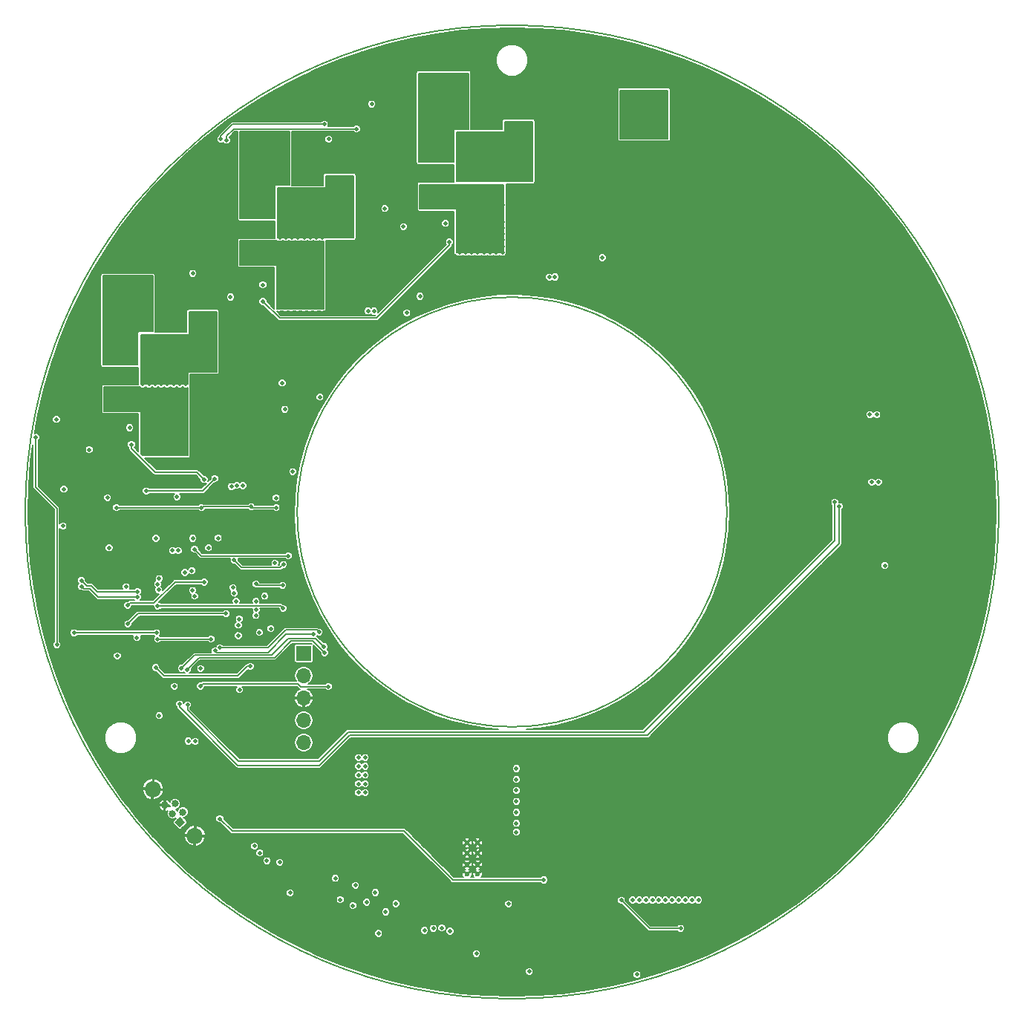
<source format=gbr>
%TF.GenerationSoftware,KiCad,Pcbnew,5.0.2-bee76a0~70~ubuntu18.04.1*%
%TF.CreationDate,2020-05-04T09:46:08+02:00*%
%TF.ProjectId,gsvesc,67737665-7363-42e6-9b69-6361645f7063,rev?*%
%TF.SameCoordinates,PX5f5e038PY5f5e038*%
%TF.FileFunction,Copper,L2,Inr*%
%TF.FilePolarity,Positive*%
%FSLAX46Y46*%
G04 Gerber Fmt 4.6, Leading zero omitted, Abs format (unit mm)*
G04 Created by KiCad (PCBNEW 5.0.2-bee76a0~70~ubuntu18.04.1) date Mo 04 Mai 2020 09:46:08 CEST*
%MOMM*%
%LPD*%
G01*
G04 APERTURE LIST*
%ADD10C,0.200000*%
%ADD11O,1.700000X1.700000*%
%ADD12R,1.700000X1.700000*%
%ADD13C,0.600000*%
%ADD14C,1.850000*%
%ADD15C,0.840000*%
%ADD16C,0.100000*%
%ADD17C,0.500000*%
%ADD18C,0.150000*%
G04 APERTURE END LIST*
D10*
X24500200Y-200D02*
G75*
G03X24500200Y-200I-24500000J0D01*
G01*
X55500200Y-200D02*
G75*
G03X55500200Y-200I-55500000J0D01*
G01*
D11*
X-23750000Y-26285000D03*
X-23750000Y-23745000D03*
X-23750000Y-21205000D03*
X-23750000Y-18665000D03*
D12*
X-23750000Y-16125000D03*
D13*
X-3925000Y-41320000D03*
X-3925000Y-40220000D03*
X-5125000Y-40220000D03*
X-5125000Y-41320000D03*
X-3925000Y-37720000D03*
X-3925000Y-38920000D03*
X-5125000Y-38920000D03*
X-5125000Y-37720000D03*
D14*
X-40948520Y-31604960D03*
X-36164236Y-36918446D03*
D15*
X-39589740Y-33442823D03*
X-38411660Y-33256737D03*
X-38719870Y-34408912D03*
X-37541790Y-34222825D03*
X-37850000Y-35375000D03*
D16*
G36*
X-37256844Y-35406086D02*
X-37881086Y-35968156D01*
X-38443156Y-35343914D01*
X-37818914Y-34781844D01*
X-37256844Y-35406086D01*
X-37256844Y-35406086D01*
G37*
D17*
X-25510000Y-5000000D03*
X-400000Y-44690000D03*
X-36200000Y-4250000D03*
X-1400000Y-28800000D03*
X-2300000Y-28800000D03*
X-3100000Y-28800000D03*
X-3900000Y-28800000D03*
X17000000Y-40900000D03*
X17400000Y-49699978D03*
X11800000Y-42400000D03*
X-46024000Y-662000D03*
X12525000Y37075000D03*
X-6100000Y26800000D03*
X-5400000Y26800000D03*
X-4700000Y26800000D03*
X-4000000Y26800000D03*
X-3300000Y26800000D03*
X-2600000Y26800000D03*
X-1900000Y26800000D03*
X-1200000Y26800000D03*
X-6100000Y26100000D03*
X-5400000Y26100000D03*
X-4700000Y26100000D03*
X-4000000Y26100000D03*
X-3300000Y26100000D03*
X-2600000Y26100000D03*
X-1900000Y26100000D03*
X-1200000Y26100000D03*
X13225000Y37075000D03*
X13925000Y37075000D03*
X14625000Y37075000D03*
X15325000Y37075000D03*
X16025000Y37075000D03*
X16725000Y37075000D03*
X17425000Y37075000D03*
X12525000Y36375000D03*
X13225000Y36375000D03*
X13925000Y36375000D03*
X14625000Y36375000D03*
X15325000Y36375000D03*
X16025000Y36375000D03*
X16725000Y36375000D03*
X17425000Y36375000D03*
X12525000Y35675000D03*
X13225000Y35675000D03*
X13925000Y35675000D03*
X14625000Y35675000D03*
X15325000Y35675000D03*
X16025000Y35675000D03*
X16725000Y35675000D03*
X17425000Y35675000D03*
X12525000Y34975000D03*
X13225000Y34975000D03*
X13925000Y34975000D03*
X14625000Y34975000D03*
X15325000Y34975000D03*
X16025000Y34975000D03*
X16725000Y34975000D03*
X17425000Y34975000D03*
X12525000Y34275000D03*
X13225000Y34275000D03*
X13925000Y34275000D03*
X14625000Y34275000D03*
X15325000Y34275000D03*
X16025000Y34275000D03*
X16725000Y34275000D03*
X17425000Y34275000D03*
X12525000Y33575000D03*
X13225000Y33575000D03*
X13925000Y33575000D03*
X14625000Y33575000D03*
X15325000Y33575000D03*
X16025000Y33575000D03*
X16725000Y33575000D03*
X17425000Y33575000D03*
X12525000Y32875000D03*
X13225000Y32875000D03*
X13925000Y32875000D03*
X14625000Y32875000D03*
X15325000Y32875000D03*
X16025000Y32875000D03*
X16725000Y32875000D03*
X17425000Y32875000D03*
X12525000Y32175000D03*
X13225000Y32175000D03*
X13925000Y32175000D03*
X14625000Y32175000D03*
X15325000Y32175000D03*
X16025000Y32175000D03*
X16725000Y32175000D03*
X17425000Y32175000D03*
X-26600000Y20300000D03*
X-23100000Y19600000D03*
X-22400000Y19600000D03*
X-25900000Y19600000D03*
X-23800000Y20300000D03*
X-25200000Y19600000D03*
X-21700000Y19600000D03*
X-24500000Y19600000D03*
X-23800000Y19600000D03*
X-23100000Y20300000D03*
X-21700000Y20300000D03*
X-26600000Y19600000D03*
X-24500000Y20300000D03*
X-25200000Y20300000D03*
X-22400000Y20300000D03*
X-25900000Y20300000D03*
X-37200000Y3800000D03*
X-40000000Y3100000D03*
X-39300000Y3800000D03*
X-40700000Y3100000D03*
X-37200000Y3100000D03*
X-40000000Y3800000D03*
X-42100000Y3100000D03*
X-37900000Y3100000D03*
X-38600000Y3100000D03*
X-40700000Y3800000D03*
X-41400000Y3100000D03*
X-41400000Y3800000D03*
X-39300000Y3100000D03*
X-38600000Y3800000D03*
X-42100000Y3800000D03*
X-37900000Y3800000D03*
X-14400000Y-45600000D03*
X-20940000Y-19900000D03*
X-35530000Y-19850000D03*
X-49100000Y-7800000D03*
X-42700010Y-9070091D03*
X-40400000Y-10710000D03*
X-26100000Y-11000000D03*
X42500000Y-6100000D03*
X-46125600Y1625600D03*
X-36400000Y-3000000D03*
X-38495021Y-19880000D03*
X-40220000Y-23220000D03*
X-45940000Y-4100000D03*
X-45000000Y-16410000D03*
X-25300000Y-43430000D03*
X-20150000Y-41770000D03*
X-17850000Y-42570000D03*
X-15590000Y-43390000D03*
X-13240000Y-44670000D03*
X-15210000Y-48050000D03*
X-4060000Y-50360000D03*
X1960000Y-52400000D03*
X-17500000Y-32000000D03*
X-16750000Y-32000000D03*
X-16750000Y-31000000D03*
X-17500000Y-31000000D03*
X-16750000Y-30000000D03*
X-17500000Y-30000000D03*
X-16750000Y-29000000D03*
X-17500000Y-29000000D03*
X-16750000Y-28000000D03*
X-17500000Y-28000000D03*
X-14500000Y34600000D03*
X-7600000Y32900000D03*
X-28400000Y25900000D03*
X-20900000Y42500000D03*
X-51950000Y10550000D03*
X-43600000Y9600000D03*
X-16000000Y46500000D03*
X-38200000Y1700000D03*
X-26899992Y1600000D03*
X-27024979Y-5830000D03*
X-31075010Y-20250000D03*
X-36400004Y27200000D03*
X-21900000Y13100000D03*
X-33310883Y-34970883D03*
X3630000Y-41950000D03*
X-44000010Y-8530000D03*
X-48200000Y7100000D03*
X-43830000Y-10640000D03*
X-35100000Y-8000000D03*
X-32100000Y24500000D03*
X-43800000Y-12770000D03*
X-12375000Y32525000D03*
X-32600000Y-11600000D03*
X-40629500Y-17750000D03*
X-26199998Y14700000D03*
X-29825000Y-17600000D03*
X-16580000Y-44500000D03*
X-29200000Y-11800000D03*
X-18140000Y-44880000D03*
X-31100000Y-12200000D03*
X-19590000Y-44200000D03*
X-31200000Y-12899998D03*
X-22004714Y-13700180D03*
X-33299813Y-15491128D03*
X-7070000Y-47790000D03*
X-21429117Y-15379117D03*
X-37680000Y-17819998D03*
X-8010000Y-47430000D03*
X-21360000Y-16060000D03*
X-37042968Y-17959253D03*
X-8970000Y-47480000D03*
X-33851430Y-15834979D03*
X-22650000Y-13954979D03*
X-9980000Y-47710000D03*
X-40232758Y-7591869D03*
X-29370000Y-38100000D03*
X-40399990Y-8220000D03*
X-28760000Y-38880000D03*
X-40299414Y-8862184D03*
X-27949998Y-39770000D03*
X-26060000Y-5989999D03*
X-31675021Y-5500000D03*
X-26160000Y-8370000D03*
X-29199990Y-8210000D03*
X40800000Y11100000D03*
X41000000Y3400000D03*
X-36420000Y-8950000D03*
X-36910000Y-26120000D03*
X-31821455Y-8618697D03*
X-36184990Y-9590546D03*
X-36130000Y-26160000D03*
X-31675021Y-9251999D03*
X-26490000Y-39950000D03*
X-35510000Y-17850000D03*
X-31349408Y3027996D03*
X-31455698Y-10183932D03*
X-16424862Y22912431D03*
X-29200000Y-10201155D03*
X-28200000Y-9600000D03*
X4250251Y26781498D03*
X-46250000Y24400000D03*
X-44150000Y25800000D03*
X-41350000Y22300000D03*
X-44850000Y24400000D03*
X-42750000Y25100000D03*
X-46250000Y22300000D03*
X-44850000Y23700000D03*
X-41350000Y23700000D03*
X-43450000Y25800000D03*
X-43450000Y23700000D03*
X-45550000Y23000000D03*
X-44150000Y25100000D03*
X-45550000Y21600000D03*
X-44150000Y21600000D03*
X-42750000Y21600000D03*
X-42750000Y25800000D03*
X-46250000Y23000000D03*
X-46250000Y25800000D03*
X-41350000Y21600000D03*
X-42750000Y23700000D03*
X-43450000Y24400000D03*
X-44850000Y22300000D03*
X-45550000Y24400000D03*
X-42050000Y24400000D03*
X-42050000Y23000000D03*
X-41350000Y25800000D03*
X-46250000Y25100000D03*
X-44150000Y23000000D03*
X-46250000Y23700000D03*
X-45550000Y25800000D03*
X-42050000Y23700000D03*
X-44150000Y24400000D03*
X-45550000Y23700000D03*
X-45550000Y25100000D03*
X-43450000Y21600000D03*
X-41350000Y23000000D03*
X-42750000Y23000000D03*
X-43450000Y22300000D03*
X-44850000Y23000000D03*
X-42050000Y25100000D03*
X-42750000Y22300000D03*
X-42050000Y22300000D03*
X-42050000Y25800000D03*
X-42750000Y24400000D03*
X-44850000Y25800000D03*
X-43450000Y25100000D03*
X-46250000Y21600000D03*
X-45550000Y22300000D03*
X-44850000Y21600000D03*
X-42050000Y21600000D03*
X-44850000Y25100000D03*
X-41350000Y25100000D03*
X-44150000Y22300000D03*
X-43450000Y23000000D03*
X-44150000Y23700000D03*
X-41350000Y24400000D03*
X-42750000Y20900000D03*
X-41350000Y20900000D03*
X-46250000Y20200000D03*
X-44150000Y20200000D03*
X-45550000Y26500000D03*
X-46250000Y20900000D03*
X-42750000Y26500000D03*
X-45550000Y20200000D03*
X-41350000Y26500000D03*
X-44150000Y26500000D03*
X-46250000Y26500000D03*
X-44850000Y20200000D03*
X-44850000Y20900000D03*
X-43450000Y20200000D03*
X-45550000Y20900000D03*
X-44150000Y20900000D03*
X-44850000Y26500000D03*
X-42050000Y20900000D03*
X-42050000Y26500000D03*
X-43450000Y26500000D03*
X-43450000Y20900000D03*
X-46250000Y17000000D03*
X-43450000Y17700000D03*
X-45550000Y17700000D03*
X-44150000Y17000000D03*
X-44150000Y17700000D03*
X-46250000Y17700000D03*
X-45550000Y17000000D03*
X-43450000Y17000000D03*
X-26450000Y38300000D03*
X-25750000Y40400000D03*
X-30650000Y41800000D03*
X-29950000Y36900000D03*
X-28550000Y39700000D03*
X-25750000Y41800000D03*
X-26450000Y41800000D03*
X-26450000Y43200000D03*
X-29950000Y38300000D03*
X-29250000Y43200000D03*
X-29950000Y41100000D03*
X-29950000Y39700000D03*
X-27850000Y40400000D03*
X-28550000Y41100000D03*
X-27150000Y43200000D03*
X-26450000Y40400000D03*
X-27150000Y42500000D03*
X-27850000Y39000000D03*
X-25750000Y38300000D03*
X-26450000Y39700000D03*
X-30650000Y43200000D03*
X-30650000Y39000000D03*
X-25750000Y39000000D03*
X-25750000Y41100000D03*
X-27150000Y41100000D03*
X-26450000Y39000000D03*
X-30650000Y41100000D03*
X-29250000Y42500000D03*
X-29250000Y39000000D03*
X-29250000Y40400000D03*
X-25750000Y39700000D03*
X-26450000Y42500000D03*
X-28550000Y41800000D03*
X-28550000Y39000000D03*
X-25750000Y42500000D03*
X-27150000Y39000000D03*
X-29250000Y37600000D03*
X-29250000Y36900000D03*
X-28550000Y36900000D03*
X-30650000Y36900000D03*
X-29950000Y42500000D03*
X-27850000Y42500000D03*
X-30650000Y38300000D03*
X-28550000Y38300000D03*
X-30650000Y40400000D03*
X-29250000Y39700000D03*
X-29950000Y40400000D03*
X-25750000Y37600000D03*
X-29950000Y43200000D03*
X-28550000Y37600000D03*
X-27150000Y37600000D03*
X-30650000Y39700000D03*
X-25750000Y43200000D03*
X-29950000Y39000000D03*
X-27150000Y40400000D03*
X-27150000Y41800000D03*
X-29950000Y37600000D03*
X-29950000Y41800000D03*
X-26450000Y37600000D03*
X-26450000Y41100000D03*
X-27850000Y41800000D03*
X-27850000Y41100000D03*
X-27850000Y36900000D03*
X-27150000Y38300000D03*
X-29250000Y41100000D03*
X-28550000Y43200000D03*
X-27850000Y37600000D03*
X-29250000Y38300000D03*
X-30650000Y42500000D03*
X-30650000Y37600000D03*
X-28550000Y42500000D03*
X-29250000Y41800000D03*
X-27850000Y43200000D03*
X-27150000Y39700000D03*
X-27850000Y38300000D03*
X-27850000Y39700000D03*
X-28550000Y40400000D03*
X-30650000Y33800000D03*
X-28550000Y33800000D03*
X-30650000Y34500000D03*
X-29950000Y33800000D03*
X-27850000Y33800000D03*
X-29950000Y34500000D03*
X-28550000Y34500000D03*
X-27850000Y34500000D03*
X37331844Y614175D03*
X-37900000Y-21900000D03*
X-37300000Y-6900000D03*
X36800000Y1100000D03*
X-37000000Y-22000000D03*
X-36500000Y-6700000D03*
X-7140201Y30800000D03*
X-28400000Y24000000D03*
X-43400000Y7700000D03*
X-34600010Y-4083386D03*
X-35100000Y3700000D03*
X-6050000Y45400000D03*
X-5350000Y45400000D03*
X-7450000Y44700000D03*
X-6750000Y44700000D03*
X-8850000Y48200000D03*
X-6050000Y46800000D03*
X-5350000Y46800000D03*
X-10250000Y45400000D03*
X-9550000Y45400000D03*
X-9550000Y46800000D03*
X-8850000Y46800000D03*
X-8150000Y46800000D03*
X-7450000Y48200000D03*
X-8850000Y46100000D03*
X-8150000Y46100000D03*
X-6050000Y49600000D03*
X-5350000Y47500000D03*
X-10250000Y46800000D03*
X-8850000Y45400000D03*
X-8150000Y45400000D03*
X-10250000Y49600000D03*
X-8150000Y47500000D03*
X-8150000Y48900000D03*
X-6050000Y46100000D03*
X-5350000Y46100000D03*
X-7450000Y46100000D03*
X-6750000Y46100000D03*
X-7450000Y46800000D03*
X-6750000Y46800000D03*
X-10250000Y46100000D03*
X-9550000Y46100000D03*
X-6050000Y44700000D03*
X-5350000Y44700000D03*
X-8850000Y48900000D03*
X-6750000Y47500000D03*
X-5350000Y48200000D03*
X-7450000Y45400000D03*
X-6750000Y45400000D03*
X-6750000Y49600000D03*
X-8850000Y47500000D03*
X-9550000Y49600000D03*
X-9550000Y47500000D03*
X-8150000Y49600000D03*
X-7450000Y47500000D03*
X-6050000Y47500000D03*
X-6750000Y48900000D03*
X-10250000Y48900000D03*
X-5350000Y49600000D03*
X-10250000Y48200000D03*
X-8850000Y49600000D03*
X-8850000Y44700000D03*
X-8150000Y44700000D03*
X-9550000Y48900000D03*
X-7450000Y49600000D03*
X-7450000Y48900000D03*
X-8150000Y48200000D03*
X-9550000Y48200000D03*
X-10250000Y47500000D03*
X-5350000Y48900000D03*
X-10250000Y44700000D03*
X-9550000Y44700000D03*
X-6050000Y48200000D03*
X-6050000Y48900000D03*
X-6750000Y48200000D03*
X-6050000Y44000000D03*
X-9550000Y44000000D03*
X-5350000Y44000000D03*
X-8150000Y44000000D03*
X-6750000Y44000000D03*
X-8850000Y44000000D03*
X-7450000Y44000000D03*
X-10250000Y44000000D03*
X-8850000Y43300000D03*
X-8150000Y43300000D03*
X-9550000Y43300000D03*
X-7450000Y43300000D03*
X-10250000Y43300000D03*
X-9350000Y40900000D03*
X-7950000Y40900000D03*
X-10050000Y40900000D03*
X-7250000Y40900000D03*
X-7250000Y40200000D03*
X-9350000Y40200000D03*
X-10050000Y40200000D03*
X-7950000Y40200000D03*
X-42100000Y18100000D03*
X12550000Y47800000D03*
X-51900000Y-15120000D03*
X19000000Y-44250000D03*
X18250000Y-44250000D03*
X17500000Y-44250000D03*
X13750000Y-44250000D03*
X14500000Y-44250000D03*
X15250000Y-44250000D03*
X16000000Y-44250000D03*
X16750000Y-44250000D03*
X21250000Y-44250000D03*
X20500000Y-44250000D03*
X19750000Y-44250000D03*
X13250000Y47800000D03*
X13950000Y47800000D03*
X14650000Y47800000D03*
X15350000Y47800000D03*
X16050000Y47800000D03*
X16750000Y47800000D03*
X17450000Y47800000D03*
X12550000Y47100000D03*
X13250000Y47100000D03*
X13950000Y47100000D03*
X14650000Y47100000D03*
X15350000Y47100000D03*
X16050000Y47100000D03*
X16750000Y47100000D03*
X17450000Y47100000D03*
X12550000Y46400000D03*
X13250000Y46400000D03*
X13950000Y46400000D03*
X14650000Y46400000D03*
X15350000Y46400000D03*
X16050000Y46400000D03*
X16750000Y46400000D03*
X17450000Y46400000D03*
X12550000Y45700000D03*
X13250000Y45700000D03*
X13950000Y45700000D03*
X14650000Y45700000D03*
X15350000Y45700000D03*
X16050000Y45700000D03*
X16750000Y45700000D03*
X17450000Y45700000D03*
X12550000Y45000000D03*
X13250000Y45000000D03*
X13950000Y45000000D03*
X14650000Y45000000D03*
X15350000Y45000000D03*
X16050000Y45000000D03*
X16750000Y45000000D03*
X17450000Y45000000D03*
X12550000Y44300000D03*
X13250000Y44300000D03*
X13950000Y44300000D03*
X14650000Y44300000D03*
X15350000Y44300000D03*
X16050000Y44300000D03*
X16750000Y44300000D03*
X17450000Y44300000D03*
X12550000Y43600000D03*
X13250000Y43600000D03*
X13950000Y43600000D03*
X14650000Y43600000D03*
X15350000Y43600000D03*
X16050000Y43600000D03*
X16750000Y43600000D03*
X17450000Y43600000D03*
X12550000Y42900000D03*
X13250000Y42900000D03*
X13950000Y42900000D03*
X14650000Y42900000D03*
X15350000Y42900000D03*
X16050000Y42900000D03*
X16750000Y42900000D03*
X17450000Y42900000D03*
X-5300000Y41400000D03*
X-6000000Y39300000D03*
X-5300000Y39300000D03*
X-4600000Y39300000D03*
X-4600000Y41400000D03*
X-1100000Y41400000D03*
X-3200000Y40700000D03*
X-2500000Y40700000D03*
X-2500000Y41400000D03*
X-3900000Y39300000D03*
X-3200000Y39300000D03*
X-2500000Y39300000D03*
X-6000000Y40700000D03*
X-1800000Y39300000D03*
X-1100000Y39300000D03*
X-6000000Y38600000D03*
X-3200000Y37900000D03*
X-2500000Y37900000D03*
X-5300000Y40700000D03*
X-1800000Y40700000D03*
X-1100000Y40700000D03*
X-6000000Y41400000D03*
X-4600000Y37900000D03*
X-3900000Y37900000D03*
X-3200000Y38600000D03*
X-2500000Y38600000D03*
X-1800000Y38600000D03*
X-4600000Y40700000D03*
X-3900000Y40700000D03*
X-1800000Y37900000D03*
X-1100000Y37900000D03*
X-1100000Y38600000D03*
X-6000000Y37900000D03*
X-5300000Y37900000D03*
X-1800000Y41400000D03*
X-3200000Y41400000D03*
X-3900000Y41400000D03*
X-5300000Y38600000D03*
X-4600000Y38600000D03*
X-3900000Y38600000D03*
X-6000000Y40000000D03*
X-5300000Y40000000D03*
X-2500000Y40000000D03*
X-1800000Y40000000D03*
X-1100000Y40000000D03*
X-4600000Y40000000D03*
X-3900000Y40000000D03*
X-3200000Y40000000D03*
X-400000Y42100000D03*
X-400000Y40700000D03*
X-400000Y44200000D03*
X-400000Y42800000D03*
X-400000Y43500000D03*
X-400000Y41400000D03*
X2000000Y44200000D03*
X2000000Y40700000D03*
X2000000Y43500000D03*
X2000000Y42100000D03*
X2000000Y42800000D03*
X2000000Y41400000D03*
X2000000Y40000000D03*
X-400000Y38600000D03*
X2000000Y39300000D03*
X2000000Y38600000D03*
X-400000Y40000000D03*
X-400000Y39300000D03*
X2000000Y37900000D03*
X-400000Y37900000D03*
X-23700000Y32700000D03*
X-23700000Y34800000D03*
X-26500000Y34100000D03*
X-23000000Y34800000D03*
X-24400000Y31300000D03*
X-24400000Y33400000D03*
X-21600000Y32700000D03*
X-23700000Y34100000D03*
X-22300000Y34100000D03*
X-25800000Y32700000D03*
X-26500000Y31300000D03*
X-23700000Y31300000D03*
X-21600000Y31300000D03*
X-26500000Y32000000D03*
X-24400000Y34800000D03*
X-23000000Y31300000D03*
X-22300000Y31300000D03*
X-24400000Y32000000D03*
X-24400000Y32700000D03*
X-25100000Y32000000D03*
X-25800000Y34100000D03*
X-21600000Y34800000D03*
X-25100000Y34800000D03*
X-25800000Y33400000D03*
X-21600000Y33400000D03*
X-25100000Y32700000D03*
X-22300000Y32000000D03*
X-23700000Y33400000D03*
X-25100000Y33400000D03*
X-25800000Y32000000D03*
X-24400000Y34100000D03*
X-26500000Y33400000D03*
X-25800000Y31300000D03*
X-23000000Y32000000D03*
X-21600000Y34100000D03*
X-25800000Y34800000D03*
X-23700000Y32000000D03*
X-23000000Y34100000D03*
X-21600000Y32000000D03*
X-23000000Y33400000D03*
X-22300000Y34800000D03*
X-26500000Y32700000D03*
X-23000000Y32700000D03*
X-22300000Y32700000D03*
X-25100000Y31300000D03*
X-25100000Y34100000D03*
X-22300000Y33400000D03*
X-26500000Y34800000D03*
X-20900000Y33800000D03*
X-18500000Y33800000D03*
X-20900000Y38000000D03*
X-18500000Y35900000D03*
X-18500000Y37300000D03*
X-20900000Y34500000D03*
X-18500000Y35200000D03*
X-20900000Y37300000D03*
X-18500000Y34500000D03*
X-20900000Y33100000D03*
X-18500000Y33100000D03*
X-18500000Y32400000D03*
X-18500000Y31700000D03*
X-20900000Y35900000D03*
X-20900000Y31700000D03*
X-20900000Y32400000D03*
X-18500000Y38000000D03*
X-20900000Y36600000D03*
X-18500000Y36600000D03*
X-20900000Y35200000D03*
X-38600000Y17400000D03*
X-38600000Y16700000D03*
X-41400000Y18100000D03*
X-40700000Y16000000D03*
X-39300000Y17400000D03*
X-39300000Y18100000D03*
X-40000000Y18100000D03*
X-38600000Y16000000D03*
X-40000000Y17400000D03*
X-39300000Y16000000D03*
X-42100000Y16000000D03*
X-37900000Y18100000D03*
X-42100000Y16700000D03*
X-38600000Y18100000D03*
X-39300000Y16700000D03*
X-37200000Y17400000D03*
X-38600000Y15300000D03*
X-40700000Y16700000D03*
X-40700000Y14600000D03*
X-42100000Y17400000D03*
X-40000000Y16000000D03*
X-37200000Y16700000D03*
X-40700000Y18100000D03*
X-37900000Y14600000D03*
X-42100000Y14600000D03*
X-40000000Y15300000D03*
X-39300000Y14600000D03*
X-37200000Y15300000D03*
X-37200000Y18100000D03*
X-41400000Y17400000D03*
X-40000000Y14600000D03*
X-40700000Y17400000D03*
X-38600000Y14600000D03*
X-37900000Y17400000D03*
X-37200000Y14600000D03*
X-37200000Y16000000D03*
X-42100000Y15300000D03*
X-37900000Y16700000D03*
X-40700000Y15300000D03*
X-39300000Y15300000D03*
X-41400000Y14600000D03*
X-37900000Y15300000D03*
X-41400000Y15300000D03*
X-41400000Y16700000D03*
X-41400000Y16000000D03*
X-40000000Y16700000D03*
X-37900000Y16000000D03*
X-54300000Y8500000D03*
X-36575021Y20500000D03*
X-36575021Y21900000D03*
X-36575021Y19100000D03*
X-36575021Y17700000D03*
X-36575021Y22600000D03*
X-36575021Y18400000D03*
X-36575021Y19800000D03*
X-36575021Y17000000D03*
X-36575021Y16300000D03*
X-36575021Y21200000D03*
X-34600010Y22600000D03*
X-34600010Y20500000D03*
X-34600010Y21200000D03*
X-34600010Y21900000D03*
X-34600010Y19100000D03*
X-34600010Y18400000D03*
X-34600010Y19800000D03*
X-34600010Y17700000D03*
X-34600010Y16300000D03*
X-34600010Y17000000D03*
X-6000000Y33100000D03*
X-5300000Y33100000D03*
X-4600000Y33100000D03*
X-3900000Y33100000D03*
X-3200000Y33100000D03*
X-2500000Y33100000D03*
X-1800000Y33100000D03*
X-1100000Y33100000D03*
X-6000000Y32400000D03*
X-5300000Y32400000D03*
X-4600000Y32400000D03*
X-3900000Y32400000D03*
X-3200000Y32400000D03*
X-2500000Y32400000D03*
X-1800000Y32400000D03*
X-1100000Y32400000D03*
X-6000000Y31700000D03*
X-5300000Y31700000D03*
X-4600000Y31700000D03*
X-3900000Y31700000D03*
X-3200000Y31700000D03*
X-2500000Y31700000D03*
X-1800000Y31700000D03*
X-1100000Y31700000D03*
X-6000000Y31000000D03*
X-5300000Y31000000D03*
X-4600000Y31000000D03*
X-3900000Y31000000D03*
X-3200000Y31000000D03*
X-2500000Y31000000D03*
X-1800000Y31000000D03*
X-1100000Y31000000D03*
X-6000000Y30300000D03*
X-5300000Y30300000D03*
X-4600000Y30300000D03*
X-3900000Y30300000D03*
X-3200000Y30300000D03*
X-2500000Y30300000D03*
X-1800000Y30300000D03*
X-1100000Y30300000D03*
X-6000000Y29600000D03*
X-5300000Y29600000D03*
X-4600000Y29600000D03*
X-3900000Y29600000D03*
X-3200000Y29600000D03*
X-2500000Y29600000D03*
X-1800000Y29600000D03*
X-1100000Y29600000D03*
X-5300000Y35000000D03*
X-4600000Y35000000D03*
X-1100000Y35000000D03*
X-2500000Y35000000D03*
X-6000000Y35000000D03*
X-1800000Y35000000D03*
X-3200000Y35000000D03*
X-3900000Y35000000D03*
X-8100000Y35000000D03*
X-10200000Y35000000D03*
X-9500000Y35000000D03*
X-7400000Y35000000D03*
X-6700000Y35000000D03*
X-8800000Y35000000D03*
X-6700000Y35700000D03*
X-6700000Y36400000D03*
X-10200000Y37100000D03*
X-8100000Y37100000D03*
X-7400000Y37100000D03*
X-9500000Y37100000D03*
X-6700000Y37100000D03*
X-31999990Y2900000D03*
X-23100000Y28600000D03*
X-25200000Y28600000D03*
X-26600000Y28600000D03*
X-24500000Y28600000D03*
X-29400000Y28600000D03*
X-28000000Y28600000D03*
X-28700000Y28600000D03*
X-30100000Y28600000D03*
X-27300000Y28600000D03*
X-22400000Y28600000D03*
X-23800000Y28600000D03*
X-30800000Y28600000D03*
X-25900000Y28600000D03*
X-27300000Y29300000D03*
X-30100000Y30700000D03*
X-28000000Y30700000D03*
X-27300000Y30700000D03*
X-27300000Y30000000D03*
X-30800000Y30700000D03*
X-28700000Y30700000D03*
X-25900000Y26800000D03*
X-26600000Y24700000D03*
X-25900000Y24700000D03*
X-25200000Y24700000D03*
X-25200000Y26800000D03*
X-21700000Y26800000D03*
X-23800000Y26100000D03*
X-23100000Y26100000D03*
X-23100000Y26800000D03*
X-24500000Y24700000D03*
X-23800000Y24700000D03*
X-23100000Y24700000D03*
X-26600000Y26100000D03*
X-22400000Y24700000D03*
X-21700000Y24700000D03*
X-26600000Y24000000D03*
X-23800000Y23300000D03*
X-23100000Y23300000D03*
X-25900000Y26100000D03*
X-22400000Y26100000D03*
X-21700000Y26100000D03*
X-26600000Y26800000D03*
X-25200000Y23300000D03*
X-24500000Y23300000D03*
X-23800000Y24000000D03*
X-23100000Y24000000D03*
X-22400000Y24000000D03*
X-25200000Y26100000D03*
X-24500000Y26100000D03*
X-22400000Y23300000D03*
X-21700000Y23300000D03*
X-21700000Y24000000D03*
X-26600000Y23300000D03*
X-25900000Y23300000D03*
X-22400000Y26800000D03*
X-23800000Y26800000D03*
X-24500000Y26800000D03*
X-25900000Y24000000D03*
X-25200000Y24000000D03*
X-24500000Y24000000D03*
X-26600000Y25400000D03*
X-25900000Y25400000D03*
X-23100000Y25400000D03*
X-22400000Y25400000D03*
X-21700000Y25400000D03*
X-25200000Y25400000D03*
X-24500000Y25400000D03*
X-23800000Y25400000D03*
X-41700000Y2400016D03*
X-33900000Y3800000D03*
X-21700000Y28600000D03*
X-40700000Y11800000D03*
X-44200000Y11800000D03*
X-44900000Y11800000D03*
X-43500000Y11800000D03*
X-38600000Y11800000D03*
X-45600000Y11800000D03*
X-41400000Y11800000D03*
X-37900000Y11800000D03*
X-42100000Y11800000D03*
X-42800000Y11800000D03*
X-40000000Y11800000D03*
X-46300000Y11800000D03*
X-39300000Y11800000D03*
X-37200000Y11800000D03*
X-45600000Y13900000D03*
X-44200000Y13900000D03*
X-46300000Y13900000D03*
X-42800000Y12500000D03*
X-43500000Y13900000D03*
X-42800000Y13900000D03*
X-42800000Y13200000D03*
X-41400000Y8800000D03*
X-40000000Y6700000D03*
X-42100000Y8100000D03*
X-40000000Y8800000D03*
X-40000000Y8100000D03*
X-41400000Y9500000D03*
X-42100000Y6700000D03*
X-37200000Y6700000D03*
X-38600000Y7400000D03*
X-37200000Y7400000D03*
X-40000000Y7400000D03*
X-37200000Y8100000D03*
X-37200000Y9500000D03*
X-39300000Y10200000D03*
X-37900000Y8100000D03*
X-40700000Y9500000D03*
X-41400000Y6700000D03*
X-38600000Y8100000D03*
X-40000000Y10200000D03*
X-37200000Y10200000D03*
X-38600000Y9500000D03*
X-39300000Y9500000D03*
X-39300000Y8800000D03*
X-39300000Y8100000D03*
X-40000000Y9500000D03*
X-42100000Y7400000D03*
X-39300000Y7400000D03*
X-41400000Y10200000D03*
X-40700000Y8800000D03*
X-37900000Y9500000D03*
X-42100000Y9500000D03*
X-39300000Y6700000D03*
X-37900000Y6700000D03*
X-37900000Y7400000D03*
X-38600000Y8800000D03*
X-42100000Y10200000D03*
X-40700000Y10200000D03*
X-40700000Y8100000D03*
X-37200000Y8800000D03*
X-38600000Y10200000D03*
X-41400000Y8100000D03*
X-41400000Y7400000D03*
X-40700000Y6700000D03*
X-42100000Y8800000D03*
X-40700000Y7400000D03*
X-37900000Y10200000D03*
X-38600000Y6700000D03*
X-37900000Y8800000D03*
X-51100000Y2600000D03*
X-35400000Y500000D03*
X-45100004Y500000D03*
X-29730000Y600000D03*
X-26900000Y500000D03*
X-29160880Y-11151166D03*
X14250000Y-52750000D03*
X500000Y-36500000D03*
X500000Y-35500000D03*
X500000Y-34250000D03*
X500000Y-33000000D03*
X500000Y-31750000D03*
X500000Y-30500000D03*
X500000Y-29250000D03*
X-25000000Y4600000D03*
X10300000Y29000000D03*
X-12000000Y22700000D03*
X-10500000Y24600000D03*
X-25901977Y11701977D03*
X-34310000Y-14485000D03*
X-40400000Y-14485000D03*
X-33500020Y-2975124D03*
X-40600000Y-3000000D03*
X-42760000Y-14320000D03*
X19220000Y-47480000D03*
X12475000Y-44275000D03*
X-51200000Y-1600006D03*
X-40529996Y-13780004D03*
X-49950000Y-13780000D03*
X-28800000Y-13731400D03*
X-15749987Y22900000D03*
X-30700000Y3000000D03*
X-31200000Y-14100002D03*
X4900000Y26800000D03*
X-27500000Y-13300000D03*
X-49100000Y-8500000D03*
X-42700010Y-9720104D03*
X41600000Y11100000D03*
X41800000Y3400000D03*
X-38700000Y-4400000D03*
X-33200000Y42500000D03*
X-21400000Y44200000D03*
X-38049997Y-4400000D03*
X-32558842Y42393141D03*
X-17724999Y43675001D03*
D18*
X-35950001Y-4499999D02*
X-36200000Y-4250000D01*
X-35450000Y-5000000D02*
X-35950001Y-4499999D01*
X-25510000Y-5000000D02*
X-35450000Y-5000000D01*
D10*
X-45224000Y-1462000D02*
X-46024000Y-662000D01*
D18*
X-24106002Y-19900000D02*
X-20940000Y-19900000D01*
X-35280001Y-19600001D02*
X-24406001Y-19600001D01*
X-35530000Y-19850000D02*
X-35280001Y-19600001D01*
X-24406001Y-19600001D02*
X-24106002Y-19900000D01*
X-48500000Y-8400000D02*
X-48000000Y-8400000D01*
X-48000000Y-8400000D02*
X-47329909Y-9070091D01*
X-49100000Y-7800000D02*
X-48500000Y-8400000D01*
X-47329909Y-9070091D02*
X-42700010Y-9070091D01*
X-40400000Y-10710000D02*
X-29422716Y-10710000D01*
X-26349999Y-10750001D02*
X-26100000Y-11000000D01*
X-29422716Y-10710000D02*
X-29388881Y-10676165D01*
X-29388881Y-10676165D02*
X-26423835Y-10676165D01*
X-26423835Y-10676165D02*
X-26349999Y-10750001D01*
D10*
X-6750000Y-41950000D02*
X-12320000Y-36380000D01*
X-12320000Y-36380000D02*
X-31901766Y-36380000D01*
X-31901766Y-36380000D02*
X-33310883Y-34970883D01*
X3630000Y-41950000D02*
X-6750000Y-41950000D01*
X-40820003Y-10390001D02*
X-38430002Y-8000000D01*
X-43830000Y-10640000D02*
X-43580001Y-10390001D01*
X-43580001Y-10390001D02*
X-40820003Y-10390001D01*
X-38430002Y-8000000D02*
X-35100000Y-8000000D01*
X-43800000Y-12770000D02*
X-42630000Y-11600000D01*
X-32953553Y-11600000D02*
X-32600000Y-11600000D01*
X-42630000Y-11600000D02*
X-32953553Y-11600000D01*
X-40379501Y-17999999D02*
X-40629500Y-17750000D01*
X-39679500Y-18700000D02*
X-40379501Y-17999999D01*
X-32600000Y-18700000D02*
X-39679500Y-18700000D01*
X-31278553Y-18700000D02*
X-32600000Y-18700000D01*
X-30178553Y-17600000D02*
X-31278553Y-18700000D01*
X-29825000Y-17600000D02*
X-30178553Y-17600000D01*
D18*
X-33299813Y-15491128D02*
X-27841128Y-15491128D01*
X-22254713Y-13450181D02*
X-22004714Y-13700180D01*
X-27841128Y-15491128D02*
X-25800181Y-13450181D01*
X-25800181Y-13450181D02*
X-22254713Y-13450181D01*
X-36169991Y-16309989D02*
X-27429989Y-16309989D01*
X-27429989Y-16309989D02*
X-25549989Y-14429989D01*
X-25549989Y-14429989D02*
X-22378245Y-14429989D01*
X-22378245Y-14429989D02*
X-21429117Y-15379117D01*
X-37680000Y-17819998D02*
X-36169991Y-16309989D01*
X-35693715Y-16610000D02*
X-27090000Y-16610000D01*
X-22750000Y-14730000D02*
X-21420000Y-16060000D01*
X-21420000Y-16060000D02*
X-21360000Y-16060000D01*
X-37042968Y-17959253D02*
X-35693715Y-16610000D01*
X-27090000Y-16610000D02*
X-25210000Y-14730000D01*
X-25210000Y-14730000D02*
X-22750000Y-14730000D01*
X-33676431Y-16009978D02*
X-33851430Y-15834979D01*
X-22650000Y-13954979D02*
X-25784979Y-13954979D01*
X-25784979Y-13954979D02*
X-27839978Y-16009978D01*
X-27839978Y-16009978D02*
X-33676431Y-16009978D01*
X-31425022Y-5749999D02*
X-31675021Y-5500000D01*
X-26060000Y-5989999D02*
X-26420000Y-6349999D01*
X-30825022Y-6349999D02*
X-31425022Y-5749999D01*
X-26420000Y-6349999D02*
X-30825022Y-6349999D01*
X-26160000Y-8370000D02*
X-29039990Y-8370000D01*
X-29039990Y-8370000D02*
X-29199990Y-8210000D01*
X-36420000Y-8950000D02*
X-36400000Y-8970000D01*
X-31820000Y-8620152D02*
X-31821455Y-8618697D01*
X-31820000Y-8690000D02*
X-31820000Y-8620152D01*
D10*
X-37900000Y-21900000D02*
X-37900000Y-22253553D01*
X-37900000Y-22253553D02*
X-31253553Y-28900000D01*
X15449989Y-25450011D02*
X37331844Y-3568156D01*
X37331844Y260622D02*
X37331844Y614175D01*
X-18526011Y-25450011D02*
X15449989Y-25450011D01*
X-21976000Y-28900000D02*
X-18526011Y-25450011D01*
X37331844Y-3568156D02*
X37331844Y260622D01*
X-31253553Y-28900000D02*
X-21976000Y-28900000D01*
X-22000000Y-28400000D02*
X-18700000Y-25100000D01*
X-31200000Y-28400000D02*
X-22000000Y-28400000D01*
X-18700000Y-25100000D02*
X15000000Y-25100000D01*
X-37000000Y-22600000D02*
X-31200000Y-28400000D01*
X-37000000Y-22000000D02*
X-37000000Y-22600000D01*
X15000000Y-25100000D02*
X36800000Y-3300000D01*
X36800000Y-3300000D02*
X36800000Y1100000D01*
X-28400000Y24000000D02*
X-26499999Y22099999D01*
X-26499999Y22099999D02*
X-15459999Y22099999D01*
X-7140201Y30446447D02*
X-7140201Y30800000D01*
X-7140201Y30419797D02*
X-7140201Y30446447D01*
X-15459999Y22099999D02*
X-7140201Y30419797D01*
X-28400000Y24000000D02*
X-28500000Y23900000D01*
X-40652760Y4512758D02*
X-35912758Y4512758D01*
X-35349999Y3949999D02*
X-35100000Y3700000D01*
X-35912758Y4512758D02*
X-35349999Y3949999D01*
X-43400000Y7259998D02*
X-40652760Y4512758D01*
X-43400000Y7700000D02*
X-43400000Y7259998D01*
X-54300000Y8500000D02*
X-54300000Y2791930D01*
X-54300000Y2791930D02*
X-51900000Y391930D01*
X-51900000Y391930D02*
X-51900000Y-15120000D01*
X-34149999Y3550001D02*
X-33900000Y3800000D01*
X-35299984Y2400016D02*
X-34149999Y3550001D01*
X-41700000Y2400016D02*
X-35299984Y2400016D01*
X-35300000Y600000D02*
X-35400000Y500000D01*
X-29730000Y600000D02*
X-35300000Y600000D01*
X-45100004Y500000D02*
X-35400000Y500000D01*
X-26900000Y500000D02*
X-29700000Y500000D01*
X-40400000Y-14485000D02*
X-34310000Y-14485000D01*
D18*
X15680000Y-47480000D02*
X19220000Y-47480000D01*
X12475000Y-44275000D02*
X15680000Y-47480000D01*
D10*
X-40530000Y-13780000D02*
X-40529996Y-13780004D01*
X-49950000Y-13780000D02*
X-40530000Y-13780000D01*
D18*
X-47179896Y-9720104D02*
X-48150001Y-8749999D01*
X-42700010Y-9720104D02*
X-47179896Y-9720104D01*
X-48150001Y-8749999D02*
X-48850001Y-8749999D01*
X-48850001Y-8749999D02*
X-49100000Y-8500000D01*
X-31853553Y44200000D02*
X-21753553Y44200000D01*
X-33200000Y42853553D02*
X-31853553Y44200000D01*
X-33200000Y42500000D02*
X-33200000Y42853553D01*
X-21753553Y44200000D02*
X-21400000Y44200000D01*
X-32558842Y42393141D02*
X-32558842Y42841158D01*
X-31724999Y43675001D02*
X-17724999Y43675001D01*
X-32558842Y42841158D02*
X-31724999Y43675001D01*
G36*
X2887836Y55099185D02*
X5767558Y54872546D01*
X8631472Y54495504D01*
X11471728Y53969094D01*
X14280541Y53294757D01*
X17050213Y52474343D01*
X19773152Y51510100D01*
X22441894Y50404671D01*
X25049126Y49161085D01*
X27587700Y47782752D01*
X30050659Y46273449D01*
X32431251Y44637313D01*
X34722953Y42878828D01*
X36919481Y41002816D01*
X39014817Y39014417D01*
X41003216Y36919081D01*
X42879228Y34722553D01*
X44637713Y32430851D01*
X46273849Y30050259D01*
X47783152Y27587300D01*
X49161485Y25048726D01*
X50405071Y22441494D01*
X51510500Y19772752D01*
X52474743Y17049813D01*
X53295157Y14280141D01*
X53969494Y11471328D01*
X54495904Y8631072D01*
X54872946Y5767158D01*
X55099585Y2887436D01*
X55175200Y-200D01*
X55099585Y-2887836D01*
X54872946Y-5767558D01*
X54495904Y-8631472D01*
X53969494Y-11471728D01*
X53295157Y-14280541D01*
X52474743Y-17050213D01*
X51510500Y-19773152D01*
X50405071Y-22441894D01*
X49161485Y-25049126D01*
X47783152Y-27587700D01*
X46273849Y-30050659D01*
X44637713Y-32431251D01*
X42879228Y-34722953D01*
X41003216Y-36919481D01*
X39014817Y-39014817D01*
X36919481Y-41003216D01*
X34722953Y-42879228D01*
X32431251Y-44637713D01*
X30050659Y-46273849D01*
X27587700Y-47783152D01*
X25049126Y-49161485D01*
X22441894Y-50405071D01*
X19773152Y-51510500D01*
X17050213Y-52474743D01*
X14280541Y-53295157D01*
X11471728Y-53969494D01*
X8631472Y-54495904D01*
X5767558Y-54872946D01*
X2887836Y-55099585D01*
X200Y-55175200D01*
X-2887436Y-55099585D01*
X-5767158Y-54872946D01*
X-8631072Y-54495904D01*
X-11471328Y-53969494D01*
X-14280141Y-53295157D01*
X-17049813Y-52474743D01*
X-17527692Y-52305517D01*
X1485000Y-52305517D01*
X1485000Y-52494483D01*
X1557314Y-52669066D01*
X1690934Y-52802686D01*
X1865517Y-52875000D01*
X2054483Y-52875000D01*
X2229066Y-52802686D01*
X2362686Y-52669066D01*
X2368298Y-52655517D01*
X13775000Y-52655517D01*
X13775000Y-52844483D01*
X13847314Y-53019066D01*
X13980934Y-53152686D01*
X14155517Y-53225000D01*
X14344483Y-53225000D01*
X14519066Y-53152686D01*
X14652686Y-53019066D01*
X14725000Y-52844483D01*
X14725000Y-52655517D01*
X14652686Y-52480934D01*
X14519066Y-52347314D01*
X14344483Y-52275000D01*
X14155517Y-52275000D01*
X13980934Y-52347314D01*
X13847314Y-52480934D01*
X13775000Y-52655517D01*
X2368298Y-52655517D01*
X2435000Y-52494483D01*
X2435000Y-52305517D01*
X2362686Y-52130934D01*
X2229066Y-51997314D01*
X2054483Y-51925000D01*
X1865517Y-51925000D01*
X1690934Y-51997314D01*
X1557314Y-52130934D01*
X1485000Y-52305517D01*
X-17527692Y-52305517D01*
X-19772752Y-51510500D01*
X-22441494Y-50405071D01*
X-22734075Y-50265517D01*
X-4535000Y-50265517D01*
X-4535000Y-50454483D01*
X-4462686Y-50629066D01*
X-4329066Y-50762686D01*
X-4154483Y-50835000D01*
X-3965517Y-50835000D01*
X-3790934Y-50762686D01*
X-3657314Y-50629066D01*
X-3585000Y-50454483D01*
X-3585000Y-50265517D01*
X-3657314Y-50090934D01*
X-3790934Y-49957314D01*
X-3965517Y-49885000D01*
X-4154483Y-49885000D01*
X-4329066Y-49957314D01*
X-4462686Y-50090934D01*
X-4535000Y-50265517D01*
X-22734075Y-50265517D01*
X-25048726Y-49161485D01*
X-27269843Y-47955517D01*
X-15685000Y-47955517D01*
X-15685000Y-48144483D01*
X-15612686Y-48319066D01*
X-15479066Y-48452686D01*
X-15304483Y-48525000D01*
X-15115517Y-48525000D01*
X-14940934Y-48452686D01*
X-14807314Y-48319066D01*
X-14735000Y-48144483D01*
X-14735000Y-47955517D01*
X-14807314Y-47780934D01*
X-14940934Y-47647314D01*
X-15017699Y-47615517D01*
X-10455000Y-47615517D01*
X-10455000Y-47804483D01*
X-10382686Y-47979066D01*
X-10249066Y-48112686D01*
X-10074483Y-48185000D01*
X-9885517Y-48185000D01*
X-9710934Y-48112686D01*
X-9577314Y-47979066D01*
X-9505000Y-47804483D01*
X-9505000Y-47615517D01*
X-9577314Y-47440934D01*
X-9632731Y-47385517D01*
X-9445000Y-47385517D01*
X-9445000Y-47574483D01*
X-9372686Y-47749066D01*
X-9239066Y-47882686D01*
X-9064483Y-47955000D01*
X-8875517Y-47955000D01*
X-8700934Y-47882686D01*
X-8567314Y-47749066D01*
X-8495000Y-47574483D01*
X-8495000Y-47385517D01*
X-8515710Y-47335517D01*
X-8485000Y-47335517D01*
X-8485000Y-47524483D01*
X-8412686Y-47699066D01*
X-8279066Y-47832686D01*
X-8104483Y-47905000D01*
X-7915517Y-47905000D01*
X-7740934Y-47832686D01*
X-7607314Y-47699066D01*
X-7605844Y-47695517D01*
X-7545000Y-47695517D01*
X-7545000Y-47884483D01*
X-7472686Y-48059066D01*
X-7339066Y-48192686D01*
X-7164483Y-48265000D01*
X-6975517Y-48265000D01*
X-6800934Y-48192686D01*
X-6667314Y-48059066D01*
X-6595000Y-47884483D01*
X-6595000Y-47695517D01*
X-6667314Y-47520934D01*
X-6800934Y-47387314D01*
X-6975517Y-47315000D01*
X-7164483Y-47315000D01*
X-7339066Y-47387314D01*
X-7472686Y-47520934D01*
X-7545000Y-47695517D01*
X-7605844Y-47695517D01*
X-7535000Y-47524483D01*
X-7535000Y-47335517D01*
X-7607314Y-47160934D01*
X-7740934Y-47027314D01*
X-7915517Y-46955000D01*
X-8104483Y-46955000D01*
X-8279066Y-47027314D01*
X-8412686Y-47160934D01*
X-8485000Y-47335517D01*
X-8515710Y-47335517D01*
X-8567314Y-47210934D01*
X-8700934Y-47077314D01*
X-8875517Y-47005000D01*
X-9064483Y-47005000D01*
X-9239066Y-47077314D01*
X-9372686Y-47210934D01*
X-9445000Y-47385517D01*
X-9632731Y-47385517D01*
X-9710934Y-47307314D01*
X-9885517Y-47235000D01*
X-10074483Y-47235000D01*
X-10249066Y-47307314D01*
X-10382686Y-47440934D01*
X-10455000Y-47615517D01*
X-15017699Y-47615517D01*
X-15115517Y-47575000D01*
X-15304483Y-47575000D01*
X-15479066Y-47647314D01*
X-15612686Y-47780934D01*
X-15685000Y-47955517D01*
X-27269843Y-47955517D01*
X-27587300Y-47783152D01*
X-30050259Y-46273849D01*
X-31168188Y-45505517D01*
X-14875000Y-45505517D01*
X-14875000Y-45694483D01*
X-14802686Y-45869066D01*
X-14669066Y-46002686D01*
X-14494483Y-46075000D01*
X-14305517Y-46075000D01*
X-14130934Y-46002686D01*
X-13997314Y-45869066D01*
X-13925000Y-45694483D01*
X-13925000Y-45505517D01*
X-13997314Y-45330934D01*
X-14130934Y-45197314D01*
X-14305517Y-45125000D01*
X-14494483Y-45125000D01*
X-14669066Y-45197314D01*
X-14802686Y-45330934D01*
X-14875000Y-45505517D01*
X-31168188Y-45505517D01*
X-32215794Y-44785517D01*
X-18615000Y-44785517D01*
X-18615000Y-44974483D01*
X-18542686Y-45149066D01*
X-18409066Y-45282686D01*
X-18234483Y-45355000D01*
X-18045517Y-45355000D01*
X-17870934Y-45282686D01*
X-17737314Y-45149066D01*
X-17665000Y-44974483D01*
X-17665000Y-44785517D01*
X-17737314Y-44610934D01*
X-17870934Y-44477314D01*
X-18044268Y-44405517D01*
X-17055000Y-44405517D01*
X-17055000Y-44594483D01*
X-16982686Y-44769066D01*
X-16849066Y-44902686D01*
X-16674483Y-44975000D01*
X-16485517Y-44975000D01*
X-16310934Y-44902686D01*
X-16177314Y-44769066D01*
X-16105000Y-44594483D01*
X-16105000Y-44575517D01*
X-13715000Y-44575517D01*
X-13715000Y-44764483D01*
X-13642686Y-44939066D01*
X-13509066Y-45072686D01*
X-13334483Y-45145000D01*
X-13145517Y-45145000D01*
X-12970934Y-45072686D01*
X-12837314Y-44939066D01*
X-12765000Y-44764483D01*
X-12765000Y-44595517D01*
X-875000Y-44595517D01*
X-875000Y-44784483D01*
X-802686Y-44959066D01*
X-669066Y-45092686D01*
X-494483Y-45165000D01*
X-305517Y-45165000D01*
X-130934Y-45092686D01*
X2686Y-44959066D01*
X75000Y-44784483D01*
X75000Y-44595517D01*
X2686Y-44420934D01*
X-130934Y-44287314D01*
X-305517Y-44215000D01*
X-494483Y-44215000D01*
X-669066Y-44287314D01*
X-802686Y-44420934D01*
X-875000Y-44595517D01*
X-12765000Y-44595517D01*
X-12765000Y-44575517D01*
X-12837314Y-44400934D01*
X-12970934Y-44267314D01*
X-13145517Y-44195000D01*
X-13334483Y-44195000D01*
X-13509066Y-44267314D01*
X-13642686Y-44400934D01*
X-13715000Y-44575517D01*
X-16105000Y-44575517D01*
X-16105000Y-44405517D01*
X-16177314Y-44230934D01*
X-16227731Y-44180517D01*
X12000000Y-44180517D01*
X12000000Y-44369483D01*
X12072314Y-44544066D01*
X12205934Y-44677686D01*
X12380517Y-44750000D01*
X12525737Y-44750000D01*
X15446975Y-47671239D01*
X15463712Y-47696288D01*
X15562946Y-47762593D01*
X15650455Y-47780000D01*
X15679999Y-47785877D01*
X15709543Y-47780000D01*
X18848248Y-47780000D01*
X18950934Y-47882686D01*
X19125517Y-47955000D01*
X19314483Y-47955000D01*
X19489066Y-47882686D01*
X19622686Y-47749066D01*
X19695000Y-47574483D01*
X19695000Y-47385517D01*
X19622686Y-47210934D01*
X19489066Y-47077314D01*
X19314483Y-47005000D01*
X19125517Y-47005000D01*
X18950934Y-47077314D01*
X18848248Y-47180000D01*
X15804264Y-47180000D01*
X12950000Y-44325737D01*
X12950000Y-44180517D01*
X12939645Y-44155517D01*
X13275000Y-44155517D01*
X13275000Y-44344483D01*
X13347314Y-44519066D01*
X13480934Y-44652686D01*
X13655517Y-44725000D01*
X13844483Y-44725000D01*
X14019066Y-44652686D01*
X14125000Y-44546752D01*
X14230934Y-44652686D01*
X14405517Y-44725000D01*
X14594483Y-44725000D01*
X14769066Y-44652686D01*
X14875000Y-44546752D01*
X14980934Y-44652686D01*
X15155517Y-44725000D01*
X15344483Y-44725000D01*
X15519066Y-44652686D01*
X15625000Y-44546752D01*
X15730934Y-44652686D01*
X15905517Y-44725000D01*
X16094483Y-44725000D01*
X16269066Y-44652686D01*
X16375000Y-44546752D01*
X16480934Y-44652686D01*
X16655517Y-44725000D01*
X16844483Y-44725000D01*
X17019066Y-44652686D01*
X17125000Y-44546752D01*
X17230934Y-44652686D01*
X17405517Y-44725000D01*
X17594483Y-44725000D01*
X17769066Y-44652686D01*
X17875000Y-44546752D01*
X17980934Y-44652686D01*
X18155517Y-44725000D01*
X18344483Y-44725000D01*
X18519066Y-44652686D01*
X18625000Y-44546752D01*
X18730934Y-44652686D01*
X18905517Y-44725000D01*
X19094483Y-44725000D01*
X19269066Y-44652686D01*
X19375000Y-44546752D01*
X19480934Y-44652686D01*
X19655517Y-44725000D01*
X19844483Y-44725000D01*
X20019066Y-44652686D01*
X20125000Y-44546752D01*
X20230934Y-44652686D01*
X20405517Y-44725000D01*
X20594483Y-44725000D01*
X20769066Y-44652686D01*
X20875000Y-44546752D01*
X20980934Y-44652686D01*
X21155517Y-44725000D01*
X21344483Y-44725000D01*
X21519066Y-44652686D01*
X21652686Y-44519066D01*
X21725000Y-44344483D01*
X21725000Y-44155517D01*
X21652686Y-43980934D01*
X21519066Y-43847314D01*
X21344483Y-43775000D01*
X21155517Y-43775000D01*
X20980934Y-43847314D01*
X20875000Y-43953248D01*
X20769066Y-43847314D01*
X20594483Y-43775000D01*
X20405517Y-43775000D01*
X20230934Y-43847314D01*
X20125000Y-43953248D01*
X20019066Y-43847314D01*
X19844483Y-43775000D01*
X19655517Y-43775000D01*
X19480934Y-43847314D01*
X19375000Y-43953248D01*
X19269066Y-43847314D01*
X19094483Y-43775000D01*
X18905517Y-43775000D01*
X18730934Y-43847314D01*
X18625000Y-43953248D01*
X18519066Y-43847314D01*
X18344483Y-43775000D01*
X18155517Y-43775000D01*
X17980934Y-43847314D01*
X17875000Y-43953248D01*
X17769066Y-43847314D01*
X17594483Y-43775000D01*
X17405517Y-43775000D01*
X17230934Y-43847314D01*
X17125000Y-43953248D01*
X17019066Y-43847314D01*
X16844483Y-43775000D01*
X16655517Y-43775000D01*
X16480934Y-43847314D01*
X16375000Y-43953248D01*
X16269066Y-43847314D01*
X16094483Y-43775000D01*
X15905517Y-43775000D01*
X15730934Y-43847314D01*
X15625000Y-43953248D01*
X15519066Y-43847314D01*
X15344483Y-43775000D01*
X15155517Y-43775000D01*
X14980934Y-43847314D01*
X14875000Y-43953248D01*
X14769066Y-43847314D01*
X14594483Y-43775000D01*
X14405517Y-43775000D01*
X14230934Y-43847314D01*
X14125000Y-43953248D01*
X14019066Y-43847314D01*
X13844483Y-43775000D01*
X13655517Y-43775000D01*
X13480934Y-43847314D01*
X13347314Y-43980934D01*
X13275000Y-44155517D01*
X12939645Y-44155517D01*
X12877686Y-44005934D01*
X12744066Y-43872314D01*
X12569483Y-43800000D01*
X12380517Y-43800000D01*
X12205934Y-43872314D01*
X12072314Y-44005934D01*
X12000000Y-44180517D01*
X-16227731Y-44180517D01*
X-16310934Y-44097314D01*
X-16485517Y-44025000D01*
X-16674483Y-44025000D01*
X-16849066Y-44097314D01*
X-16982686Y-44230934D01*
X-17055000Y-44405517D01*
X-18044268Y-44405517D01*
X-18045517Y-44405000D01*
X-18234483Y-44405000D01*
X-18409066Y-44477314D01*
X-18542686Y-44610934D01*
X-18615000Y-44785517D01*
X-32215794Y-44785517D01*
X-32430851Y-44637713D01*
X-33124421Y-44105517D01*
X-20065000Y-44105517D01*
X-20065000Y-44294483D01*
X-19992686Y-44469066D01*
X-19859066Y-44602686D01*
X-19684483Y-44675000D01*
X-19495517Y-44675000D01*
X-19320934Y-44602686D01*
X-19187314Y-44469066D01*
X-19115000Y-44294483D01*
X-19115000Y-44105517D01*
X-19187314Y-43930934D01*
X-19320934Y-43797314D01*
X-19495517Y-43725000D01*
X-19684483Y-43725000D01*
X-19859066Y-43797314D01*
X-19992686Y-43930934D01*
X-20065000Y-44105517D01*
X-33124421Y-44105517D01*
X-34127905Y-43335517D01*
X-25775000Y-43335517D01*
X-25775000Y-43524483D01*
X-25702686Y-43699066D01*
X-25569066Y-43832686D01*
X-25394483Y-43905000D01*
X-25205517Y-43905000D01*
X-25030934Y-43832686D01*
X-24897314Y-43699066D01*
X-24825000Y-43524483D01*
X-24825000Y-43335517D01*
X-24841568Y-43295517D01*
X-16065000Y-43295517D01*
X-16065000Y-43484483D01*
X-15992686Y-43659066D01*
X-15859066Y-43792686D01*
X-15684483Y-43865000D01*
X-15495517Y-43865000D01*
X-15320934Y-43792686D01*
X-15187314Y-43659066D01*
X-15115000Y-43484483D01*
X-15115000Y-43295517D01*
X-15187314Y-43120934D01*
X-15320934Y-42987314D01*
X-15495517Y-42915000D01*
X-15684483Y-42915000D01*
X-15859066Y-42987314D01*
X-15992686Y-43120934D01*
X-16065000Y-43295517D01*
X-24841568Y-43295517D01*
X-24897314Y-43160934D01*
X-25030934Y-43027314D01*
X-25205517Y-42955000D01*
X-25394483Y-42955000D01*
X-25569066Y-43027314D01*
X-25702686Y-43160934D01*
X-25775000Y-43335517D01*
X-34127905Y-43335517D01*
X-34722553Y-42879228D01*
X-35195237Y-42475517D01*
X-18325000Y-42475517D01*
X-18325000Y-42664483D01*
X-18252686Y-42839066D01*
X-18119066Y-42972686D01*
X-17944483Y-43045000D01*
X-17755517Y-43045000D01*
X-17580934Y-42972686D01*
X-17447314Y-42839066D01*
X-17375000Y-42664483D01*
X-17375000Y-42475517D01*
X-17447314Y-42300934D01*
X-17580934Y-42167314D01*
X-17755517Y-42095000D01*
X-17944483Y-42095000D01*
X-18119066Y-42167314D01*
X-18252686Y-42300934D01*
X-18325000Y-42475517D01*
X-35195237Y-42475517D01*
X-36131917Y-41675517D01*
X-20625000Y-41675517D01*
X-20625000Y-41864483D01*
X-20552686Y-42039066D01*
X-20419066Y-42172686D01*
X-20244483Y-42245000D01*
X-20055517Y-42245000D01*
X-19880934Y-42172686D01*
X-19747314Y-42039066D01*
X-19675000Y-41864483D01*
X-19675000Y-41675517D01*
X-19747314Y-41500934D01*
X-19880934Y-41367314D01*
X-20055517Y-41295000D01*
X-20244483Y-41295000D01*
X-20419066Y-41367314D01*
X-20552686Y-41500934D01*
X-20625000Y-41675517D01*
X-36131917Y-41675517D01*
X-36919081Y-41003216D01*
X-38318184Y-39675517D01*
X-28424998Y-39675517D01*
X-28424998Y-39864483D01*
X-28352684Y-40039066D01*
X-28219064Y-40172686D01*
X-28044481Y-40245000D01*
X-27855515Y-40245000D01*
X-27680932Y-40172686D01*
X-27547312Y-40039066D01*
X-27474998Y-39864483D01*
X-27474998Y-39855517D01*
X-26965000Y-39855517D01*
X-26965000Y-40044483D01*
X-26892686Y-40219066D01*
X-26759066Y-40352686D01*
X-26584483Y-40425000D01*
X-26395517Y-40425000D01*
X-26220934Y-40352686D01*
X-26087314Y-40219066D01*
X-26015000Y-40044483D01*
X-26015000Y-39855517D01*
X-26087314Y-39680934D01*
X-26220934Y-39547314D01*
X-26395517Y-39475000D01*
X-26584483Y-39475000D01*
X-26759066Y-39547314D01*
X-26892686Y-39680934D01*
X-26965000Y-39855517D01*
X-27474998Y-39855517D01*
X-27474998Y-39675517D01*
X-27547312Y-39500934D01*
X-27680932Y-39367314D01*
X-27855515Y-39295000D01*
X-28044481Y-39295000D01*
X-28219064Y-39367314D01*
X-28352684Y-39500934D01*
X-28424998Y-39675517D01*
X-38318184Y-39675517D01*
X-39014417Y-39014817D01*
X-39232014Y-38785517D01*
X-29235000Y-38785517D01*
X-29235000Y-38974483D01*
X-29162686Y-39149066D01*
X-29029066Y-39282686D01*
X-28854483Y-39355000D01*
X-28665517Y-39355000D01*
X-28490934Y-39282686D01*
X-28357314Y-39149066D01*
X-28285000Y-38974483D01*
X-28285000Y-38785517D01*
X-28357314Y-38610934D01*
X-28490934Y-38477314D01*
X-28665517Y-38405000D01*
X-28854483Y-38405000D01*
X-29029066Y-38477314D01*
X-29162686Y-38610934D01*
X-29235000Y-38785517D01*
X-39232014Y-38785517D01*
X-40811878Y-37120687D01*
X-37370914Y-37120687D01*
X-37201667Y-37567068D01*
X-36874480Y-37914702D01*
X-36491501Y-38097374D01*
X-36346393Y-38073113D01*
X-36149647Y-38073113D01*
X-35961995Y-38125124D01*
X-35646538Y-38005517D01*
X-29845000Y-38005517D01*
X-29845000Y-38194483D01*
X-29772686Y-38369066D01*
X-29639066Y-38502686D01*
X-29464483Y-38575000D01*
X-29275517Y-38575000D01*
X-29100934Y-38502686D01*
X-28967314Y-38369066D01*
X-28895000Y-38194483D01*
X-28895000Y-38005517D01*
X-28967314Y-37830934D01*
X-29100934Y-37697314D01*
X-29275517Y-37625000D01*
X-29464483Y-37625000D01*
X-29639066Y-37697314D01*
X-29772686Y-37830934D01*
X-29845000Y-38005517D01*
X-35646538Y-38005517D01*
X-35515614Y-37955877D01*
X-35167980Y-37628690D01*
X-34985308Y-37245711D01*
X-35017419Y-37053651D01*
X-36093264Y-36997268D01*
X-36149647Y-38073113D01*
X-36346393Y-38073113D01*
X-36299441Y-38065263D01*
X-36243058Y-36989418D01*
X-37318903Y-36933035D01*
X-37370914Y-37120687D01*
X-40811878Y-37120687D01*
X-41002816Y-36919481D01*
X-41064315Y-36847474D01*
X-36085414Y-36847474D01*
X-35009569Y-36903857D01*
X-34957558Y-36716205D01*
X-35126805Y-36269824D01*
X-35453992Y-35922190D01*
X-35836971Y-35739518D01*
X-36029031Y-35771629D01*
X-36085414Y-36847474D01*
X-41064315Y-36847474D01*
X-41283210Y-36591181D01*
X-37343164Y-36591181D01*
X-37311053Y-36783241D01*
X-36235208Y-36839624D01*
X-36178825Y-35763779D01*
X-36366477Y-35711768D01*
X-36812858Y-35881015D01*
X-37160492Y-36208202D01*
X-37343164Y-36591181D01*
X-41283210Y-36591181D01*
X-42878828Y-34722953D01*
X-43747354Y-33591067D01*
X-40282676Y-33591067D01*
X-40173199Y-33844957D01*
X-39974895Y-34037627D01*
X-39809603Y-34116467D01*
X-39697894Y-34073482D01*
X-39671143Y-33563033D01*
X-39575599Y-33563033D01*
X-39523659Y-33614973D01*
X-39548100Y-34081332D01*
X-39441496Y-34135759D01*
X-39275160Y-34064035D01*
X-39364870Y-34280614D01*
X-39364870Y-34537210D01*
X-39266674Y-34774275D01*
X-39085233Y-34955716D01*
X-38848168Y-35053912D01*
X-38591572Y-35053912D01*
X-38355166Y-34955989D01*
X-38596660Y-35173431D01*
X-38650216Y-35245151D01*
X-38672250Y-35331908D01*
X-38659406Y-35420492D01*
X-38613639Y-35497418D01*
X-38051569Y-36121660D01*
X-37979849Y-36175216D01*
X-37893092Y-36197250D01*
X-37804508Y-36184406D01*
X-37727582Y-36138639D01*
X-37103340Y-35576569D01*
X-37049784Y-35504849D01*
X-37027750Y-35418092D01*
X-37040594Y-35329508D01*
X-37086361Y-35252582D01*
X-37425077Y-34876400D01*
X-33785883Y-34876400D01*
X-33785883Y-35065366D01*
X-33713569Y-35239949D01*
X-33579949Y-35373569D01*
X-33405366Y-35445883D01*
X-33295501Y-35445883D01*
X-32154209Y-36587177D01*
X-32136078Y-36614312D01*
X-32028575Y-36686143D01*
X-31933775Y-36705000D01*
X-31933772Y-36705000D01*
X-31901767Y-36711366D01*
X-31869762Y-36705000D01*
X-12454618Y-36705000D01*
X-7002445Y-42157174D01*
X-6984312Y-42184312D01*
X-6876809Y-42256143D01*
X-6782009Y-42275000D01*
X-6750000Y-42281367D01*
X-6717991Y-42275000D01*
X3283248Y-42275000D01*
X3360934Y-42352686D01*
X3535517Y-42425000D01*
X3724483Y-42425000D01*
X3899066Y-42352686D01*
X4032686Y-42219066D01*
X4105000Y-42044483D01*
X4105000Y-41855517D01*
X4032686Y-41680934D01*
X3899066Y-41547314D01*
X3724483Y-41475000D01*
X3535517Y-41475000D01*
X3360934Y-41547314D01*
X3283248Y-41625000D01*
X-3495521Y-41625000D01*
X-3410515Y-41601091D01*
X-3342109Y-41382809D01*
X-3362442Y-41154965D01*
X-3410515Y-41038909D01*
X-3509892Y-41010958D01*
X-3818934Y-41320000D01*
X-3804791Y-41334143D01*
X-3910857Y-41440209D01*
X-3925000Y-41426066D01*
X-3939142Y-41440209D01*
X-4045208Y-41334143D01*
X-4031066Y-41320000D01*
X-4340108Y-41010958D01*
X-4439485Y-41038909D01*
X-4507891Y-41257191D01*
X-4487558Y-41485035D01*
X-4439485Y-41601091D01*
X-4354479Y-41625000D01*
X-4695521Y-41625000D01*
X-4610515Y-41601091D01*
X-4542109Y-41382809D01*
X-4562442Y-41154965D01*
X-4610515Y-41038909D01*
X-4709892Y-41010958D01*
X-5018934Y-41320000D01*
X-5004791Y-41334143D01*
X-5110857Y-41440209D01*
X-5125000Y-41426066D01*
X-5139142Y-41440209D01*
X-5245208Y-41334143D01*
X-5231066Y-41320000D01*
X-5540108Y-41010958D01*
X-5639485Y-41038909D01*
X-5707891Y-41257191D01*
X-5687558Y-41485035D01*
X-5639485Y-41601091D01*
X-5554479Y-41625000D01*
X-6615381Y-41625000D01*
X-7605273Y-40635108D01*
X-5434042Y-40635108D01*
X-5406091Y-40734485D01*
X-5308469Y-40765078D01*
X-5406091Y-40805515D01*
X-5434042Y-40904892D01*
X-5125000Y-41213934D01*
X-4815958Y-40904892D01*
X-4843909Y-40805515D01*
X-4941531Y-40774922D01*
X-4843909Y-40734485D01*
X-4815958Y-40635108D01*
X-4234042Y-40635108D01*
X-4206091Y-40734485D01*
X-4108469Y-40765078D01*
X-4206091Y-40805515D01*
X-4234042Y-40904892D01*
X-3925000Y-41213934D01*
X-3615958Y-40904892D01*
X-3643909Y-40805515D01*
X-3741531Y-40774922D01*
X-3643909Y-40734485D01*
X-3615958Y-40635108D01*
X-3925000Y-40326066D01*
X-4234042Y-40635108D01*
X-4815958Y-40635108D01*
X-5125000Y-40326066D01*
X-5434042Y-40635108D01*
X-7605273Y-40635108D01*
X-8083190Y-40157191D01*
X-5707891Y-40157191D01*
X-5687558Y-40385035D01*
X-5639485Y-40501091D01*
X-5540108Y-40529042D01*
X-5231066Y-40220000D01*
X-5018934Y-40220000D01*
X-4709892Y-40529042D01*
X-4610515Y-40501091D01*
X-4542109Y-40282809D01*
X-4553319Y-40157191D01*
X-4507891Y-40157191D01*
X-4487558Y-40385035D01*
X-4439485Y-40501091D01*
X-4340108Y-40529042D01*
X-4031066Y-40220000D01*
X-3818934Y-40220000D01*
X-3509892Y-40529042D01*
X-3410515Y-40501091D01*
X-3342109Y-40282809D01*
X-3362442Y-40054965D01*
X-3410515Y-39938909D01*
X-3509892Y-39910958D01*
X-3818934Y-40220000D01*
X-4031066Y-40220000D01*
X-4340108Y-39910958D01*
X-4439485Y-39938909D01*
X-4507891Y-40157191D01*
X-4553319Y-40157191D01*
X-4562442Y-40054965D01*
X-4610515Y-39938909D01*
X-4709892Y-39910958D01*
X-5018934Y-40220000D01*
X-5231066Y-40220000D01*
X-5540108Y-39910958D01*
X-5639485Y-39938909D01*
X-5707891Y-40157191D01*
X-8083190Y-40157191D01*
X-8435489Y-39804892D01*
X-5434042Y-39804892D01*
X-5125000Y-40113934D01*
X-4815958Y-39804892D01*
X-4234042Y-39804892D01*
X-3925000Y-40113934D01*
X-3615958Y-39804892D01*
X-3643909Y-39705515D01*
X-3862191Y-39637109D01*
X-4090035Y-39657442D01*
X-4206091Y-39705515D01*
X-4234042Y-39804892D01*
X-4815958Y-39804892D01*
X-4843909Y-39705515D01*
X-5062191Y-39637109D01*
X-5290035Y-39657442D01*
X-5406091Y-39705515D01*
X-5434042Y-39804892D01*
X-8435489Y-39804892D01*
X-8905273Y-39335108D01*
X-5434042Y-39335108D01*
X-5406091Y-39434485D01*
X-5187809Y-39502891D01*
X-4959965Y-39482558D01*
X-4843909Y-39434485D01*
X-4815958Y-39335108D01*
X-4234042Y-39335108D01*
X-4206091Y-39434485D01*
X-3987809Y-39502891D01*
X-3759965Y-39482558D01*
X-3643909Y-39434485D01*
X-3615958Y-39335108D01*
X-3925000Y-39026066D01*
X-4234042Y-39335108D01*
X-4815958Y-39335108D01*
X-5125000Y-39026066D01*
X-5434042Y-39335108D01*
X-8905273Y-39335108D01*
X-9383190Y-38857191D01*
X-5707891Y-38857191D01*
X-5687558Y-39085035D01*
X-5639485Y-39201091D01*
X-5540108Y-39229042D01*
X-5231066Y-38920000D01*
X-5018934Y-38920000D01*
X-4709892Y-39229042D01*
X-4610515Y-39201091D01*
X-4542109Y-38982809D01*
X-4553319Y-38857191D01*
X-4507891Y-38857191D01*
X-4487558Y-39085035D01*
X-4439485Y-39201091D01*
X-4340108Y-39229042D01*
X-4031066Y-38920000D01*
X-3818934Y-38920000D01*
X-3509892Y-39229042D01*
X-3410515Y-39201091D01*
X-3342109Y-38982809D01*
X-3362442Y-38754965D01*
X-3410515Y-38638909D01*
X-3509892Y-38610958D01*
X-3818934Y-38920000D01*
X-4031066Y-38920000D01*
X-4340108Y-38610958D01*
X-4439485Y-38638909D01*
X-4507891Y-38857191D01*
X-4553319Y-38857191D01*
X-4562442Y-38754965D01*
X-4610515Y-38638909D01*
X-4709892Y-38610958D01*
X-5018934Y-38920000D01*
X-5231066Y-38920000D01*
X-5540108Y-38610958D01*
X-5639485Y-38638909D01*
X-5707891Y-38857191D01*
X-9383190Y-38857191D01*
X-9735489Y-38504892D01*
X-5434042Y-38504892D01*
X-5125000Y-38813934D01*
X-4815958Y-38504892D01*
X-4234042Y-38504892D01*
X-3925000Y-38813934D01*
X-3615958Y-38504892D01*
X-3643909Y-38405515D01*
X-3862191Y-38337109D01*
X-4090035Y-38357442D01*
X-4206091Y-38405515D01*
X-4234042Y-38504892D01*
X-4815958Y-38504892D01*
X-4843909Y-38405515D01*
X-5062191Y-38337109D01*
X-5290035Y-38357442D01*
X-5406091Y-38405515D01*
X-5434042Y-38504892D01*
X-9735489Y-38504892D01*
X-10105273Y-38135108D01*
X-5434042Y-38135108D01*
X-5406091Y-38234485D01*
X-5187809Y-38302891D01*
X-4959965Y-38282558D01*
X-4843909Y-38234485D01*
X-4815958Y-38135108D01*
X-4234042Y-38135108D01*
X-4206091Y-38234485D01*
X-3987809Y-38302891D01*
X-3759965Y-38282558D01*
X-3643909Y-38234485D01*
X-3615958Y-38135108D01*
X-3925000Y-37826066D01*
X-4234042Y-38135108D01*
X-4815958Y-38135108D01*
X-5125000Y-37826066D01*
X-5434042Y-38135108D01*
X-10105273Y-38135108D01*
X-10583190Y-37657191D01*
X-5707891Y-37657191D01*
X-5687558Y-37885035D01*
X-5639485Y-38001091D01*
X-5540108Y-38029042D01*
X-5231066Y-37720000D01*
X-5018934Y-37720000D01*
X-4709892Y-38029042D01*
X-4610515Y-38001091D01*
X-4542109Y-37782809D01*
X-4553319Y-37657191D01*
X-4507891Y-37657191D01*
X-4487558Y-37885035D01*
X-4439485Y-38001091D01*
X-4340108Y-38029042D01*
X-4031066Y-37720000D01*
X-3818934Y-37720000D01*
X-3509892Y-38029042D01*
X-3410515Y-38001091D01*
X-3342109Y-37782809D01*
X-3362442Y-37554965D01*
X-3410515Y-37438909D01*
X-3509892Y-37410958D01*
X-3818934Y-37720000D01*
X-4031066Y-37720000D01*
X-4340108Y-37410958D01*
X-4439485Y-37438909D01*
X-4507891Y-37657191D01*
X-4553319Y-37657191D01*
X-4562442Y-37554965D01*
X-4610515Y-37438909D01*
X-4709892Y-37410958D01*
X-5018934Y-37720000D01*
X-5231066Y-37720000D01*
X-5540108Y-37410958D01*
X-5639485Y-37438909D01*
X-5707891Y-37657191D01*
X-10583190Y-37657191D01*
X-10935489Y-37304892D01*
X-5434042Y-37304892D01*
X-5125000Y-37613934D01*
X-4815958Y-37304892D01*
X-4234042Y-37304892D01*
X-3925000Y-37613934D01*
X-3615958Y-37304892D01*
X-3643909Y-37205515D01*
X-3862191Y-37137109D01*
X-4090035Y-37157442D01*
X-4206091Y-37205515D01*
X-4234042Y-37304892D01*
X-4815958Y-37304892D01*
X-4843909Y-37205515D01*
X-5062191Y-37137109D01*
X-5290035Y-37157442D01*
X-5406091Y-37205515D01*
X-5434042Y-37304892D01*
X-10935489Y-37304892D01*
X-11834864Y-36405517D01*
X25000Y-36405517D01*
X25000Y-36594483D01*
X97314Y-36769066D01*
X230934Y-36902686D01*
X405517Y-36975000D01*
X594483Y-36975000D01*
X769066Y-36902686D01*
X902686Y-36769066D01*
X975000Y-36594483D01*
X975000Y-36405517D01*
X902686Y-36230934D01*
X769066Y-36097314D01*
X594483Y-36025000D01*
X405517Y-36025000D01*
X230934Y-36097314D01*
X97314Y-36230934D01*
X25000Y-36405517D01*
X-11834864Y-36405517D01*
X-12067553Y-36172829D01*
X-12085688Y-36145688D01*
X-12193191Y-36073857D01*
X-12287991Y-36055000D01*
X-12320000Y-36048633D01*
X-12352009Y-36055000D01*
X-31767146Y-36055000D01*
X-32416630Y-35405517D01*
X25000Y-35405517D01*
X25000Y-35594483D01*
X97314Y-35769066D01*
X230934Y-35902686D01*
X405517Y-35975000D01*
X594483Y-35975000D01*
X769066Y-35902686D01*
X902686Y-35769066D01*
X975000Y-35594483D01*
X975000Y-35405517D01*
X902686Y-35230934D01*
X769066Y-35097314D01*
X594483Y-35025000D01*
X405517Y-35025000D01*
X230934Y-35097314D01*
X97314Y-35230934D01*
X25000Y-35405517D01*
X-32416630Y-35405517D01*
X-32835883Y-34986265D01*
X-32835883Y-34876400D01*
X-32908197Y-34701817D01*
X-33041817Y-34568197D01*
X-33216400Y-34495883D01*
X-33405366Y-34495883D01*
X-33579949Y-34568197D01*
X-33713569Y-34701817D01*
X-33785883Y-34876400D01*
X-37425077Y-34876400D01*
X-37432798Y-34867825D01*
X-37413492Y-34867825D01*
X-37176427Y-34769629D01*
X-36994986Y-34588188D01*
X-36896790Y-34351123D01*
X-36896790Y-34155517D01*
X25000Y-34155517D01*
X25000Y-34344483D01*
X97314Y-34519066D01*
X230934Y-34652686D01*
X405517Y-34725000D01*
X594483Y-34725000D01*
X769066Y-34652686D01*
X902686Y-34519066D01*
X975000Y-34344483D01*
X975000Y-34155517D01*
X902686Y-33980934D01*
X769066Y-33847314D01*
X594483Y-33775000D01*
X405517Y-33775000D01*
X230934Y-33847314D01*
X97314Y-33980934D01*
X25000Y-34155517D01*
X-36896790Y-34155517D01*
X-36896790Y-34094527D01*
X-36994986Y-33857462D01*
X-37176427Y-33676021D01*
X-37413492Y-33577825D01*
X-37670088Y-33577825D01*
X-37907153Y-33676021D01*
X-38088594Y-33857462D01*
X-38169370Y-34052472D01*
X-38173066Y-34043549D01*
X-38314878Y-33901737D01*
X-38283362Y-33901737D01*
X-38046297Y-33803541D01*
X-37864856Y-33622100D01*
X-37766660Y-33385035D01*
X-37766660Y-33128439D01*
X-37858997Y-32905517D01*
X25000Y-32905517D01*
X25000Y-33094483D01*
X97314Y-33269066D01*
X230934Y-33402686D01*
X405517Y-33475000D01*
X594483Y-33475000D01*
X769066Y-33402686D01*
X902686Y-33269066D01*
X975000Y-33094483D01*
X975000Y-32905517D01*
X902686Y-32730934D01*
X769066Y-32597314D01*
X594483Y-32525000D01*
X405517Y-32525000D01*
X230934Y-32597314D01*
X97314Y-32730934D01*
X25000Y-32905517D01*
X-37858997Y-32905517D01*
X-37864856Y-32891374D01*
X-38046297Y-32709933D01*
X-38283362Y-32611737D01*
X-38539958Y-32611737D01*
X-38777023Y-32709933D01*
X-38958464Y-32891374D01*
X-39016286Y-33030968D01*
X-39204585Y-32848019D01*
X-39369877Y-32769179D01*
X-39481586Y-32812164D01*
X-39510918Y-33371851D01*
X-39052162Y-33395893D01*
X-38988564Y-33549432D01*
X-39398549Y-33527945D01*
X-39469530Y-33456964D01*
X-39575599Y-33563033D01*
X-39671143Y-33563033D01*
X-39668562Y-33513795D01*
X-40228249Y-33484463D01*
X-40282676Y-33591067D01*
X-43747354Y-33591067D01*
X-44029812Y-33222960D01*
X-40263384Y-33222960D01*
X-40220399Y-33334669D01*
X-39660712Y-33364001D01*
X-39631380Y-32804314D01*
X-39737984Y-32749887D01*
X-39991874Y-32859364D01*
X-40184544Y-33057668D01*
X-40263384Y-33222960D01*
X-44029812Y-33222960D01*
X-44637313Y-32431251D01*
X-45066210Y-31807201D01*
X-42155198Y-31807201D01*
X-41985951Y-32253582D01*
X-41658764Y-32601216D01*
X-41275785Y-32783888D01*
X-41130677Y-32759627D01*
X-40933931Y-32759627D01*
X-40746279Y-32811638D01*
X-40299898Y-32642391D01*
X-39952264Y-32315204D01*
X-39769592Y-31932225D01*
X-39774057Y-31905517D01*
X-17975000Y-31905517D01*
X-17975000Y-32094483D01*
X-17902686Y-32269066D01*
X-17769066Y-32402686D01*
X-17594483Y-32475000D01*
X-17405517Y-32475000D01*
X-17230934Y-32402686D01*
X-17125000Y-32296752D01*
X-17019066Y-32402686D01*
X-16844483Y-32475000D01*
X-16655517Y-32475000D01*
X-16480934Y-32402686D01*
X-16347314Y-32269066D01*
X-16275000Y-32094483D01*
X-16275000Y-31905517D01*
X-16347314Y-31730934D01*
X-16422731Y-31655517D01*
X25000Y-31655517D01*
X25000Y-31844483D01*
X97314Y-32019066D01*
X230934Y-32152686D01*
X405517Y-32225000D01*
X594483Y-32225000D01*
X769066Y-32152686D01*
X902686Y-32019066D01*
X975000Y-31844483D01*
X975000Y-31655517D01*
X902686Y-31480934D01*
X769066Y-31347314D01*
X594483Y-31275000D01*
X405517Y-31275000D01*
X230934Y-31347314D01*
X97314Y-31480934D01*
X25000Y-31655517D01*
X-16422731Y-31655517D01*
X-16480934Y-31597314D01*
X-16655517Y-31525000D01*
X-16844483Y-31525000D01*
X-17019066Y-31597314D01*
X-17125000Y-31703248D01*
X-17230934Y-31597314D01*
X-17405517Y-31525000D01*
X-17594483Y-31525000D01*
X-17769066Y-31597314D01*
X-17902686Y-31730934D01*
X-17975000Y-31905517D01*
X-39774057Y-31905517D01*
X-39801703Y-31740165D01*
X-40877548Y-31683782D01*
X-40933931Y-32759627D01*
X-41130677Y-32759627D01*
X-41083725Y-32751777D01*
X-41027342Y-31675932D01*
X-42103187Y-31619549D01*
X-42155198Y-31807201D01*
X-45066210Y-31807201D01*
X-45253983Y-31533988D01*
X-40869698Y-31533988D01*
X-39793853Y-31590371D01*
X-39741842Y-31402719D01*
X-39911089Y-30956338D01*
X-39958920Y-30905517D01*
X-17975000Y-30905517D01*
X-17975000Y-31094483D01*
X-17902686Y-31269066D01*
X-17769066Y-31402686D01*
X-17594483Y-31475000D01*
X-17405517Y-31475000D01*
X-17230934Y-31402686D01*
X-17125000Y-31296752D01*
X-17019066Y-31402686D01*
X-16844483Y-31475000D01*
X-16655517Y-31475000D01*
X-16480934Y-31402686D01*
X-16347314Y-31269066D01*
X-16275000Y-31094483D01*
X-16275000Y-30905517D01*
X-16347314Y-30730934D01*
X-16480934Y-30597314D01*
X-16655517Y-30525000D01*
X-16844483Y-30525000D01*
X-17019066Y-30597314D01*
X-17125000Y-30703248D01*
X-17230934Y-30597314D01*
X-17405517Y-30525000D01*
X-17594483Y-30525000D01*
X-17769066Y-30597314D01*
X-17902686Y-30730934D01*
X-17975000Y-30905517D01*
X-39958920Y-30905517D01*
X-40238276Y-30608704D01*
X-40621255Y-30426032D01*
X-40813315Y-30458143D01*
X-40869698Y-31533988D01*
X-45253983Y-31533988D01*
X-45430129Y-31277695D01*
X-42127448Y-31277695D01*
X-42095337Y-31469755D01*
X-41019492Y-31526138D01*
X-40963109Y-30450293D01*
X-41150761Y-30398282D01*
X-41597142Y-30567529D01*
X-41944776Y-30894716D01*
X-42127448Y-31277695D01*
X-45430129Y-31277695D01*
X-46273449Y-30050659D01*
X-46362392Y-29905517D01*
X-17975000Y-29905517D01*
X-17975000Y-30094483D01*
X-17902686Y-30269066D01*
X-17769066Y-30402686D01*
X-17594483Y-30475000D01*
X-17405517Y-30475000D01*
X-17230934Y-30402686D01*
X-17125000Y-30296752D01*
X-17019066Y-30402686D01*
X-16844483Y-30475000D01*
X-16655517Y-30475000D01*
X-16487769Y-30405517D01*
X25000Y-30405517D01*
X25000Y-30594483D01*
X97314Y-30769066D01*
X230934Y-30902686D01*
X405517Y-30975000D01*
X594483Y-30975000D01*
X769066Y-30902686D01*
X902686Y-30769066D01*
X975000Y-30594483D01*
X975000Y-30405517D01*
X902686Y-30230934D01*
X769066Y-30097314D01*
X594483Y-30025000D01*
X405517Y-30025000D01*
X230934Y-30097314D01*
X97314Y-30230934D01*
X25000Y-30405517D01*
X-16487769Y-30405517D01*
X-16480934Y-30402686D01*
X-16347314Y-30269066D01*
X-16275000Y-30094483D01*
X-16275000Y-29905517D01*
X-16347314Y-29730934D01*
X-16480934Y-29597314D01*
X-16655517Y-29525000D01*
X-16844483Y-29525000D01*
X-17019066Y-29597314D01*
X-17125000Y-29703248D01*
X-17230934Y-29597314D01*
X-17405517Y-29525000D01*
X-17594483Y-29525000D01*
X-17769066Y-29597314D01*
X-17902686Y-29730934D01*
X-17975000Y-29905517D01*
X-46362392Y-29905517D01*
X-47782752Y-27587700D01*
X-48977533Y-25387185D01*
X-46425108Y-25387185D01*
X-46425108Y-26113215D01*
X-46147268Y-26783980D01*
X-45633888Y-27297360D01*
X-44963123Y-27575200D01*
X-44237093Y-27575200D01*
X-43566328Y-27297360D01*
X-43052948Y-26783980D01*
X-42775108Y-26113215D01*
X-42775108Y-26025517D01*
X-37385000Y-26025517D01*
X-37385000Y-26214483D01*
X-37312686Y-26389066D01*
X-37179066Y-26522686D01*
X-37004483Y-26595000D01*
X-36815517Y-26595000D01*
X-36640934Y-26522686D01*
X-36536970Y-26418722D01*
X-36532686Y-26429066D01*
X-36399066Y-26562686D01*
X-36224483Y-26635000D01*
X-36035517Y-26635000D01*
X-35860934Y-26562686D01*
X-35727314Y-26429066D01*
X-35655000Y-26254483D01*
X-35655000Y-26065517D01*
X-35727314Y-25890934D01*
X-35860934Y-25757314D01*
X-36035517Y-25685000D01*
X-36224483Y-25685000D01*
X-36399066Y-25757314D01*
X-36503030Y-25861278D01*
X-36507314Y-25850934D01*
X-36640934Y-25717314D01*
X-36815517Y-25645000D01*
X-37004483Y-25645000D01*
X-37179066Y-25717314D01*
X-37312686Y-25850934D01*
X-37385000Y-26025517D01*
X-42775108Y-26025517D01*
X-42775108Y-25387185D01*
X-43052948Y-24716420D01*
X-43566328Y-24203040D01*
X-44237093Y-23925200D01*
X-44963123Y-23925200D01*
X-45633888Y-24203040D01*
X-46147268Y-24716420D01*
X-46425108Y-25387185D01*
X-48977533Y-25387185D01*
X-49161085Y-25049126D01*
X-50078599Y-23125517D01*
X-40695000Y-23125517D01*
X-40695000Y-23314483D01*
X-40622686Y-23489066D01*
X-40489066Y-23622686D01*
X-40314483Y-23695000D01*
X-40125517Y-23695000D01*
X-39950934Y-23622686D01*
X-39817314Y-23489066D01*
X-39745000Y-23314483D01*
X-39745000Y-23125517D01*
X-39817314Y-22950934D01*
X-39950934Y-22817314D01*
X-40125517Y-22745000D01*
X-40314483Y-22745000D01*
X-40489066Y-22817314D01*
X-40622686Y-22950934D01*
X-40695000Y-23125517D01*
X-50078599Y-23125517D01*
X-50404671Y-22441894D01*
X-50668266Y-21805517D01*
X-38375000Y-21805517D01*
X-38375000Y-21994483D01*
X-38302686Y-22169066D01*
X-38229182Y-22242570D01*
X-38231367Y-22253553D01*
X-38206143Y-22380361D01*
X-38206142Y-22380362D01*
X-38134311Y-22487865D01*
X-38107173Y-22505998D01*
X-31505996Y-29107177D01*
X-31487865Y-29134312D01*
X-31380362Y-29206143D01*
X-31285562Y-29225000D01*
X-31285558Y-29225000D01*
X-31253554Y-29231366D01*
X-31221550Y-29225000D01*
X-22008009Y-29225000D01*
X-21976000Y-29231367D01*
X-21943991Y-29225000D01*
X-21849191Y-29206143D01*
X-21741688Y-29134312D01*
X-21723553Y-29107171D01*
X-21521899Y-28905517D01*
X-17975000Y-28905517D01*
X-17975000Y-29094483D01*
X-17902686Y-29269066D01*
X-17769066Y-29402686D01*
X-17594483Y-29475000D01*
X-17405517Y-29475000D01*
X-17230934Y-29402686D01*
X-17125000Y-29296752D01*
X-17019066Y-29402686D01*
X-16844483Y-29475000D01*
X-16655517Y-29475000D01*
X-16480934Y-29402686D01*
X-16347314Y-29269066D01*
X-16300281Y-29155517D01*
X25000Y-29155517D01*
X25000Y-29344483D01*
X97314Y-29519066D01*
X230934Y-29652686D01*
X405517Y-29725000D01*
X594483Y-29725000D01*
X769066Y-29652686D01*
X902686Y-29519066D01*
X975000Y-29344483D01*
X975000Y-29155517D01*
X902686Y-28980934D01*
X769066Y-28847314D01*
X594483Y-28775000D01*
X405517Y-28775000D01*
X230934Y-28847314D01*
X97314Y-28980934D01*
X25000Y-29155517D01*
X-16300281Y-29155517D01*
X-16275000Y-29094483D01*
X-16275000Y-28905517D01*
X-16347314Y-28730934D01*
X-16480934Y-28597314D01*
X-16655517Y-28525000D01*
X-16844483Y-28525000D01*
X-17019066Y-28597314D01*
X-17125000Y-28703248D01*
X-17230934Y-28597314D01*
X-17405517Y-28525000D01*
X-17594483Y-28525000D01*
X-17769066Y-28597314D01*
X-17902686Y-28730934D01*
X-17975000Y-28905517D01*
X-21521899Y-28905517D01*
X-20521899Y-27905517D01*
X-17975000Y-27905517D01*
X-17975000Y-28094483D01*
X-17902686Y-28269066D01*
X-17769066Y-28402686D01*
X-17594483Y-28475000D01*
X-17405517Y-28475000D01*
X-17230934Y-28402686D01*
X-17125000Y-28296752D01*
X-17019066Y-28402686D01*
X-16844483Y-28475000D01*
X-16655517Y-28475000D01*
X-16480934Y-28402686D01*
X-16347314Y-28269066D01*
X-16275000Y-28094483D01*
X-16275000Y-27905517D01*
X-16347314Y-27730934D01*
X-16480934Y-27597314D01*
X-16655517Y-27525000D01*
X-16844483Y-27525000D01*
X-17019066Y-27597314D01*
X-17125000Y-27703248D01*
X-17230934Y-27597314D01*
X-17405517Y-27525000D01*
X-17594483Y-27525000D01*
X-17769066Y-27597314D01*
X-17902686Y-27730934D01*
X-17975000Y-27905517D01*
X-20521899Y-27905517D01*
X-18391391Y-25775011D01*
X15417980Y-25775011D01*
X15449989Y-25781378D01*
X15481998Y-25775011D01*
X15576798Y-25756154D01*
X15684301Y-25684323D01*
X15702436Y-25657182D01*
X15972433Y-25387185D01*
X42775508Y-25387185D01*
X42775508Y-26113215D01*
X43053348Y-26783980D01*
X43566728Y-27297360D01*
X44237493Y-27575200D01*
X44963523Y-27575200D01*
X45634288Y-27297360D01*
X46147668Y-26783980D01*
X46425508Y-26113215D01*
X46425508Y-25387185D01*
X46147668Y-24716420D01*
X45634288Y-24203040D01*
X44963523Y-23925200D01*
X44237493Y-23925200D01*
X43566728Y-24203040D01*
X43053348Y-24716420D01*
X42775508Y-25387185D01*
X15972433Y-25387185D01*
X35354102Y-6005517D01*
X42025000Y-6005517D01*
X42025000Y-6194483D01*
X42097314Y-6369066D01*
X42230934Y-6502686D01*
X42405517Y-6575000D01*
X42594483Y-6575000D01*
X42769066Y-6502686D01*
X42902686Y-6369066D01*
X42975000Y-6194483D01*
X42975000Y-6005517D01*
X42902686Y-5830934D01*
X42769066Y-5697314D01*
X42594483Y-5625000D01*
X42405517Y-5625000D01*
X42230934Y-5697314D01*
X42097314Y-5830934D01*
X42025000Y-6005517D01*
X35354102Y-6005517D01*
X37539022Y-3820598D01*
X37566156Y-3802468D01*
X37584510Y-3775000D01*
X37637987Y-3694965D01*
X37663211Y-3568157D01*
X37656844Y-3536148D01*
X37656844Y267423D01*
X37734530Y345109D01*
X37806844Y519692D01*
X37806844Y708658D01*
X37734530Y883241D01*
X37600910Y1016861D01*
X37426327Y1089175D01*
X37275000Y1089175D01*
X37275000Y1194483D01*
X37202686Y1369066D01*
X37069066Y1502686D01*
X36894483Y1575000D01*
X36705517Y1575000D01*
X36530934Y1502686D01*
X36397314Y1369066D01*
X36325000Y1194483D01*
X36325000Y1005517D01*
X36397314Y830934D01*
X36475001Y753247D01*
X36475000Y-3165381D01*
X14865382Y-24775000D01*
X1647760Y-24775000D01*
X3114104Y-24649290D01*
X5080904Y-24320160D01*
X7014973Y-23834356D01*
X8903852Y-23195006D01*
X10735370Y-22406229D01*
X12497731Y-21473107D01*
X14179579Y-20401652D01*
X15770080Y-19198766D01*
X17258987Y-17872197D01*
X18636710Y-16430493D01*
X19894371Y-14882941D01*
X21023869Y-13239511D01*
X22017928Y-11510790D01*
X22870143Y-9707915D01*
X23575025Y-7842500D01*
X24128031Y-5926564D01*
X24525601Y-3972448D01*
X24765171Y-1992742D01*
X24845200Y-200D01*
X24839751Y520114D01*
X24718011Y2510544D01*
X24577976Y3494483D01*
X40525000Y3494483D01*
X40525000Y3305517D01*
X40597314Y3130934D01*
X40730934Y2997314D01*
X40905517Y2925000D01*
X41094483Y2925000D01*
X41269066Y2997314D01*
X41400000Y3128248D01*
X41530934Y2997314D01*
X41705517Y2925000D01*
X41894483Y2925000D01*
X42069066Y2997314D01*
X42202686Y3130934D01*
X42275000Y3305517D01*
X42275000Y3494483D01*
X42202686Y3669066D01*
X42069066Y3802686D01*
X41894483Y3875000D01*
X41705517Y3875000D01*
X41530934Y3802686D01*
X41400000Y3671752D01*
X41269066Y3802686D01*
X41094483Y3875000D01*
X40905517Y3875000D01*
X40730934Y3802686D01*
X40597314Y3669066D01*
X40525000Y3494483D01*
X24577976Y3494483D01*
X24437033Y4484798D01*
X23998627Y6430159D01*
X23405617Y8334094D01*
X22661824Y10184338D01*
X22158185Y11194483D01*
X40325000Y11194483D01*
X40325000Y11005517D01*
X40397314Y10830934D01*
X40530934Y10697314D01*
X40705517Y10625000D01*
X40894483Y10625000D01*
X41069066Y10697314D01*
X41200000Y10828248D01*
X41330934Y10697314D01*
X41505517Y10625000D01*
X41694483Y10625000D01*
X41869066Y10697314D01*
X42002686Y10830934D01*
X42075000Y11005517D01*
X42075000Y11194483D01*
X42002686Y11369066D01*
X41869066Y11502686D01*
X41694483Y11575000D01*
X41505517Y11575000D01*
X41330934Y11502686D01*
X41200000Y11371752D01*
X41069066Y11502686D01*
X40894483Y11575000D01*
X40705517Y11575000D01*
X40530934Y11502686D01*
X40397314Y11369066D01*
X40325000Y11194483D01*
X22158185Y11194483D01*
X21772039Y11968970D01*
X20741995Y13676494D01*
X19578327Y15295909D01*
X18288532Y16816783D01*
X16880919Y18229318D01*
X15364557Y19524415D01*
X13749213Y20693728D01*
X12045295Y21729727D01*
X10263780Y22625736D01*
X8416144Y23375983D01*
X6514290Y23975635D01*
X4570471Y24420829D01*
X2597210Y24708696D01*
X607217Y24837384D01*
X-1386685Y24806061D01*
X-3371653Y24614930D01*
X-5334899Y24265223D01*
X-7263775Y23759192D01*
X-9145855Y23100097D01*
X-10969013Y22292184D01*
X-12721505Y21340659D01*
X-14392041Y20251650D01*
X-15969858Y19032174D01*
X-17444793Y17690087D01*
X-18807342Y16234035D01*
X-20048729Y14673398D01*
X-21160956Y13018230D01*
X-22136857Y11279194D01*
X-22970146Y9467494D01*
X-23655455Y7594800D01*
X-24188368Y5673177D01*
X-24565452Y3715006D01*
X-24784279Y1732900D01*
X-24843438Y-260371D01*
X-24742548Y-2251966D01*
X-24482259Y-4229055D01*
X-24064249Y-6178900D01*
X-23491209Y-8088941D01*
X-22766832Y-9946872D01*
X-21895784Y-11740724D01*
X-20883677Y-13458940D01*
X-19737031Y-15090453D01*
X-18463233Y-16624750D01*
X-17070489Y-18051948D01*
X-15567772Y-19362852D01*
X-13964762Y-20549017D01*
X-12271786Y-21602802D01*
X-10499751Y-22517417D01*
X-8660073Y-23286971D01*
X-6764603Y-23906506D01*
X-4825552Y-24372031D01*
X-2855414Y-24680546D01*
X-1599218Y-24775000D01*
X-18667991Y-24775000D01*
X-18700000Y-24768633D01*
X-18732009Y-24775000D01*
X-18826809Y-24793857D01*
X-18934312Y-24865688D01*
X-18952444Y-24892825D01*
X-22134618Y-28075000D01*
X-31065381Y-28075000D01*
X-32855381Y-26285000D01*
X-24846060Y-26285000D01*
X-24762627Y-26704444D01*
X-24525031Y-27060031D01*
X-24169444Y-27297627D01*
X-23855875Y-27360000D01*
X-23644125Y-27360000D01*
X-23330556Y-27297627D01*
X-22974969Y-27060031D01*
X-22737373Y-26704444D01*
X-22653940Y-26285000D01*
X-22737373Y-25865556D01*
X-22974969Y-25509969D01*
X-23330556Y-25272373D01*
X-23644125Y-25210000D01*
X-23855875Y-25210000D01*
X-24169444Y-25272373D01*
X-24525031Y-25509969D01*
X-24762627Y-25865556D01*
X-24846060Y-26285000D01*
X-32855381Y-26285000D01*
X-35395381Y-23745000D01*
X-24846060Y-23745000D01*
X-24762627Y-24164444D01*
X-24525031Y-24520031D01*
X-24169444Y-24757627D01*
X-23855875Y-24820000D01*
X-23644125Y-24820000D01*
X-23330556Y-24757627D01*
X-22974969Y-24520031D01*
X-22737373Y-24164444D01*
X-22653940Y-23745000D01*
X-22737373Y-23325556D01*
X-22974969Y-22969969D01*
X-23330556Y-22732373D01*
X-23644125Y-22670000D01*
X-23855875Y-22670000D01*
X-24169444Y-22732373D01*
X-24525031Y-22969969D01*
X-24762627Y-23325556D01*
X-24846060Y-23745000D01*
X-35395381Y-23745000D01*
X-36675000Y-22465382D01*
X-36675000Y-22346752D01*
X-36597314Y-22269066D01*
X-36525000Y-22094483D01*
X-36525000Y-21905517D01*
X-36597314Y-21730934D01*
X-36730934Y-21597314D01*
X-36905517Y-21525000D01*
X-37094483Y-21525000D01*
X-37269066Y-21597314D01*
X-37402686Y-21730934D01*
X-37429290Y-21795161D01*
X-37497314Y-21630934D01*
X-37630934Y-21497314D01*
X-37733876Y-21454674D01*
X-24846945Y-21454674D01*
X-24702209Y-21804116D01*
X-24400455Y-22122906D01*
X-23999675Y-22301953D01*
X-23825000Y-22258755D01*
X-23825000Y-21280000D01*
X-23675000Y-21280000D01*
X-23675000Y-22258755D01*
X-23500325Y-22301953D01*
X-23099545Y-22122906D01*
X-22797791Y-21804116D01*
X-22653055Y-21454674D01*
X-22696416Y-21280000D01*
X-23675000Y-21280000D01*
X-23825000Y-21280000D01*
X-24803584Y-21280000D01*
X-24846945Y-21454674D01*
X-37733876Y-21454674D01*
X-37805517Y-21425000D01*
X-37994483Y-21425000D01*
X-38169066Y-21497314D01*
X-38302686Y-21630934D01*
X-38375000Y-21805517D01*
X-50668266Y-21805517D01*
X-51504978Y-19785517D01*
X-38970021Y-19785517D01*
X-38970021Y-19974483D01*
X-38897707Y-20149066D01*
X-38764087Y-20282686D01*
X-38589504Y-20355000D01*
X-38400538Y-20355000D01*
X-38225955Y-20282686D01*
X-38092335Y-20149066D01*
X-38020021Y-19974483D01*
X-38020021Y-19785517D01*
X-38032447Y-19755517D01*
X-36005000Y-19755517D01*
X-36005000Y-19944483D01*
X-35932686Y-20119066D01*
X-35799066Y-20252686D01*
X-35624483Y-20325000D01*
X-35435517Y-20325000D01*
X-35260934Y-20252686D01*
X-35127314Y-20119066D01*
X-35055000Y-19944483D01*
X-35055000Y-19900001D01*
X-31396763Y-19900001D01*
X-31477696Y-19980934D01*
X-31550010Y-20155517D01*
X-31550010Y-20344483D01*
X-31477696Y-20519066D01*
X-31344076Y-20652686D01*
X-31169493Y-20725000D01*
X-30980527Y-20725000D01*
X-30805944Y-20652686D01*
X-30672324Y-20519066D01*
X-30600010Y-20344483D01*
X-30600010Y-20155517D01*
X-30672324Y-19980934D01*
X-30753257Y-19900001D01*
X-24530264Y-19900001D01*
X-24339027Y-20091239D01*
X-24322290Y-20116288D01*
X-24243301Y-20169066D01*
X-24223056Y-20182593D01*
X-24183951Y-20190372D01*
X-24400455Y-20287094D01*
X-24702209Y-20605884D01*
X-24846945Y-20955326D01*
X-24803584Y-21130000D01*
X-23825000Y-21130000D01*
X-23825000Y-21110000D01*
X-23675000Y-21110000D01*
X-23675000Y-21130000D01*
X-22696416Y-21130000D01*
X-22653055Y-20955326D01*
X-22797791Y-20605884D01*
X-23099545Y-20287094D01*
X-23294497Y-20200000D01*
X-21311752Y-20200000D01*
X-21209066Y-20302686D01*
X-21034483Y-20375000D01*
X-20845517Y-20375000D01*
X-20670934Y-20302686D01*
X-20537314Y-20169066D01*
X-20465000Y-19994483D01*
X-20465000Y-19805517D01*
X-20537314Y-19630934D01*
X-20670934Y-19497314D01*
X-20845517Y-19425000D01*
X-21034483Y-19425000D01*
X-21209066Y-19497314D01*
X-21311752Y-19600000D01*
X-23214379Y-19600000D01*
X-22974969Y-19440031D01*
X-22737373Y-19084444D01*
X-22653940Y-18665000D01*
X-22737373Y-18245556D01*
X-22974969Y-17889969D01*
X-23330556Y-17652373D01*
X-23644125Y-17590000D01*
X-23855875Y-17590000D01*
X-24169444Y-17652373D01*
X-24525031Y-17889969D01*
X-24762627Y-18245556D01*
X-24846060Y-18665000D01*
X-24762627Y-19084444D01*
X-24618596Y-19300001D01*
X-35250456Y-19300001D01*
X-35280001Y-19294124D01*
X-35309546Y-19300001D01*
X-35397055Y-19317408D01*
X-35483249Y-19375000D01*
X-35624483Y-19375000D01*
X-35799066Y-19447314D01*
X-35932686Y-19580934D01*
X-36005000Y-19755517D01*
X-38032447Y-19755517D01*
X-38092335Y-19610934D01*
X-38225955Y-19477314D01*
X-38400538Y-19405000D01*
X-38589504Y-19405000D01*
X-38764087Y-19477314D01*
X-38897707Y-19610934D01*
X-38970021Y-19785517D01*
X-51504978Y-19785517D01*
X-51510100Y-19773152D01*
X-52259993Y-17655517D01*
X-41104500Y-17655517D01*
X-41104500Y-17844483D01*
X-41032186Y-18019066D01*
X-40898566Y-18152686D01*
X-40723983Y-18225000D01*
X-40614119Y-18225000D01*
X-40586677Y-18252442D01*
X-40586674Y-18252444D01*
X-39931945Y-18907174D01*
X-39913812Y-18934312D01*
X-39818062Y-18998290D01*
X-39806309Y-19006143D01*
X-39679500Y-19031367D01*
X-39647491Y-19025000D01*
X-31310562Y-19025000D01*
X-31278553Y-19031367D01*
X-31246544Y-19025000D01*
X-31151744Y-19006143D01*
X-31044241Y-18934312D01*
X-31026106Y-18907171D01*
X-30107843Y-17988909D01*
X-30094066Y-18002686D01*
X-29919483Y-18075000D01*
X-29730517Y-18075000D01*
X-29555934Y-18002686D01*
X-29422314Y-17869066D01*
X-29350000Y-17694483D01*
X-29350000Y-17505517D01*
X-29422314Y-17330934D01*
X-29555934Y-17197314D01*
X-29730517Y-17125000D01*
X-29919483Y-17125000D01*
X-30094066Y-17197314D01*
X-30167570Y-17270818D01*
X-30178553Y-17268633D01*
X-30210562Y-17275000D01*
X-30305362Y-17293857D01*
X-30412865Y-17365688D01*
X-30430998Y-17392826D01*
X-31413171Y-18375000D01*
X-36805434Y-18375000D01*
X-36773902Y-18361939D01*
X-36640282Y-18228319D01*
X-36567968Y-18053736D01*
X-36567968Y-17908516D01*
X-36414969Y-17755517D01*
X-35985000Y-17755517D01*
X-35985000Y-17944483D01*
X-35912686Y-18119066D01*
X-35779066Y-18252686D01*
X-35604483Y-18325000D01*
X-35415517Y-18325000D01*
X-35240934Y-18252686D01*
X-35107314Y-18119066D01*
X-35035000Y-17944483D01*
X-35035000Y-17755517D01*
X-35107314Y-17580934D01*
X-35240934Y-17447314D01*
X-35415517Y-17375000D01*
X-35604483Y-17375000D01*
X-35779066Y-17447314D01*
X-35912686Y-17580934D01*
X-35985000Y-17755517D01*
X-36414969Y-17755517D01*
X-35569451Y-16910000D01*
X-27119545Y-16910000D01*
X-27090000Y-16915877D01*
X-27060455Y-16910000D01*
X-26972946Y-16892593D01*
X-26873712Y-16826288D01*
X-26856973Y-16801236D01*
X-25085736Y-15030000D01*
X-22874263Y-15030000D01*
X-22848409Y-15055854D01*
X-22900000Y-15045592D01*
X-24600000Y-15045592D01*
X-24687791Y-15063055D01*
X-24762216Y-15112784D01*
X-24811945Y-15187209D01*
X-24829408Y-15275000D01*
X-24829408Y-16975000D01*
X-24811945Y-17062791D01*
X-24762216Y-17137216D01*
X-24687791Y-17186945D01*
X-24600000Y-17204408D01*
X-22900000Y-17204408D01*
X-22812209Y-17186945D01*
X-22737784Y-17137216D01*
X-22688055Y-17062791D01*
X-22670592Y-16975000D01*
X-22670592Y-15275000D01*
X-22680854Y-15223409D01*
X-21835000Y-16069264D01*
X-21835000Y-16154483D01*
X-21762686Y-16329066D01*
X-21629066Y-16462686D01*
X-21454483Y-16535000D01*
X-21265517Y-16535000D01*
X-21090934Y-16462686D01*
X-20957314Y-16329066D01*
X-20885000Y-16154483D01*
X-20885000Y-15965517D01*
X-20957314Y-15790934D01*
X-21063248Y-15685000D01*
X-21026431Y-15648183D01*
X-20954117Y-15473600D01*
X-20954117Y-15284634D01*
X-21026431Y-15110051D01*
X-21160051Y-14976431D01*
X-21334634Y-14904117D01*
X-21479853Y-14904117D01*
X-22145218Y-14238753D01*
X-22161957Y-14213701D01*
X-22225455Y-14171273D01*
X-22208347Y-14129969D01*
X-22099197Y-14175180D01*
X-21910231Y-14175180D01*
X-21735648Y-14102866D01*
X-21602028Y-13969246D01*
X-21529714Y-13794663D01*
X-21529714Y-13605697D01*
X-21602028Y-13431114D01*
X-21735648Y-13297494D01*
X-21910231Y-13225180D01*
X-22051465Y-13225180D01*
X-22137659Y-13167588D01*
X-22225168Y-13150181D01*
X-22254713Y-13144304D01*
X-22284258Y-13150181D01*
X-25770636Y-13150181D01*
X-25800181Y-13144304D01*
X-25829726Y-13150181D01*
X-25917235Y-13167588D01*
X-26016469Y-13233893D01*
X-26033206Y-13258942D01*
X-27965391Y-15191128D01*
X-32928061Y-15191128D01*
X-33030747Y-15088442D01*
X-33205330Y-15016128D01*
X-33394296Y-15016128D01*
X-33568879Y-15088442D01*
X-33702499Y-15222062D01*
X-33759626Y-15359979D01*
X-33945913Y-15359979D01*
X-34120496Y-15432293D01*
X-34254116Y-15565913D01*
X-34326430Y-15740496D01*
X-34326430Y-15929462D01*
X-34293075Y-16009989D01*
X-36140448Y-16009989D01*
X-36169992Y-16004112D01*
X-36199536Y-16009989D01*
X-36287045Y-16027396D01*
X-36386279Y-16093701D01*
X-36403015Y-16118749D01*
X-37629263Y-17344998D01*
X-37774483Y-17344998D01*
X-37949066Y-17417312D01*
X-38082686Y-17550932D01*
X-38155000Y-17725515D01*
X-38155000Y-17914481D01*
X-38082686Y-18089064D01*
X-37949066Y-18222684D01*
X-37774483Y-18294998D01*
X-37585517Y-18294998D01*
X-37439469Y-18234504D01*
X-37312034Y-18361939D01*
X-37280502Y-18375000D01*
X-39544881Y-18375000D01*
X-40127056Y-17792826D01*
X-40127058Y-17792823D01*
X-40154500Y-17765381D01*
X-40154500Y-17655517D01*
X-40226814Y-17480934D01*
X-40360434Y-17347314D01*
X-40535017Y-17275000D01*
X-40723983Y-17275000D01*
X-40898566Y-17347314D01*
X-41032186Y-17480934D01*
X-41104500Y-17655517D01*
X-52259993Y-17655517D01*
X-52474343Y-17050213D01*
X-52691969Y-16315517D01*
X-45475000Y-16315517D01*
X-45475000Y-16504483D01*
X-45402686Y-16679066D01*
X-45269066Y-16812686D01*
X-45094483Y-16885000D01*
X-44905517Y-16885000D01*
X-44730934Y-16812686D01*
X-44597314Y-16679066D01*
X-44525000Y-16504483D01*
X-44525000Y-16315517D01*
X-44597314Y-16140934D01*
X-44730934Y-16007314D01*
X-44905517Y-15935000D01*
X-45094483Y-15935000D01*
X-45269066Y-16007314D01*
X-45402686Y-16140934D01*
X-45475000Y-16315517D01*
X-52691969Y-16315517D01*
X-53294757Y-14280541D01*
X-53969094Y-11471728D01*
X-54495504Y-8631472D01*
X-54872546Y-5767558D01*
X-55099185Y-2887836D01*
X-55174800Y-200D01*
X-55099185Y2887436D01*
X-54872546Y5767158D01*
X-54625000Y7647455D01*
X-54624999Y2823944D01*
X-54631367Y2791930D01*
X-54606143Y2665122D01*
X-54606142Y2665121D01*
X-54534311Y2557618D01*
X-54507173Y2539485D01*
X-52225000Y257311D01*
X-52224999Y-14773247D01*
X-52302686Y-14850934D01*
X-52375000Y-15025517D01*
X-52375000Y-15214483D01*
X-52302686Y-15389066D01*
X-52169066Y-15522686D01*
X-51994483Y-15595000D01*
X-51805517Y-15595000D01*
X-51630934Y-15522686D01*
X-51497314Y-15389066D01*
X-51425000Y-15214483D01*
X-51425000Y-15025517D01*
X-51497314Y-14850934D01*
X-51575000Y-14773248D01*
X-51575000Y-13685517D01*
X-50425000Y-13685517D01*
X-50425000Y-13874483D01*
X-50352686Y-14049066D01*
X-50219066Y-14182686D01*
X-50044483Y-14255000D01*
X-49855517Y-14255000D01*
X-49680934Y-14182686D01*
X-49603248Y-14105000D01*
X-43185081Y-14105000D01*
X-43235000Y-14225517D01*
X-43235000Y-14414483D01*
X-43162686Y-14589066D01*
X-43029066Y-14722686D01*
X-42854483Y-14795000D01*
X-42665517Y-14795000D01*
X-42490934Y-14722686D01*
X-42357314Y-14589066D01*
X-42285000Y-14414483D01*
X-42285000Y-14225517D01*
X-42334919Y-14105000D01*
X-40876752Y-14105000D01*
X-40799062Y-14182690D01*
X-40778117Y-14191365D01*
X-40802686Y-14215934D01*
X-40875000Y-14390517D01*
X-40875000Y-14579483D01*
X-40802686Y-14754066D01*
X-40669066Y-14887686D01*
X-40494483Y-14960000D01*
X-40305517Y-14960000D01*
X-40130934Y-14887686D01*
X-40053248Y-14810000D01*
X-34656752Y-14810000D01*
X-34579066Y-14887686D01*
X-34404483Y-14960000D01*
X-34215517Y-14960000D01*
X-34040934Y-14887686D01*
X-33907314Y-14754066D01*
X-33835000Y-14579483D01*
X-33835000Y-14390517D01*
X-33907314Y-14215934D01*
X-34040934Y-14082314D01*
X-34215517Y-14010000D01*
X-34404483Y-14010000D01*
X-34579066Y-14082314D01*
X-34656752Y-14160000D01*
X-40053248Y-14160000D01*
X-40130934Y-14082314D01*
X-40151879Y-14073639D01*
X-40127310Y-14049070D01*
X-40109271Y-14005519D01*
X-31675000Y-14005519D01*
X-31675000Y-14194485D01*
X-31602686Y-14369068D01*
X-31469066Y-14502688D01*
X-31294483Y-14575002D01*
X-31105517Y-14575002D01*
X-30930934Y-14502688D01*
X-30797314Y-14369068D01*
X-30725000Y-14194485D01*
X-30725000Y-14005519D01*
X-30797314Y-13830936D01*
X-30930934Y-13697316D01*
X-31076751Y-13636917D01*
X-29275000Y-13636917D01*
X-29275000Y-13825883D01*
X-29202686Y-14000466D01*
X-29069066Y-14134086D01*
X-28894483Y-14206400D01*
X-28705517Y-14206400D01*
X-28530934Y-14134086D01*
X-28397314Y-14000466D01*
X-28325000Y-13825883D01*
X-28325000Y-13636917D01*
X-28397314Y-13462334D01*
X-28530934Y-13328714D01*
X-28705517Y-13256400D01*
X-28894483Y-13256400D01*
X-29069066Y-13328714D01*
X-29202686Y-13462334D01*
X-29275000Y-13636917D01*
X-31076751Y-13636917D01*
X-31105517Y-13625002D01*
X-31294483Y-13625002D01*
X-31469066Y-13697316D01*
X-31602686Y-13830936D01*
X-31675000Y-14005519D01*
X-40109271Y-14005519D01*
X-40054996Y-13874487D01*
X-40054996Y-13685521D01*
X-40127310Y-13510938D01*
X-40260930Y-13377318D01*
X-40435513Y-13305004D01*
X-40624479Y-13305004D01*
X-40799062Y-13377318D01*
X-40876744Y-13455000D01*
X-49603248Y-13455000D01*
X-49680934Y-13377314D01*
X-49855517Y-13305000D01*
X-50044483Y-13305000D01*
X-50219066Y-13377314D01*
X-50352686Y-13510934D01*
X-50425000Y-13685517D01*
X-51575000Y-13685517D01*
X-51575000Y-12675517D01*
X-44275000Y-12675517D01*
X-44275000Y-12864483D01*
X-44202686Y-13039066D01*
X-44069066Y-13172686D01*
X-43894483Y-13245000D01*
X-43705517Y-13245000D01*
X-43530934Y-13172686D01*
X-43397314Y-13039066D01*
X-43325000Y-12864483D01*
X-43325000Y-12805515D01*
X-31675000Y-12805515D01*
X-31675000Y-12994481D01*
X-31602686Y-13169064D01*
X-31469066Y-13302684D01*
X-31294483Y-13374998D01*
X-31105517Y-13374998D01*
X-30930934Y-13302684D01*
X-30833767Y-13205517D01*
X-27975000Y-13205517D01*
X-27975000Y-13394483D01*
X-27902686Y-13569066D01*
X-27769066Y-13702686D01*
X-27594483Y-13775000D01*
X-27405517Y-13775000D01*
X-27230934Y-13702686D01*
X-27097314Y-13569066D01*
X-27025000Y-13394483D01*
X-27025000Y-13205517D01*
X-27097314Y-13030934D01*
X-27230934Y-12897314D01*
X-27405517Y-12825000D01*
X-27594483Y-12825000D01*
X-27769066Y-12897314D01*
X-27902686Y-13030934D01*
X-27975000Y-13205517D01*
X-30833767Y-13205517D01*
X-30797314Y-13169064D01*
X-30725000Y-12994481D01*
X-30725000Y-12805515D01*
X-30797314Y-12630932D01*
X-30828247Y-12599999D01*
X-30697314Y-12469066D01*
X-30625000Y-12294483D01*
X-30625000Y-12105517D01*
X-30697314Y-11930934D01*
X-30830934Y-11797314D01*
X-31005517Y-11725000D01*
X-31194483Y-11725000D01*
X-31369066Y-11797314D01*
X-31502686Y-11930934D01*
X-31575000Y-12105517D01*
X-31575000Y-12294483D01*
X-31502686Y-12469066D01*
X-31471753Y-12499999D01*
X-31602686Y-12630932D01*
X-31675000Y-12805515D01*
X-43325000Y-12805515D01*
X-43325000Y-12754618D01*
X-42495381Y-11925000D01*
X-32946752Y-11925000D01*
X-32869066Y-12002686D01*
X-32694483Y-12075000D01*
X-32505517Y-12075000D01*
X-32330934Y-12002686D01*
X-32197314Y-11869066D01*
X-32125000Y-11694483D01*
X-32125000Y-11505517D01*
X-32197314Y-11330934D01*
X-32330934Y-11197314D01*
X-32505517Y-11125000D01*
X-32694483Y-11125000D01*
X-32869066Y-11197314D01*
X-32946752Y-11275000D01*
X-42597991Y-11275000D01*
X-42630000Y-11268633D01*
X-42662009Y-11275000D01*
X-42756809Y-11293857D01*
X-42864312Y-11365688D01*
X-42882445Y-11392826D01*
X-43784618Y-12295000D01*
X-43894483Y-12295000D01*
X-44069066Y-12367314D01*
X-44202686Y-12500934D01*
X-44275000Y-12675517D01*
X-51575000Y-12675517D01*
X-51575000Y-7705517D01*
X-49575000Y-7705517D01*
X-49575000Y-7894483D01*
X-49502686Y-8069066D01*
X-49421752Y-8150000D01*
X-49502686Y-8230934D01*
X-49575000Y-8405517D01*
X-49575000Y-8594483D01*
X-49502686Y-8769066D01*
X-49369066Y-8902686D01*
X-49194483Y-8975000D01*
X-49053249Y-8975000D01*
X-48983831Y-9021383D01*
X-48967055Y-9032592D01*
X-48850001Y-9055876D01*
X-48820456Y-9049999D01*
X-48274264Y-9049999D01*
X-47412921Y-9911343D01*
X-47396184Y-9936392D01*
X-47296966Y-10002686D01*
X-47296950Y-10002697D01*
X-47179896Y-10025981D01*
X-47150351Y-10020104D01*
X-43071762Y-10020104D01*
X-43026865Y-10065001D01*
X-43547992Y-10065001D01*
X-43580001Y-10058634D01*
X-43612010Y-10065001D01*
X-43706810Y-10083858D01*
X-43814313Y-10155689D01*
X-43820534Y-10165000D01*
X-43924483Y-10165000D01*
X-44099066Y-10237314D01*
X-44232686Y-10370934D01*
X-44305000Y-10545517D01*
X-44305000Y-10734483D01*
X-44232686Y-10909066D01*
X-44099066Y-11042686D01*
X-43924483Y-11115000D01*
X-43735517Y-11115000D01*
X-43560934Y-11042686D01*
X-43427314Y-10909066D01*
X-43355000Y-10734483D01*
X-43355000Y-10715001D01*
X-40875000Y-10715001D01*
X-40875000Y-10804483D01*
X-40802686Y-10979066D01*
X-40669066Y-11112686D01*
X-40494483Y-11185000D01*
X-40305517Y-11185000D01*
X-40130934Y-11112686D01*
X-40028248Y-11010000D01*
X-29616543Y-11010000D01*
X-29635880Y-11056683D01*
X-29635880Y-11245649D01*
X-29563566Y-11420232D01*
X-29527775Y-11456023D01*
X-29602686Y-11530934D01*
X-29675000Y-11705517D01*
X-29675000Y-11894483D01*
X-29602686Y-12069066D01*
X-29469066Y-12202686D01*
X-29294483Y-12275000D01*
X-29105517Y-12275000D01*
X-28930934Y-12202686D01*
X-28797314Y-12069066D01*
X-28725000Y-11894483D01*
X-28725000Y-11705517D01*
X-28797314Y-11530934D01*
X-28833105Y-11495143D01*
X-28758194Y-11420232D01*
X-28685880Y-11245649D01*
X-28685880Y-11056683D01*
X-28719231Y-10976165D01*
X-26575000Y-10976165D01*
X-26575000Y-11094483D01*
X-26502686Y-11269066D01*
X-26369066Y-11402686D01*
X-26194483Y-11475000D01*
X-26005517Y-11475000D01*
X-25830934Y-11402686D01*
X-25697314Y-11269066D01*
X-25625000Y-11094483D01*
X-25625000Y-10905517D01*
X-25697314Y-10730934D01*
X-25830934Y-10597314D01*
X-26005517Y-10525000D01*
X-26150737Y-10525000D01*
X-26190808Y-10484929D01*
X-26207547Y-10459877D01*
X-26306781Y-10393572D01*
X-26394290Y-10376165D01*
X-26423835Y-10370288D01*
X-26453380Y-10376165D01*
X-28758355Y-10376165D01*
X-28725000Y-10295638D01*
X-28725000Y-10106672D01*
X-28797314Y-9932089D01*
X-28930934Y-9798469D01*
X-29105517Y-9726155D01*
X-29294483Y-9726155D01*
X-29469066Y-9798469D01*
X-29602686Y-9932089D01*
X-29675000Y-10106672D01*
X-29675000Y-10295638D01*
X-29627630Y-10410000D01*
X-31035202Y-10410000D01*
X-30980698Y-10278415D01*
X-30980698Y-10089449D01*
X-31053012Y-9914866D01*
X-31186632Y-9781246D01*
X-31361215Y-9708932D01*
X-31536920Y-9708932D01*
X-31405955Y-9654685D01*
X-31272335Y-9521065D01*
X-31265895Y-9505517D01*
X-28675000Y-9505517D01*
X-28675000Y-9694483D01*
X-28602686Y-9869066D01*
X-28469066Y-10002686D01*
X-28294483Y-10075000D01*
X-28105517Y-10075000D01*
X-27930934Y-10002686D01*
X-27797314Y-9869066D01*
X-27725000Y-9694483D01*
X-27725000Y-9505517D01*
X-27797314Y-9330934D01*
X-27930934Y-9197314D01*
X-28105517Y-9125000D01*
X-28294483Y-9125000D01*
X-28469066Y-9197314D01*
X-28602686Y-9330934D01*
X-28675000Y-9505517D01*
X-31265895Y-9505517D01*
X-31200021Y-9346482D01*
X-31200021Y-9157516D01*
X-31272335Y-8982933D01*
X-31403754Y-8851514D01*
X-31346455Y-8713180D01*
X-31346455Y-8524214D01*
X-31418769Y-8349631D01*
X-31552389Y-8216011D01*
X-31726972Y-8143697D01*
X-31915938Y-8143697D01*
X-32090521Y-8216011D01*
X-32224141Y-8349631D01*
X-32296455Y-8524214D01*
X-32296455Y-8713180D01*
X-32224141Y-8887763D01*
X-32092722Y-9019182D01*
X-32150021Y-9157516D01*
X-32150021Y-9346482D01*
X-32077707Y-9521065D01*
X-31944087Y-9654685D01*
X-31769504Y-9726999D01*
X-31593799Y-9726999D01*
X-31724764Y-9781246D01*
X-31858384Y-9914866D01*
X-31930698Y-10089449D01*
X-31930698Y-10278415D01*
X-31876194Y-10410000D01*
X-40028248Y-10410000D01*
X-40130934Y-10307314D01*
X-40234712Y-10264328D01*
X-38825901Y-8855517D01*
X-36895000Y-8855517D01*
X-36895000Y-9044483D01*
X-36822686Y-9219066D01*
X-36689066Y-9352686D01*
X-36613557Y-9383963D01*
X-36659990Y-9496063D01*
X-36659990Y-9685029D01*
X-36587676Y-9859612D01*
X-36454056Y-9993232D01*
X-36279473Y-10065546D01*
X-36090507Y-10065546D01*
X-35915924Y-9993232D01*
X-35782304Y-9859612D01*
X-35709990Y-9685029D01*
X-35709990Y-9496063D01*
X-35782304Y-9321480D01*
X-35915924Y-9187860D01*
X-35991433Y-9156583D01*
X-35945000Y-9044483D01*
X-35945000Y-8855517D01*
X-36017314Y-8680934D01*
X-36150934Y-8547314D01*
X-36325517Y-8475000D01*
X-36514483Y-8475000D01*
X-36689066Y-8547314D01*
X-36822686Y-8680934D01*
X-36895000Y-8855517D01*
X-38825901Y-8855517D01*
X-38295383Y-8325000D01*
X-35446752Y-8325000D01*
X-35369066Y-8402686D01*
X-35194483Y-8475000D01*
X-35005517Y-8475000D01*
X-34830934Y-8402686D01*
X-34697314Y-8269066D01*
X-34633713Y-8115517D01*
X-29674990Y-8115517D01*
X-29674990Y-8304483D01*
X-29602676Y-8479066D01*
X-29469056Y-8612686D01*
X-29294473Y-8685000D01*
X-29105507Y-8685000D01*
X-29069372Y-8670032D01*
X-29039991Y-8675877D01*
X-29010447Y-8670000D01*
X-26531752Y-8670000D01*
X-26429066Y-8772686D01*
X-26254483Y-8845000D01*
X-26065517Y-8845000D01*
X-25890934Y-8772686D01*
X-25757314Y-8639066D01*
X-25685000Y-8464483D01*
X-25685000Y-8275517D01*
X-25757314Y-8100934D01*
X-25890934Y-7967314D01*
X-26065517Y-7895000D01*
X-26254483Y-7895000D01*
X-26429066Y-7967314D01*
X-26531752Y-8070000D01*
X-28743844Y-8070000D01*
X-28797304Y-7940934D01*
X-28930924Y-7807314D01*
X-29105507Y-7735000D01*
X-29294473Y-7735000D01*
X-29469056Y-7807314D01*
X-29602676Y-7940934D01*
X-29674990Y-8115517D01*
X-34633713Y-8115517D01*
X-34625000Y-8094483D01*
X-34625000Y-7905517D01*
X-34697314Y-7730934D01*
X-34830934Y-7597314D01*
X-35005517Y-7525000D01*
X-35194483Y-7525000D01*
X-35369066Y-7597314D01*
X-35446752Y-7675000D01*
X-38397993Y-7675000D01*
X-38430002Y-7668633D01*
X-38462011Y-7675000D01*
X-38556811Y-7693857D01*
X-38664314Y-7765688D01*
X-38682447Y-7792826D01*
X-39824414Y-8934793D01*
X-39824414Y-8767701D01*
X-39896728Y-8593118D01*
X-39999042Y-8490804D01*
X-39997304Y-8489066D01*
X-39924990Y-8314483D01*
X-39924990Y-8125517D01*
X-39976959Y-8000051D01*
X-39963692Y-7994555D01*
X-39830072Y-7860935D01*
X-39757758Y-7686352D01*
X-39757758Y-7497386D01*
X-39830072Y-7322803D01*
X-39963692Y-7189183D01*
X-40138275Y-7116869D01*
X-40327241Y-7116869D01*
X-40501824Y-7189183D01*
X-40635444Y-7322803D01*
X-40707758Y-7497386D01*
X-40707758Y-7686352D01*
X-40655789Y-7811818D01*
X-40669056Y-7817314D01*
X-40802676Y-7950934D01*
X-40874990Y-8125517D01*
X-40874990Y-8314483D01*
X-40802676Y-8489066D01*
X-40700362Y-8591380D01*
X-40702100Y-8593118D01*
X-40774414Y-8767701D01*
X-40774414Y-8956667D01*
X-40702100Y-9131250D01*
X-40568480Y-9264870D01*
X-40393897Y-9337184D01*
X-40226804Y-9337184D01*
X-40954621Y-10065001D01*
X-42373155Y-10065001D01*
X-42297324Y-9989170D01*
X-42225010Y-9814587D01*
X-42225010Y-9625621D01*
X-42297324Y-9451038D01*
X-42353264Y-9395098D01*
X-42297324Y-9339157D01*
X-42225010Y-9164574D01*
X-42225010Y-8975608D01*
X-42297324Y-8801025D01*
X-42430944Y-8667405D01*
X-42605527Y-8595091D01*
X-42794493Y-8595091D01*
X-42969076Y-8667405D01*
X-43071762Y-8770091D01*
X-43585322Y-8770091D01*
X-43525010Y-8624483D01*
X-43525010Y-8435517D01*
X-43597324Y-8260934D01*
X-43730944Y-8127314D01*
X-43905527Y-8055000D01*
X-44094493Y-8055000D01*
X-44269076Y-8127314D01*
X-44402696Y-8260934D01*
X-44475010Y-8435517D01*
X-44475010Y-8624483D01*
X-44414698Y-8770091D01*
X-47205645Y-8770091D01*
X-47766973Y-8208764D01*
X-47783712Y-8183712D01*
X-47882946Y-8117407D01*
X-47970455Y-8100000D01*
X-48000000Y-8094123D01*
X-48029545Y-8100000D01*
X-48375736Y-8100000D01*
X-48625000Y-7850737D01*
X-48625000Y-7705517D01*
X-48697314Y-7530934D01*
X-48830934Y-7397314D01*
X-49005517Y-7325000D01*
X-49194483Y-7325000D01*
X-49369066Y-7397314D01*
X-49502686Y-7530934D01*
X-49575000Y-7705517D01*
X-51575000Y-7705517D01*
X-51575000Y-6805517D01*
X-37775000Y-6805517D01*
X-37775000Y-6994483D01*
X-37702686Y-7169066D01*
X-37569066Y-7302686D01*
X-37394483Y-7375000D01*
X-37205517Y-7375000D01*
X-37030934Y-7302686D01*
X-36897314Y-7169066D01*
X-36840309Y-7031443D01*
X-36769066Y-7102686D01*
X-36594483Y-7175000D01*
X-36405517Y-7175000D01*
X-36230934Y-7102686D01*
X-36097314Y-6969066D01*
X-36025000Y-6794483D01*
X-36025000Y-6605517D01*
X-36097314Y-6430934D01*
X-36230934Y-6297314D01*
X-36405517Y-6225000D01*
X-36594483Y-6225000D01*
X-36769066Y-6297314D01*
X-36902686Y-6430934D01*
X-36959691Y-6568557D01*
X-37030934Y-6497314D01*
X-37205517Y-6425000D01*
X-37394483Y-6425000D01*
X-37569066Y-6497314D01*
X-37702686Y-6630934D01*
X-37775000Y-6805517D01*
X-51575000Y-6805517D01*
X-51575000Y-4005517D01*
X-46415000Y-4005517D01*
X-46415000Y-4194483D01*
X-46342686Y-4369066D01*
X-46209066Y-4502686D01*
X-46034483Y-4575000D01*
X-45845517Y-4575000D01*
X-45670934Y-4502686D01*
X-45537314Y-4369066D01*
X-45510992Y-4305517D01*
X-39175000Y-4305517D01*
X-39175000Y-4494483D01*
X-39102686Y-4669066D01*
X-38969066Y-4802686D01*
X-38794483Y-4875000D01*
X-38605517Y-4875000D01*
X-38430934Y-4802686D01*
X-38374998Y-4746751D01*
X-38319063Y-4802686D01*
X-38144480Y-4875000D01*
X-37955514Y-4875000D01*
X-37780931Y-4802686D01*
X-37647311Y-4669066D01*
X-37574997Y-4494483D01*
X-37574997Y-4305517D01*
X-37637128Y-4155517D01*
X-36675000Y-4155517D01*
X-36675000Y-4344483D01*
X-36602686Y-4519066D01*
X-36469066Y-4652686D01*
X-36294483Y-4725000D01*
X-36149264Y-4725000D01*
X-36141242Y-4733022D01*
X-36141239Y-4733024D01*
X-35683025Y-5191239D01*
X-35666288Y-5216288D01*
X-35567054Y-5282593D01*
X-35479545Y-5300000D01*
X-35450001Y-5305877D01*
X-35420457Y-5300000D01*
X-32106315Y-5300000D01*
X-32150021Y-5405517D01*
X-32150021Y-5594483D01*
X-32077707Y-5769066D01*
X-31944087Y-5902686D01*
X-31769504Y-5975000D01*
X-31624285Y-5975000D01*
X-31616263Y-5983022D01*
X-31616260Y-5983024D01*
X-31058047Y-6541238D01*
X-31041310Y-6566287D01*
X-30982597Y-6605517D01*
X-30942076Y-6632592D01*
X-30825023Y-6655876D01*
X-30795478Y-6649999D01*
X-26449545Y-6649999D01*
X-26420000Y-6655876D01*
X-26390455Y-6649999D01*
X-26302946Y-6632592D01*
X-26203712Y-6566287D01*
X-26186973Y-6541235D01*
X-26110737Y-6464999D01*
X-25965517Y-6464999D01*
X-25790934Y-6392685D01*
X-25657314Y-6259065D01*
X-25585000Y-6084482D01*
X-25585000Y-5895516D01*
X-25657314Y-5720933D01*
X-25790934Y-5587313D01*
X-25965517Y-5514999D01*
X-26154483Y-5514999D01*
X-26329066Y-5587313D01*
X-26462686Y-5720933D01*
X-26535000Y-5895516D01*
X-26535000Y-6040736D01*
X-26544263Y-6049999D01*
X-26601969Y-6049999D01*
X-26549979Y-5924483D01*
X-26549979Y-5735517D01*
X-26622293Y-5560934D01*
X-26755913Y-5427314D01*
X-26930496Y-5355000D01*
X-27119462Y-5355000D01*
X-27294045Y-5427314D01*
X-27427665Y-5560934D01*
X-27499979Y-5735517D01*
X-27499979Y-5924483D01*
X-27447989Y-6049999D01*
X-30700758Y-6049999D01*
X-31191997Y-5558761D01*
X-31191999Y-5558758D01*
X-31200021Y-5550736D01*
X-31200021Y-5405517D01*
X-31243727Y-5300000D01*
X-25881752Y-5300000D01*
X-25779066Y-5402686D01*
X-25604483Y-5475000D01*
X-25415517Y-5475000D01*
X-25240934Y-5402686D01*
X-25107314Y-5269066D01*
X-25035000Y-5094483D01*
X-25035000Y-4905517D01*
X-25107314Y-4730934D01*
X-25240934Y-4597314D01*
X-25415517Y-4525000D01*
X-25604483Y-4525000D01*
X-25779066Y-4597314D01*
X-25881752Y-4700000D01*
X-35325736Y-4700000D01*
X-35716976Y-4308761D01*
X-35716978Y-4308758D01*
X-35725000Y-4300736D01*
X-35725000Y-4155517D01*
X-35794013Y-3988903D01*
X-35075010Y-3988903D01*
X-35075010Y-4177869D01*
X-35002696Y-4352452D01*
X-34869076Y-4486072D01*
X-34694493Y-4558386D01*
X-34505527Y-4558386D01*
X-34330944Y-4486072D01*
X-34197324Y-4352452D01*
X-34125010Y-4177869D01*
X-34125010Y-3988903D01*
X-34197324Y-3814320D01*
X-34330944Y-3680700D01*
X-34505527Y-3608386D01*
X-34694493Y-3608386D01*
X-34869076Y-3680700D01*
X-35002696Y-3814320D01*
X-35075010Y-3988903D01*
X-35794013Y-3988903D01*
X-35797314Y-3980934D01*
X-35930934Y-3847314D01*
X-36105517Y-3775000D01*
X-36294483Y-3775000D01*
X-36469066Y-3847314D01*
X-36602686Y-3980934D01*
X-36675000Y-4155517D01*
X-37637128Y-4155517D01*
X-37647311Y-4130934D01*
X-37780931Y-3997314D01*
X-37955514Y-3925000D01*
X-38144480Y-3925000D01*
X-38319063Y-3997314D01*
X-38374998Y-4053250D01*
X-38430934Y-3997314D01*
X-38605517Y-3925000D01*
X-38794483Y-3925000D01*
X-38969066Y-3997314D01*
X-39102686Y-4130934D01*
X-39175000Y-4305517D01*
X-45510992Y-4305517D01*
X-45465000Y-4194483D01*
X-45465000Y-4005517D01*
X-45537314Y-3830934D01*
X-45670934Y-3697314D01*
X-45845517Y-3625000D01*
X-46034483Y-3625000D01*
X-46209066Y-3697314D01*
X-46342686Y-3830934D01*
X-46415000Y-4005517D01*
X-51575000Y-4005517D01*
X-51575000Y-2905517D01*
X-41075000Y-2905517D01*
X-41075000Y-3094483D01*
X-41002686Y-3269066D01*
X-40869066Y-3402686D01*
X-40694483Y-3475000D01*
X-40505517Y-3475000D01*
X-40330934Y-3402686D01*
X-40197314Y-3269066D01*
X-40125000Y-3094483D01*
X-40125000Y-2905517D01*
X-36875000Y-2905517D01*
X-36875000Y-3094483D01*
X-36802686Y-3269066D01*
X-36669066Y-3402686D01*
X-36494483Y-3475000D01*
X-36305517Y-3475000D01*
X-36130934Y-3402686D01*
X-35997314Y-3269066D01*
X-35925000Y-3094483D01*
X-35925000Y-2905517D01*
X-35935303Y-2880641D01*
X-33975020Y-2880641D01*
X-33975020Y-3069607D01*
X-33902706Y-3244190D01*
X-33769086Y-3377810D01*
X-33594503Y-3450124D01*
X-33405537Y-3450124D01*
X-33230954Y-3377810D01*
X-33097334Y-3244190D01*
X-33025020Y-3069607D01*
X-33025020Y-2880641D01*
X-33097334Y-2706058D01*
X-33230954Y-2572438D01*
X-33405537Y-2500124D01*
X-33594503Y-2500124D01*
X-33769086Y-2572438D01*
X-33902706Y-2706058D01*
X-33975020Y-2880641D01*
X-35935303Y-2880641D01*
X-35997314Y-2730934D01*
X-36130934Y-2597314D01*
X-36305517Y-2525000D01*
X-36494483Y-2525000D01*
X-36669066Y-2597314D01*
X-36802686Y-2730934D01*
X-36875000Y-2905517D01*
X-40125000Y-2905517D01*
X-40197314Y-2730934D01*
X-40330934Y-2597314D01*
X-40505517Y-2525000D01*
X-40694483Y-2525000D01*
X-40869066Y-2597314D01*
X-41002686Y-2730934D01*
X-41075000Y-2905517D01*
X-51575000Y-2905517D01*
X-51575000Y-1896758D01*
X-51469066Y-2002692D01*
X-51294483Y-2075006D01*
X-51105517Y-2075006D01*
X-50930934Y-2002692D01*
X-50797314Y-1869072D01*
X-50725000Y-1694489D01*
X-50725000Y-1505523D01*
X-50797314Y-1330940D01*
X-50930934Y-1197320D01*
X-51105517Y-1125006D01*
X-51294483Y-1125006D01*
X-51469066Y-1197320D01*
X-51575000Y-1303254D01*
X-51575000Y359921D01*
X-51568633Y391930D01*
X-51593857Y518738D01*
X-51593857Y518739D01*
X-51644467Y594483D01*
X-45575004Y594483D01*
X-45575004Y405517D01*
X-45502690Y230934D01*
X-45369070Y97314D01*
X-45194487Y25000D01*
X-45005521Y25000D01*
X-44830938Y97314D01*
X-44753252Y175000D01*
X-35746752Y175000D01*
X-35669066Y97314D01*
X-35494483Y25000D01*
X-35305517Y25000D01*
X-35130934Y97314D01*
X-34997314Y230934D01*
X-34979061Y275000D01*
X-30076752Y275000D01*
X-29999066Y197314D01*
X-29824483Y125000D01*
X-29635517Y125000D01*
X-29514805Y175000D01*
X-27246752Y175000D01*
X-27169066Y97314D01*
X-26994483Y25000D01*
X-26805517Y25000D01*
X-26630934Y97314D01*
X-26497314Y230934D01*
X-26425000Y405517D01*
X-26425000Y594483D01*
X-26497314Y769066D01*
X-26630934Y902686D01*
X-26805517Y975000D01*
X-26994483Y975000D01*
X-27169066Y902686D01*
X-27246752Y825000D01*
X-29309061Y825000D01*
X-29327314Y869066D01*
X-29460934Y1002686D01*
X-29635517Y1075000D01*
X-29824483Y1075000D01*
X-29999066Y1002686D01*
X-30076752Y925000D01*
X-35184805Y925000D01*
X-35305517Y975000D01*
X-35494483Y975000D01*
X-35669066Y902686D01*
X-35746752Y825000D01*
X-44753252Y825000D01*
X-44830938Y902686D01*
X-45005521Y975000D01*
X-45194487Y975000D01*
X-45369070Y902686D01*
X-45502690Y769066D01*
X-45575004Y594483D01*
X-51644467Y594483D01*
X-51665688Y626242D01*
X-51692825Y644374D01*
X-52768534Y1720083D01*
X-46600600Y1720083D01*
X-46600600Y1531117D01*
X-46528286Y1356534D01*
X-46394666Y1222914D01*
X-46220083Y1150600D01*
X-46031117Y1150600D01*
X-45856534Y1222914D01*
X-45722914Y1356534D01*
X-45650600Y1531117D01*
X-45650600Y1720083D01*
X-45722914Y1894666D01*
X-45856534Y2028286D01*
X-46031117Y2100600D01*
X-46220083Y2100600D01*
X-46394666Y2028286D01*
X-46528286Y1894666D01*
X-46600600Y1720083D01*
X-52768534Y1720083D01*
X-53742934Y2694483D01*
X-51575000Y2694483D01*
X-51575000Y2505517D01*
X-51502686Y2330934D01*
X-51369066Y2197314D01*
X-51194483Y2125000D01*
X-51005517Y2125000D01*
X-50830934Y2197314D01*
X-50697314Y2330934D01*
X-50625000Y2505517D01*
X-50625000Y2694483D01*
X-50697314Y2869066D01*
X-50830934Y3002686D01*
X-51005517Y3075000D01*
X-51194483Y3075000D01*
X-51369066Y3002686D01*
X-51502686Y2869066D01*
X-51575000Y2694483D01*
X-53742934Y2694483D01*
X-53975000Y2926548D01*
X-53975000Y7194483D01*
X-48675000Y7194483D01*
X-48675000Y7005517D01*
X-48602686Y6830934D01*
X-48469066Y6697314D01*
X-48294483Y6625000D01*
X-48105517Y6625000D01*
X-47930934Y6697314D01*
X-47797314Y6830934D01*
X-47725000Y7005517D01*
X-47725000Y7194483D01*
X-47797314Y7369066D01*
X-47930934Y7502686D01*
X-48105517Y7575000D01*
X-48294483Y7575000D01*
X-48469066Y7502686D01*
X-48602686Y7369066D01*
X-48675000Y7194483D01*
X-53975000Y7194483D01*
X-53975000Y8153248D01*
X-53897314Y8230934D01*
X-53825000Y8405517D01*
X-53825000Y8594483D01*
X-53897314Y8769066D01*
X-54030934Y8902686D01*
X-54205517Y8975000D01*
X-54394483Y8975000D01*
X-54434861Y8958275D01*
X-54298413Y9694483D01*
X-44075000Y9694483D01*
X-44075000Y9505517D01*
X-44002686Y9330934D01*
X-43869066Y9197314D01*
X-43694483Y9125000D01*
X-43505517Y9125000D01*
X-43330934Y9197314D01*
X-43197314Y9330934D01*
X-43125000Y9505517D01*
X-43125000Y9694483D01*
X-43197314Y9869066D01*
X-43330934Y10002686D01*
X-43505517Y10075000D01*
X-43694483Y10075000D01*
X-43869066Y10002686D01*
X-44002686Y9869066D01*
X-44075000Y9694483D01*
X-54298413Y9694483D01*
X-54122341Y10644483D01*
X-52425000Y10644483D01*
X-52425000Y10455517D01*
X-52352686Y10280934D01*
X-52219066Y10147314D01*
X-52044483Y10075000D01*
X-51855517Y10075000D01*
X-51680934Y10147314D01*
X-51547314Y10280934D01*
X-51475000Y10455517D01*
X-51475000Y10644483D01*
X-51547314Y10819066D01*
X-51680934Y10952686D01*
X-51855517Y11025000D01*
X-52044483Y11025000D01*
X-52219066Y10952686D01*
X-52352686Y10819066D01*
X-52425000Y10644483D01*
X-54122341Y10644483D01*
X-53969094Y11471328D01*
X-53294757Y14280141D01*
X-52474343Y17049813D01*
X-51510100Y19772752D01*
X-50404671Y22441494D01*
X-49161085Y25048726D01*
X-48101630Y27000000D01*
X-46925000Y27000000D01*
X-46925000Y16700000D01*
X-46907873Y16613896D01*
X-46859099Y16540901D01*
X-46786104Y16492127D01*
X-46700000Y16475000D01*
X-42625000Y16475000D01*
X-42625000Y14525000D01*
X-46592543Y14525000D01*
X-46678647Y14507873D01*
X-46751642Y14459099D01*
X-46800416Y14386104D01*
X-46817543Y14300000D01*
X-46817543Y11400000D01*
X-46800416Y11313896D01*
X-46751642Y11240901D01*
X-46678647Y11192127D01*
X-46592543Y11175000D01*
X-42617543Y11175000D01*
X-42617543Y6937159D01*
X-43054316Y7373932D01*
X-42997314Y7430934D01*
X-42925000Y7605517D01*
X-42925000Y7794483D01*
X-42997314Y7969066D01*
X-43130934Y8102686D01*
X-43305517Y8175000D01*
X-43494483Y8175000D01*
X-43669066Y8102686D01*
X-43802686Y7969066D01*
X-43875000Y7794483D01*
X-43875000Y7605517D01*
X-43802686Y7430934D01*
X-43725000Y7353248D01*
X-43725000Y7292007D01*
X-43731367Y7259998D01*
X-43706143Y7133190D01*
X-43685761Y7102686D01*
X-43634311Y7025686D01*
X-43607173Y7007553D01*
X-40905205Y4305584D01*
X-40887072Y4278446D01*
X-40779569Y4206615D01*
X-40652761Y4181391D01*
X-40620752Y4187758D01*
X-36047376Y4187758D01*
X-35575000Y3715380D01*
X-35575000Y3605517D01*
X-35502686Y3430934D01*
X-35369066Y3297314D01*
X-35194483Y3225000D01*
X-35005517Y3225000D01*
X-34884488Y3275132D01*
X-35434602Y2725016D01*
X-41353248Y2725016D01*
X-41430934Y2802702D01*
X-41605517Y2875016D01*
X-41794483Y2875016D01*
X-41969066Y2802702D01*
X-42102686Y2669082D01*
X-42175000Y2494499D01*
X-42175000Y2305533D01*
X-42102686Y2130950D01*
X-41969066Y1997330D01*
X-41794483Y1925016D01*
X-41605517Y1925016D01*
X-41430934Y1997330D01*
X-41353248Y2075016D01*
X-38496736Y2075016D01*
X-38602686Y1969066D01*
X-38675000Y1794483D01*
X-38675000Y1605517D01*
X-38602686Y1430934D01*
X-38469066Y1297314D01*
X-38294483Y1225000D01*
X-38105517Y1225000D01*
X-37930934Y1297314D01*
X-37797314Y1430934D01*
X-37725000Y1605517D01*
X-37725000Y1694483D01*
X-27374992Y1694483D01*
X-27374992Y1505517D01*
X-27302678Y1330934D01*
X-27169058Y1197314D01*
X-26994475Y1125000D01*
X-26805509Y1125000D01*
X-26630926Y1197314D01*
X-26497306Y1330934D01*
X-26424992Y1505517D01*
X-26424992Y1694483D01*
X-26497306Y1869066D01*
X-26630926Y2002686D01*
X-26805509Y2075000D01*
X-26994475Y2075000D01*
X-27169058Y2002686D01*
X-27302678Y1869066D01*
X-27374992Y1694483D01*
X-37725000Y1694483D01*
X-37725000Y1794483D01*
X-37797314Y1969066D01*
X-37903264Y2075016D01*
X-35331993Y2075016D01*
X-35299984Y2068649D01*
X-35267975Y2075016D01*
X-35173175Y2093873D01*
X-35065672Y2165704D01*
X-35047537Y2192845D01*
X-34245898Y2994483D01*
X-32474990Y2994483D01*
X-32474990Y2805517D01*
X-32402676Y2630934D01*
X-32269056Y2497314D01*
X-32094473Y2425000D01*
X-31905507Y2425000D01*
X-31730924Y2497314D01*
X-31607481Y2620757D01*
X-31443891Y2552996D01*
X-31254925Y2552996D01*
X-31080342Y2625310D01*
X-31038702Y2666950D01*
X-30969066Y2597314D01*
X-30794483Y2525000D01*
X-30605517Y2525000D01*
X-30430934Y2597314D01*
X-30297314Y2730934D01*
X-30225000Y2905517D01*
X-30225000Y3094483D01*
X-30297314Y3269066D01*
X-30430934Y3402686D01*
X-30605517Y3475000D01*
X-30794483Y3475000D01*
X-30969066Y3402686D01*
X-31010706Y3361046D01*
X-31080342Y3430682D01*
X-31254925Y3502996D01*
X-31443891Y3502996D01*
X-31618474Y3430682D01*
X-31741917Y3307239D01*
X-31905507Y3375000D01*
X-32094473Y3375000D01*
X-32269056Y3302686D01*
X-32402676Y3169066D01*
X-32474990Y2994483D01*
X-34245898Y2994483D01*
X-33915380Y3325000D01*
X-33805517Y3325000D01*
X-33630934Y3397314D01*
X-33497314Y3530934D01*
X-33425000Y3705517D01*
X-33425000Y3894483D01*
X-33497314Y4069066D01*
X-33630934Y4202686D01*
X-33805517Y4275000D01*
X-33994483Y4275000D01*
X-34169066Y4202686D01*
X-34302686Y4069066D01*
X-34375000Y3894483D01*
X-34375000Y3784620D01*
X-34675131Y3484488D01*
X-34625000Y3605517D01*
X-34625000Y3794483D01*
X-34697314Y3969066D01*
X-34830934Y4102686D01*
X-35005517Y4175000D01*
X-35115380Y4175000D01*
X-35634864Y4694483D01*
X-25475000Y4694483D01*
X-25475000Y4505517D01*
X-25402686Y4330934D01*
X-25269066Y4197314D01*
X-25094483Y4125000D01*
X-24905517Y4125000D01*
X-24730934Y4197314D01*
X-24597314Y4330934D01*
X-24525000Y4505517D01*
X-24525000Y4694483D01*
X-24597314Y4869066D01*
X-24730934Y5002686D01*
X-24905517Y5075000D01*
X-25094483Y5075000D01*
X-25269066Y5002686D01*
X-25402686Y4869066D01*
X-25475000Y4694483D01*
X-35634864Y4694483D01*
X-35660311Y4719929D01*
X-35678446Y4747070D01*
X-35785949Y4818901D01*
X-35880749Y4837758D01*
X-35912758Y4844125D01*
X-35944767Y4837758D01*
X-40518141Y4837758D01*
X-41855384Y6175000D01*
X-36892543Y6175000D01*
X-36806439Y6192127D01*
X-36733444Y6240901D01*
X-36684670Y6313896D01*
X-36667543Y6400000D01*
X-36667543Y11796460D01*
X-26376977Y11796460D01*
X-26376977Y11607494D01*
X-26304663Y11432911D01*
X-26171043Y11299291D01*
X-25996460Y11226977D01*
X-25807494Y11226977D01*
X-25632911Y11299291D01*
X-25499291Y11432911D01*
X-25426977Y11607494D01*
X-25426977Y11796460D01*
X-25499291Y11971043D01*
X-25632911Y12104663D01*
X-25807494Y12176977D01*
X-25996460Y12176977D01*
X-26171043Y12104663D01*
X-26304663Y11971043D01*
X-26376977Y11796460D01*
X-36667543Y11796460D01*
X-36667543Y13194483D01*
X-22375000Y13194483D01*
X-22375000Y13005517D01*
X-22302686Y12830934D01*
X-22169066Y12697314D01*
X-21994483Y12625000D01*
X-21805517Y12625000D01*
X-21630934Y12697314D01*
X-21497314Y12830934D01*
X-21425000Y13005517D01*
X-21425000Y13194483D01*
X-21497314Y13369066D01*
X-21630934Y13502686D01*
X-21805517Y13575000D01*
X-21994483Y13575000D01*
X-22169066Y13502686D01*
X-22302686Y13369066D01*
X-22375000Y13194483D01*
X-36667543Y13194483D01*
X-36667543Y14300000D01*
X-36684670Y14386104D01*
X-36697684Y14405580D01*
X-36692127Y14413896D01*
X-36675000Y14500000D01*
X-36675000Y14794483D01*
X-26674998Y14794483D01*
X-26674998Y14605517D01*
X-26602684Y14430934D01*
X-26469064Y14297314D01*
X-26294481Y14225000D01*
X-26105515Y14225000D01*
X-25930932Y14297314D01*
X-25797312Y14430934D01*
X-25724998Y14605517D01*
X-25724998Y14794483D01*
X-25797312Y14969066D01*
X-25930932Y15102686D01*
X-26105515Y15175000D01*
X-26294481Y15175000D01*
X-26469064Y15102686D01*
X-26602684Y14969066D01*
X-26674998Y14794483D01*
X-36675000Y14794483D01*
X-36675000Y15675000D01*
X-33600000Y15675000D01*
X-33513896Y15692127D01*
X-33440901Y15740901D01*
X-33392127Y15813896D01*
X-33375000Y15900000D01*
X-33375000Y22900000D01*
X-33392127Y22986104D01*
X-33440901Y23059099D01*
X-33513896Y23107873D01*
X-33600000Y23125000D01*
X-36900000Y23125000D01*
X-36986104Y23107873D01*
X-37059099Y23059099D01*
X-37107873Y22986104D01*
X-37125000Y22900000D01*
X-37125000Y20525000D01*
X-40675000Y20525000D01*
X-40675000Y24594483D01*
X-32575000Y24594483D01*
X-32575000Y24405517D01*
X-32502686Y24230934D01*
X-32369066Y24097314D01*
X-32194483Y24025000D01*
X-32005517Y24025000D01*
X-31830934Y24097314D01*
X-31697314Y24230934D01*
X-31625000Y24405517D01*
X-31625000Y24594483D01*
X-31697314Y24769066D01*
X-31830934Y24902686D01*
X-32005517Y24975000D01*
X-32194483Y24975000D01*
X-32369066Y24902686D01*
X-32502686Y24769066D01*
X-32575000Y24594483D01*
X-40675000Y24594483D01*
X-40675000Y25994483D01*
X-28875000Y25994483D01*
X-28875000Y25805517D01*
X-28802686Y25630934D01*
X-28669066Y25497314D01*
X-28494483Y25425000D01*
X-28305517Y25425000D01*
X-28130934Y25497314D01*
X-27997314Y25630934D01*
X-27925000Y25805517D01*
X-27925000Y25994483D01*
X-27997314Y26169066D01*
X-28130934Y26302686D01*
X-28305517Y26375000D01*
X-28494483Y26375000D01*
X-28669066Y26302686D01*
X-28802686Y26169066D01*
X-28875000Y25994483D01*
X-40675000Y25994483D01*
X-40675000Y27000000D01*
X-40692127Y27086104D01*
X-40740901Y27159099D01*
X-40813896Y27207873D01*
X-40900000Y27225000D01*
X-46700000Y27225000D01*
X-46786104Y27207873D01*
X-46859099Y27159099D01*
X-46907873Y27086104D01*
X-46925000Y27000000D01*
X-48101630Y27000000D01*
X-47941739Y27294483D01*
X-36875004Y27294483D01*
X-36875004Y27105517D01*
X-36802690Y26930934D01*
X-36669070Y26797314D01*
X-36494487Y26725000D01*
X-36305521Y26725000D01*
X-36130938Y26797314D01*
X-35997318Y26930934D01*
X-35925004Y27105517D01*
X-35925004Y27294483D01*
X-35997318Y27469066D01*
X-36130938Y27602686D01*
X-36305521Y27675000D01*
X-36494487Y27675000D01*
X-36669070Y27602686D01*
X-36802690Y27469066D01*
X-36875004Y27294483D01*
X-47941739Y27294483D01*
X-47782752Y27587300D01*
X-46273449Y30050259D01*
X-44637313Y32430851D01*
X-42878828Y34722553D01*
X-41002816Y36919081D01*
X-39014417Y39014417D01*
X-36919081Y41002816D01*
X-35055479Y42594483D01*
X-33675000Y42594483D01*
X-33675000Y42405517D01*
X-33602686Y42230934D01*
X-33469066Y42097314D01*
X-33294483Y42025000D01*
X-33105517Y42025000D01*
X-32933644Y42096191D01*
X-32827908Y41990455D01*
X-32653325Y41918141D01*
X-32464359Y41918141D01*
X-32289776Y41990455D01*
X-32156156Y42124075D01*
X-32083842Y42298658D01*
X-32083842Y42487624D01*
X-32156156Y42662207D01*
X-32234843Y42740894D01*
X-31600735Y43375001D01*
X-31325000Y43375001D01*
X-31325000Y33400000D01*
X-31307873Y33313896D01*
X-31259099Y33240901D01*
X-31186104Y33192127D01*
X-31100000Y33175000D01*
X-27016504Y33175000D01*
X-27016504Y31225000D01*
X-31100000Y31225000D01*
X-31186104Y31207873D01*
X-31259099Y31159099D01*
X-31307873Y31086104D01*
X-31325000Y31000000D01*
X-31325000Y28100000D01*
X-31307873Y28013896D01*
X-31259099Y27940901D01*
X-31186104Y27892127D01*
X-31100000Y27875000D01*
X-27125000Y27875000D01*
X-27125000Y23184619D01*
X-27925000Y23984618D01*
X-27925000Y24094483D01*
X-27997314Y24269066D01*
X-28130934Y24402686D01*
X-28305517Y24475000D01*
X-28494483Y24475000D01*
X-28669066Y24402686D01*
X-28802686Y24269066D01*
X-28875000Y24094483D01*
X-28875000Y23905517D01*
X-28802686Y23730934D01*
X-28669066Y23597314D01*
X-28494483Y23525000D01*
X-28384618Y23525000D01*
X-26752442Y21892822D01*
X-26734311Y21865687D01*
X-26707176Y21847556D01*
X-26626808Y21793856D01*
X-26500000Y21768632D01*
X-26467991Y21774999D01*
X-15492008Y21774999D01*
X-15459999Y21768632D01*
X-15427990Y21774999D01*
X-15333190Y21793856D01*
X-15225687Y21865687D01*
X-15207552Y21892828D01*
X-14305897Y22794483D01*
X-12475000Y22794483D01*
X-12475000Y22605517D01*
X-12402686Y22430934D01*
X-12269066Y22297314D01*
X-12094483Y22225000D01*
X-11905517Y22225000D01*
X-11730934Y22297314D01*
X-11597314Y22430934D01*
X-11525000Y22605517D01*
X-11525000Y22794483D01*
X-11597314Y22969066D01*
X-11730934Y23102686D01*
X-11905517Y23175000D01*
X-12094483Y23175000D01*
X-12269066Y23102686D01*
X-12402686Y22969066D01*
X-12475000Y22794483D01*
X-14305897Y22794483D01*
X-12405897Y24694483D01*
X-10975000Y24694483D01*
X-10975000Y24505517D01*
X-10902686Y24330934D01*
X-10769066Y24197314D01*
X-10594483Y24125000D01*
X-10405517Y24125000D01*
X-10230934Y24197314D01*
X-10097314Y24330934D01*
X-10025000Y24505517D01*
X-10025000Y24694483D01*
X-10097314Y24869066D01*
X-10230934Y25002686D01*
X-10405517Y25075000D01*
X-10594483Y25075000D01*
X-10769066Y25002686D01*
X-10902686Y24869066D01*
X-10975000Y24694483D01*
X-12405897Y24694483D01*
X-10224399Y26875981D01*
X3775251Y26875981D01*
X3775251Y26687015D01*
X3847565Y26512432D01*
X3981185Y26378812D01*
X4155768Y26306498D01*
X4344734Y26306498D01*
X4519317Y26378812D01*
X4584377Y26443871D01*
X4630934Y26397314D01*
X4805517Y26325000D01*
X4994483Y26325000D01*
X5169066Y26397314D01*
X5302686Y26530934D01*
X5375000Y26705517D01*
X5375000Y26894483D01*
X5302686Y27069066D01*
X5169066Y27202686D01*
X4994483Y27275000D01*
X4805517Y27275000D01*
X4630934Y27202686D01*
X4565875Y27137626D01*
X4519317Y27184184D01*
X4344734Y27256498D01*
X4155768Y27256498D01*
X3981185Y27184184D01*
X3847565Y27050564D01*
X3775251Y26875981D01*
X-10224399Y26875981D01*
X-8005896Y29094483D01*
X9825000Y29094483D01*
X9825000Y28905517D01*
X9897314Y28730934D01*
X10030934Y28597314D01*
X10205517Y28525000D01*
X10394483Y28525000D01*
X10569066Y28597314D01*
X10702686Y28730934D01*
X10775000Y28905517D01*
X10775000Y29094483D01*
X10702686Y29269066D01*
X10569066Y29402686D01*
X10394483Y29475000D01*
X10205517Y29475000D01*
X10030934Y29402686D01*
X9897314Y29269066D01*
X9825000Y29094483D01*
X-8005896Y29094483D01*
X-6933023Y30167355D01*
X-6905889Y30185485D01*
X-6834058Y30292988D01*
X-6834058Y30292989D01*
X-6808834Y30419796D01*
X-6815201Y30451805D01*
X-6815201Y30453248D01*
X-6737515Y30530934D01*
X-6665201Y30705517D01*
X-6665201Y30894483D01*
X-6737515Y31069066D01*
X-6871135Y31202686D01*
X-7045718Y31275000D01*
X-7234684Y31275000D01*
X-7409267Y31202686D01*
X-7542887Y31069066D01*
X-7615201Y30894483D01*
X-7615201Y30705517D01*
X-7542887Y30530934D01*
X-7515785Y30503832D01*
X-15318041Y22701576D01*
X-15274987Y22805517D01*
X-15274987Y22994483D01*
X-15347301Y23169066D01*
X-15480921Y23302686D01*
X-15655504Y23375000D01*
X-15844470Y23375000D01*
X-16019053Y23302686D01*
X-16081209Y23240530D01*
X-16155796Y23315117D01*
X-16330379Y23387431D01*
X-16519345Y23387431D01*
X-16693928Y23315117D01*
X-16827548Y23181497D01*
X-16899862Y23006914D01*
X-16899862Y22817948D01*
X-16827548Y22643365D01*
X-16693928Y22509745D01*
X-16519345Y22437431D01*
X-16330379Y22437431D01*
X-16155796Y22509745D01*
X-16093640Y22571901D01*
X-16019053Y22497314D01*
X-15844470Y22425000D01*
X-15655504Y22425000D01*
X-15551562Y22468054D01*
X-15594617Y22424999D01*
X-26365379Y22424999D01*
X-26815381Y22875000D01*
X-26815195Y22875000D01*
X-26694483Y22825000D01*
X-26505517Y22825000D01*
X-26384805Y22875000D01*
X-26115195Y22875000D01*
X-25994483Y22825000D01*
X-25805517Y22825000D01*
X-25684805Y22875000D01*
X-25415195Y22875000D01*
X-25294483Y22825000D01*
X-25105517Y22825000D01*
X-24984805Y22875000D01*
X-24715195Y22875000D01*
X-24594483Y22825000D01*
X-24405517Y22825000D01*
X-24284805Y22875000D01*
X-24015195Y22875000D01*
X-23894483Y22825000D01*
X-23705517Y22825000D01*
X-23584805Y22875000D01*
X-23315195Y22875000D01*
X-23194483Y22825000D01*
X-23005517Y22825000D01*
X-22884805Y22875000D01*
X-22615195Y22875000D01*
X-22494483Y22825000D01*
X-22305517Y22825000D01*
X-22184805Y22875000D01*
X-21915195Y22875000D01*
X-21794483Y22825000D01*
X-21605517Y22825000D01*
X-21484805Y22875000D01*
X-21400000Y22875000D01*
X-21313896Y22892127D01*
X-21240901Y22940901D01*
X-21192127Y23013896D01*
X-21175000Y23100000D01*
X-21175000Y30975000D01*
X-18000000Y30975000D01*
X-17913896Y30992127D01*
X-17840901Y31040901D01*
X-17792127Y31113896D01*
X-17775000Y31200000D01*
X-17775000Y32619483D01*
X-12850000Y32619483D01*
X-12850000Y32430517D01*
X-12777686Y32255934D01*
X-12644066Y32122314D01*
X-12469483Y32050000D01*
X-12280517Y32050000D01*
X-12105934Y32122314D01*
X-11972314Y32255934D01*
X-11900000Y32430517D01*
X-11900000Y32619483D01*
X-11972314Y32794066D01*
X-12105934Y32927686D01*
X-12267197Y32994483D01*
X-8075000Y32994483D01*
X-8075000Y32805517D01*
X-8002686Y32630934D01*
X-7869066Y32497314D01*
X-7694483Y32425000D01*
X-7505517Y32425000D01*
X-7330934Y32497314D01*
X-7197314Y32630934D01*
X-7125000Y32805517D01*
X-7125000Y32994483D01*
X-7197314Y33169066D01*
X-7330934Y33302686D01*
X-7505517Y33375000D01*
X-7694483Y33375000D01*
X-7869066Y33302686D01*
X-8002686Y33169066D01*
X-8075000Y32994483D01*
X-12267197Y32994483D01*
X-12280517Y33000000D01*
X-12469483Y33000000D01*
X-12644066Y32927686D01*
X-12777686Y32794066D01*
X-12850000Y32619483D01*
X-17775000Y32619483D01*
X-17775000Y34694483D01*
X-14975000Y34694483D01*
X-14975000Y34505517D01*
X-14902686Y34330934D01*
X-14769066Y34197314D01*
X-14594483Y34125000D01*
X-14405517Y34125000D01*
X-14230934Y34197314D01*
X-14097314Y34330934D01*
X-14025000Y34505517D01*
X-14025000Y34694483D01*
X-14097314Y34869066D01*
X-14230934Y35002686D01*
X-14405517Y35075000D01*
X-14594483Y35075000D01*
X-14769066Y35002686D01*
X-14902686Y34869066D01*
X-14975000Y34694483D01*
X-17775000Y34694483D01*
X-17775000Y38400000D01*
X-17792127Y38486104D01*
X-17840901Y38559099D01*
X-17913896Y38607873D01*
X-18000000Y38625000D01*
X-21300000Y38625000D01*
X-21387364Y38607347D01*
X-21460062Y38558131D01*
X-21508392Y38484841D01*
X-21524996Y38398635D01*
X-21517874Y37225000D01*
X-25075000Y37225000D01*
X-25075000Y42594483D01*
X-21375000Y42594483D01*
X-21375000Y42405517D01*
X-21302686Y42230934D01*
X-21169066Y42097314D01*
X-20994483Y42025000D01*
X-20805517Y42025000D01*
X-20630934Y42097314D01*
X-20497314Y42230934D01*
X-20425000Y42405517D01*
X-20425000Y42594483D01*
X-20497314Y42769066D01*
X-20630934Y42902686D01*
X-20805517Y42975000D01*
X-20994483Y42975000D01*
X-21169066Y42902686D01*
X-21302686Y42769066D01*
X-21375000Y42594483D01*
X-25075000Y42594483D01*
X-25075000Y43375001D01*
X-18096751Y43375001D01*
X-17994065Y43272315D01*
X-17819482Y43200001D01*
X-17630516Y43200001D01*
X-17455933Y43272315D01*
X-17322313Y43405935D01*
X-17249999Y43580518D01*
X-17249999Y43769484D01*
X-17322313Y43944067D01*
X-17455933Y44077687D01*
X-17630516Y44150001D01*
X-17819482Y44150001D01*
X-17994065Y44077687D01*
X-18096751Y43975001D01*
X-20979061Y43975001D01*
X-20925000Y44105517D01*
X-20925000Y44294483D01*
X-20997314Y44469066D01*
X-21130934Y44602686D01*
X-21305517Y44675000D01*
X-21494483Y44675000D01*
X-21669066Y44602686D01*
X-21771752Y44500000D01*
X-31824008Y44500000D01*
X-31853553Y44505877D01*
X-31883098Y44500000D01*
X-31970607Y44482593D01*
X-32069841Y44416288D01*
X-32086578Y44391239D01*
X-33391238Y43086578D01*
X-33416287Y43069841D01*
X-33482593Y42970607D01*
X-33496104Y42902686D01*
X-33502817Y42868935D01*
X-33602686Y42769066D01*
X-33675000Y42594483D01*
X-35055479Y42594483D01*
X-34722553Y42878828D01*
X-32430851Y44637313D01*
X-30050259Y46273449D01*
X-29526380Y46594483D01*
X-16475000Y46594483D01*
X-16475000Y46405517D01*
X-16402686Y46230934D01*
X-16269066Y46097314D01*
X-16094483Y46025000D01*
X-15905517Y46025000D01*
X-15730934Y46097314D01*
X-15597314Y46230934D01*
X-15525000Y46405517D01*
X-15525000Y46594483D01*
X-15597314Y46769066D01*
X-15730934Y46902686D01*
X-15905517Y46975000D01*
X-16094483Y46975000D01*
X-16269066Y46902686D01*
X-16402686Y46769066D01*
X-16475000Y46594483D01*
X-29526380Y46594483D01*
X-27587300Y47782752D01*
X-25048726Y49161085D01*
X-23080250Y50100000D01*
X-10925000Y50100000D01*
X-10925000Y39800000D01*
X-10907873Y39713896D01*
X-10859099Y39640901D01*
X-10786104Y39592127D01*
X-10700000Y39575000D01*
X-6625000Y39575000D01*
X-6625000Y37625000D01*
X-10600000Y37625000D01*
X-10686104Y37607873D01*
X-10759099Y37559099D01*
X-10807873Y37486104D01*
X-10825000Y37400000D01*
X-10825000Y34500000D01*
X-10807873Y34413896D01*
X-10759099Y34340901D01*
X-10686104Y34292127D01*
X-10600000Y34275000D01*
X-6625000Y34275000D01*
X-6625000Y29500000D01*
X-6607873Y29413896D01*
X-6559099Y29340901D01*
X-6486104Y29292127D01*
X-6400000Y29275000D01*
X-6346752Y29275000D01*
X-6269066Y29197314D01*
X-6094483Y29125000D01*
X-5905517Y29125000D01*
X-5730934Y29197314D01*
X-5653248Y29275000D01*
X-5646752Y29275000D01*
X-5569066Y29197314D01*
X-5394483Y29125000D01*
X-5205517Y29125000D01*
X-5030934Y29197314D01*
X-4953248Y29275000D01*
X-4946752Y29275000D01*
X-4869066Y29197314D01*
X-4694483Y29125000D01*
X-4505517Y29125000D01*
X-4330934Y29197314D01*
X-4253248Y29275000D01*
X-4246752Y29275000D01*
X-4169066Y29197314D01*
X-3994483Y29125000D01*
X-3805517Y29125000D01*
X-3630934Y29197314D01*
X-3553248Y29275000D01*
X-3546752Y29275000D01*
X-3469066Y29197314D01*
X-3294483Y29125000D01*
X-3105517Y29125000D01*
X-2930934Y29197314D01*
X-2853248Y29275000D01*
X-2846752Y29275000D01*
X-2769066Y29197314D01*
X-2594483Y29125000D01*
X-2405517Y29125000D01*
X-2230934Y29197314D01*
X-2153248Y29275000D01*
X-2146752Y29275000D01*
X-2069066Y29197314D01*
X-1894483Y29125000D01*
X-1705517Y29125000D01*
X-1530934Y29197314D01*
X-1453248Y29275000D01*
X-1446752Y29275000D01*
X-1369066Y29197314D01*
X-1194483Y29125000D01*
X-1005517Y29125000D01*
X-830934Y29197314D01*
X-697314Y29330934D01*
X-625000Y29505517D01*
X-625000Y29694483D01*
X-675000Y29815195D01*
X-675000Y30084805D01*
X-625000Y30205517D01*
X-625000Y30394483D01*
X-675000Y30515195D01*
X-675000Y30784805D01*
X-625000Y30905517D01*
X-625000Y31094483D01*
X-675000Y31215195D01*
X-675000Y31484805D01*
X-625000Y31605517D01*
X-625000Y31794483D01*
X-675000Y31915195D01*
X-675000Y32184805D01*
X-625000Y32305517D01*
X-625000Y32494483D01*
X-675000Y32615195D01*
X-675000Y32884805D01*
X-625000Y33005517D01*
X-625000Y33194483D01*
X-675000Y33315195D01*
X-675000Y34784805D01*
X-625000Y34905517D01*
X-625000Y35094483D01*
X-675000Y35215195D01*
X-675000Y37375000D01*
X2400000Y37375000D01*
X2486104Y37392127D01*
X2559099Y37440901D01*
X2607873Y37513896D01*
X2625000Y37600000D01*
X2625000Y44600000D01*
X2607873Y44686104D01*
X2559099Y44759099D01*
X2486104Y44807873D01*
X2400000Y44825000D01*
X-900000Y44825000D01*
X-986104Y44807873D01*
X-1059099Y44759099D01*
X-1107873Y44686104D01*
X-1125000Y44600000D01*
X-1125000Y43625000D01*
X-4675000Y43625000D01*
X-4675000Y48150000D01*
X12026558Y48150000D01*
X12026558Y42475000D01*
X12043685Y42388896D01*
X12092459Y42315901D01*
X12165454Y42267127D01*
X12251558Y42250000D01*
X17851558Y42250000D01*
X17937662Y42267127D01*
X18010657Y42315901D01*
X18059431Y42388896D01*
X18076558Y42475000D01*
X18076558Y48150000D01*
X18059431Y48236104D01*
X18010657Y48309099D01*
X17937662Y48357873D01*
X17851558Y48375000D01*
X12251558Y48375000D01*
X12165454Y48357873D01*
X12092459Y48309099D01*
X12043685Y48236104D01*
X12026558Y48150000D01*
X-4675000Y48150000D01*
X-4675000Y50100000D01*
X-4692127Y50186104D01*
X-4740901Y50259099D01*
X-4813896Y50307873D01*
X-4900000Y50325000D01*
X-10700000Y50325000D01*
X-10786104Y50307873D01*
X-10859099Y50259099D01*
X-10907873Y50186104D01*
X-10925000Y50100000D01*
X-23080250Y50100000D01*
X-22441494Y50404671D01*
X-19772752Y51510100D01*
X-18776716Y51862815D01*
X-1824800Y51862815D01*
X-1824800Y51136785D01*
X-1546960Y50466020D01*
X-1033580Y49952640D01*
X-362815Y49674800D01*
X363215Y49674800D01*
X1033980Y49952640D01*
X1547360Y50466020D01*
X1825200Y51136785D01*
X1825200Y51862815D01*
X1547360Y52533580D01*
X1033980Y53046960D01*
X363215Y53324800D01*
X-362815Y53324800D01*
X-1033580Y53046960D01*
X-1546960Y52533580D01*
X-1824800Y51862815D01*
X-18776716Y51862815D01*
X-17049813Y52474343D01*
X-14280141Y53294757D01*
X-11471328Y53969094D01*
X-8631072Y54495504D01*
X-5767158Y54872546D01*
X-2887436Y55099185D01*
X200Y55174800D01*
X2887836Y55099185D01*
X2887836Y55099185D01*
G37*
X2887836Y55099185D02*
X5767558Y54872546D01*
X8631472Y54495504D01*
X11471728Y53969094D01*
X14280541Y53294757D01*
X17050213Y52474343D01*
X19773152Y51510100D01*
X22441894Y50404671D01*
X25049126Y49161085D01*
X27587700Y47782752D01*
X30050659Y46273449D01*
X32431251Y44637313D01*
X34722953Y42878828D01*
X36919481Y41002816D01*
X39014817Y39014417D01*
X41003216Y36919081D01*
X42879228Y34722553D01*
X44637713Y32430851D01*
X46273849Y30050259D01*
X47783152Y27587300D01*
X49161485Y25048726D01*
X50405071Y22441494D01*
X51510500Y19772752D01*
X52474743Y17049813D01*
X53295157Y14280141D01*
X53969494Y11471328D01*
X54495904Y8631072D01*
X54872946Y5767158D01*
X55099585Y2887436D01*
X55175200Y-200D01*
X55099585Y-2887836D01*
X54872946Y-5767558D01*
X54495904Y-8631472D01*
X53969494Y-11471728D01*
X53295157Y-14280541D01*
X52474743Y-17050213D01*
X51510500Y-19773152D01*
X50405071Y-22441894D01*
X49161485Y-25049126D01*
X47783152Y-27587700D01*
X46273849Y-30050659D01*
X44637713Y-32431251D01*
X42879228Y-34722953D01*
X41003216Y-36919481D01*
X39014817Y-39014817D01*
X36919481Y-41003216D01*
X34722953Y-42879228D01*
X32431251Y-44637713D01*
X30050659Y-46273849D01*
X27587700Y-47783152D01*
X25049126Y-49161485D01*
X22441894Y-50405071D01*
X19773152Y-51510500D01*
X17050213Y-52474743D01*
X14280541Y-53295157D01*
X11471728Y-53969494D01*
X8631472Y-54495904D01*
X5767558Y-54872946D01*
X2887836Y-55099585D01*
X200Y-55175200D01*
X-2887436Y-55099585D01*
X-5767158Y-54872946D01*
X-8631072Y-54495904D01*
X-11471328Y-53969494D01*
X-14280141Y-53295157D01*
X-17049813Y-52474743D01*
X-17527692Y-52305517D01*
X1485000Y-52305517D01*
X1485000Y-52494483D01*
X1557314Y-52669066D01*
X1690934Y-52802686D01*
X1865517Y-52875000D01*
X2054483Y-52875000D01*
X2229066Y-52802686D01*
X2362686Y-52669066D01*
X2368298Y-52655517D01*
X13775000Y-52655517D01*
X13775000Y-52844483D01*
X13847314Y-53019066D01*
X13980934Y-53152686D01*
X14155517Y-53225000D01*
X14344483Y-53225000D01*
X14519066Y-53152686D01*
X14652686Y-53019066D01*
X14725000Y-52844483D01*
X14725000Y-52655517D01*
X14652686Y-52480934D01*
X14519066Y-52347314D01*
X14344483Y-52275000D01*
X14155517Y-52275000D01*
X13980934Y-52347314D01*
X13847314Y-52480934D01*
X13775000Y-52655517D01*
X2368298Y-52655517D01*
X2435000Y-52494483D01*
X2435000Y-52305517D01*
X2362686Y-52130934D01*
X2229066Y-51997314D01*
X2054483Y-51925000D01*
X1865517Y-51925000D01*
X1690934Y-51997314D01*
X1557314Y-52130934D01*
X1485000Y-52305517D01*
X-17527692Y-52305517D01*
X-19772752Y-51510500D01*
X-22441494Y-50405071D01*
X-22734075Y-50265517D01*
X-4535000Y-50265517D01*
X-4535000Y-50454483D01*
X-4462686Y-50629066D01*
X-4329066Y-50762686D01*
X-4154483Y-50835000D01*
X-3965517Y-50835000D01*
X-3790934Y-50762686D01*
X-3657314Y-50629066D01*
X-3585000Y-50454483D01*
X-3585000Y-50265517D01*
X-3657314Y-50090934D01*
X-3790934Y-49957314D01*
X-3965517Y-49885000D01*
X-4154483Y-49885000D01*
X-4329066Y-49957314D01*
X-4462686Y-50090934D01*
X-4535000Y-50265517D01*
X-22734075Y-50265517D01*
X-25048726Y-49161485D01*
X-27269843Y-47955517D01*
X-15685000Y-47955517D01*
X-15685000Y-48144483D01*
X-15612686Y-48319066D01*
X-15479066Y-48452686D01*
X-15304483Y-48525000D01*
X-15115517Y-48525000D01*
X-14940934Y-48452686D01*
X-14807314Y-48319066D01*
X-14735000Y-48144483D01*
X-14735000Y-47955517D01*
X-14807314Y-47780934D01*
X-14940934Y-47647314D01*
X-15017699Y-47615517D01*
X-10455000Y-47615517D01*
X-10455000Y-47804483D01*
X-10382686Y-47979066D01*
X-10249066Y-48112686D01*
X-10074483Y-48185000D01*
X-9885517Y-48185000D01*
X-9710934Y-48112686D01*
X-9577314Y-47979066D01*
X-9505000Y-47804483D01*
X-9505000Y-47615517D01*
X-9577314Y-47440934D01*
X-9632731Y-47385517D01*
X-9445000Y-47385517D01*
X-9445000Y-47574483D01*
X-9372686Y-47749066D01*
X-9239066Y-47882686D01*
X-9064483Y-47955000D01*
X-8875517Y-47955000D01*
X-8700934Y-47882686D01*
X-8567314Y-47749066D01*
X-8495000Y-47574483D01*
X-8495000Y-47385517D01*
X-8515710Y-47335517D01*
X-8485000Y-47335517D01*
X-8485000Y-47524483D01*
X-8412686Y-47699066D01*
X-8279066Y-47832686D01*
X-8104483Y-47905000D01*
X-7915517Y-47905000D01*
X-7740934Y-47832686D01*
X-7607314Y-47699066D01*
X-7605844Y-47695517D01*
X-7545000Y-47695517D01*
X-7545000Y-47884483D01*
X-7472686Y-48059066D01*
X-7339066Y-48192686D01*
X-7164483Y-48265000D01*
X-6975517Y-48265000D01*
X-6800934Y-48192686D01*
X-6667314Y-48059066D01*
X-6595000Y-47884483D01*
X-6595000Y-47695517D01*
X-6667314Y-47520934D01*
X-6800934Y-47387314D01*
X-6975517Y-47315000D01*
X-7164483Y-47315000D01*
X-7339066Y-47387314D01*
X-7472686Y-47520934D01*
X-7545000Y-47695517D01*
X-7605844Y-47695517D01*
X-7535000Y-47524483D01*
X-7535000Y-47335517D01*
X-7607314Y-47160934D01*
X-7740934Y-47027314D01*
X-7915517Y-46955000D01*
X-8104483Y-46955000D01*
X-8279066Y-47027314D01*
X-8412686Y-47160934D01*
X-8485000Y-47335517D01*
X-8515710Y-47335517D01*
X-8567314Y-47210934D01*
X-8700934Y-47077314D01*
X-8875517Y-47005000D01*
X-9064483Y-47005000D01*
X-9239066Y-47077314D01*
X-9372686Y-47210934D01*
X-9445000Y-47385517D01*
X-9632731Y-47385517D01*
X-9710934Y-47307314D01*
X-9885517Y-47235000D01*
X-10074483Y-47235000D01*
X-10249066Y-47307314D01*
X-10382686Y-47440934D01*
X-10455000Y-47615517D01*
X-15017699Y-47615517D01*
X-15115517Y-47575000D01*
X-15304483Y-47575000D01*
X-15479066Y-47647314D01*
X-15612686Y-47780934D01*
X-15685000Y-47955517D01*
X-27269843Y-47955517D01*
X-27587300Y-47783152D01*
X-30050259Y-46273849D01*
X-31168188Y-45505517D01*
X-14875000Y-45505517D01*
X-14875000Y-45694483D01*
X-14802686Y-45869066D01*
X-14669066Y-46002686D01*
X-14494483Y-46075000D01*
X-14305517Y-46075000D01*
X-14130934Y-46002686D01*
X-13997314Y-45869066D01*
X-13925000Y-45694483D01*
X-13925000Y-45505517D01*
X-13997314Y-45330934D01*
X-14130934Y-45197314D01*
X-14305517Y-45125000D01*
X-14494483Y-45125000D01*
X-14669066Y-45197314D01*
X-14802686Y-45330934D01*
X-14875000Y-45505517D01*
X-31168188Y-45505517D01*
X-32215794Y-44785517D01*
X-18615000Y-44785517D01*
X-18615000Y-44974483D01*
X-18542686Y-45149066D01*
X-18409066Y-45282686D01*
X-18234483Y-45355000D01*
X-18045517Y-45355000D01*
X-17870934Y-45282686D01*
X-17737314Y-45149066D01*
X-17665000Y-44974483D01*
X-17665000Y-44785517D01*
X-17737314Y-44610934D01*
X-17870934Y-44477314D01*
X-18044268Y-44405517D01*
X-17055000Y-44405517D01*
X-17055000Y-44594483D01*
X-16982686Y-44769066D01*
X-16849066Y-44902686D01*
X-16674483Y-44975000D01*
X-16485517Y-44975000D01*
X-16310934Y-44902686D01*
X-16177314Y-44769066D01*
X-16105000Y-44594483D01*
X-16105000Y-44575517D01*
X-13715000Y-44575517D01*
X-13715000Y-44764483D01*
X-13642686Y-44939066D01*
X-13509066Y-45072686D01*
X-13334483Y-45145000D01*
X-13145517Y-45145000D01*
X-12970934Y-45072686D01*
X-12837314Y-44939066D01*
X-12765000Y-44764483D01*
X-12765000Y-44595517D01*
X-875000Y-44595517D01*
X-875000Y-44784483D01*
X-802686Y-44959066D01*
X-669066Y-45092686D01*
X-494483Y-45165000D01*
X-305517Y-45165000D01*
X-130934Y-45092686D01*
X2686Y-44959066D01*
X75000Y-44784483D01*
X75000Y-44595517D01*
X2686Y-44420934D01*
X-130934Y-44287314D01*
X-305517Y-44215000D01*
X-494483Y-44215000D01*
X-669066Y-44287314D01*
X-802686Y-44420934D01*
X-875000Y-44595517D01*
X-12765000Y-44595517D01*
X-12765000Y-44575517D01*
X-12837314Y-44400934D01*
X-12970934Y-44267314D01*
X-13145517Y-44195000D01*
X-13334483Y-44195000D01*
X-13509066Y-44267314D01*
X-13642686Y-44400934D01*
X-13715000Y-44575517D01*
X-16105000Y-44575517D01*
X-16105000Y-44405517D01*
X-16177314Y-44230934D01*
X-16227731Y-44180517D01*
X12000000Y-44180517D01*
X12000000Y-44369483D01*
X12072314Y-44544066D01*
X12205934Y-44677686D01*
X12380517Y-44750000D01*
X12525737Y-44750000D01*
X15446975Y-47671239D01*
X15463712Y-47696288D01*
X15562946Y-47762593D01*
X15650455Y-47780000D01*
X15679999Y-47785877D01*
X15709543Y-47780000D01*
X18848248Y-47780000D01*
X18950934Y-47882686D01*
X19125517Y-47955000D01*
X19314483Y-47955000D01*
X19489066Y-47882686D01*
X19622686Y-47749066D01*
X19695000Y-47574483D01*
X19695000Y-47385517D01*
X19622686Y-47210934D01*
X19489066Y-47077314D01*
X19314483Y-47005000D01*
X19125517Y-47005000D01*
X18950934Y-47077314D01*
X18848248Y-47180000D01*
X15804264Y-47180000D01*
X12950000Y-44325737D01*
X12950000Y-44180517D01*
X12939645Y-44155517D01*
X13275000Y-44155517D01*
X13275000Y-44344483D01*
X13347314Y-44519066D01*
X13480934Y-44652686D01*
X13655517Y-44725000D01*
X13844483Y-44725000D01*
X14019066Y-44652686D01*
X14125000Y-44546752D01*
X14230934Y-44652686D01*
X14405517Y-44725000D01*
X14594483Y-44725000D01*
X14769066Y-44652686D01*
X14875000Y-44546752D01*
X14980934Y-44652686D01*
X15155517Y-44725000D01*
X15344483Y-44725000D01*
X15519066Y-44652686D01*
X15625000Y-44546752D01*
X15730934Y-44652686D01*
X15905517Y-44725000D01*
X16094483Y-44725000D01*
X16269066Y-44652686D01*
X16375000Y-44546752D01*
X16480934Y-44652686D01*
X16655517Y-44725000D01*
X16844483Y-44725000D01*
X17019066Y-44652686D01*
X17125000Y-44546752D01*
X17230934Y-44652686D01*
X17405517Y-44725000D01*
X17594483Y-44725000D01*
X17769066Y-44652686D01*
X17875000Y-44546752D01*
X17980934Y-44652686D01*
X18155517Y-44725000D01*
X18344483Y-44725000D01*
X18519066Y-44652686D01*
X18625000Y-44546752D01*
X18730934Y-44652686D01*
X18905517Y-44725000D01*
X19094483Y-44725000D01*
X19269066Y-44652686D01*
X19375000Y-44546752D01*
X19480934Y-44652686D01*
X19655517Y-44725000D01*
X19844483Y-44725000D01*
X20019066Y-44652686D01*
X20125000Y-44546752D01*
X20230934Y-44652686D01*
X20405517Y-44725000D01*
X20594483Y-44725000D01*
X20769066Y-44652686D01*
X20875000Y-44546752D01*
X20980934Y-44652686D01*
X21155517Y-44725000D01*
X21344483Y-44725000D01*
X21519066Y-44652686D01*
X21652686Y-44519066D01*
X21725000Y-44344483D01*
X21725000Y-44155517D01*
X21652686Y-43980934D01*
X21519066Y-43847314D01*
X21344483Y-43775000D01*
X21155517Y-43775000D01*
X20980934Y-43847314D01*
X20875000Y-43953248D01*
X20769066Y-43847314D01*
X20594483Y-43775000D01*
X20405517Y-43775000D01*
X20230934Y-43847314D01*
X20125000Y-43953248D01*
X20019066Y-43847314D01*
X19844483Y-43775000D01*
X19655517Y-43775000D01*
X19480934Y-43847314D01*
X19375000Y-43953248D01*
X19269066Y-43847314D01*
X19094483Y-43775000D01*
X18905517Y-43775000D01*
X18730934Y-43847314D01*
X18625000Y-43953248D01*
X18519066Y-43847314D01*
X18344483Y-43775000D01*
X18155517Y-43775000D01*
X17980934Y-43847314D01*
X17875000Y-43953248D01*
X17769066Y-43847314D01*
X17594483Y-43775000D01*
X17405517Y-43775000D01*
X17230934Y-43847314D01*
X17125000Y-43953248D01*
X17019066Y-43847314D01*
X16844483Y-43775000D01*
X16655517Y-43775000D01*
X16480934Y-43847314D01*
X16375000Y-43953248D01*
X16269066Y-43847314D01*
X16094483Y-43775000D01*
X15905517Y-43775000D01*
X15730934Y-43847314D01*
X15625000Y-43953248D01*
X15519066Y-43847314D01*
X15344483Y-43775000D01*
X15155517Y-43775000D01*
X14980934Y-43847314D01*
X14875000Y-43953248D01*
X14769066Y-43847314D01*
X14594483Y-43775000D01*
X14405517Y-43775000D01*
X14230934Y-43847314D01*
X14125000Y-43953248D01*
X14019066Y-43847314D01*
X13844483Y-43775000D01*
X13655517Y-43775000D01*
X13480934Y-43847314D01*
X13347314Y-43980934D01*
X13275000Y-44155517D01*
X12939645Y-44155517D01*
X12877686Y-44005934D01*
X12744066Y-43872314D01*
X12569483Y-43800000D01*
X12380517Y-43800000D01*
X12205934Y-43872314D01*
X12072314Y-44005934D01*
X12000000Y-44180517D01*
X-16227731Y-44180517D01*
X-16310934Y-44097314D01*
X-16485517Y-44025000D01*
X-16674483Y-44025000D01*
X-16849066Y-44097314D01*
X-16982686Y-44230934D01*
X-17055000Y-44405517D01*
X-18044268Y-44405517D01*
X-18045517Y-44405000D01*
X-18234483Y-44405000D01*
X-18409066Y-44477314D01*
X-18542686Y-44610934D01*
X-18615000Y-44785517D01*
X-32215794Y-44785517D01*
X-32430851Y-44637713D01*
X-33124421Y-44105517D01*
X-20065000Y-44105517D01*
X-20065000Y-44294483D01*
X-19992686Y-44469066D01*
X-19859066Y-44602686D01*
X-19684483Y-44675000D01*
X-19495517Y-44675000D01*
X-19320934Y-44602686D01*
X-19187314Y-44469066D01*
X-19115000Y-44294483D01*
X-19115000Y-44105517D01*
X-19187314Y-43930934D01*
X-19320934Y-43797314D01*
X-19495517Y-43725000D01*
X-19684483Y-43725000D01*
X-19859066Y-43797314D01*
X-19992686Y-43930934D01*
X-20065000Y-44105517D01*
X-33124421Y-44105517D01*
X-34127905Y-43335517D01*
X-25775000Y-43335517D01*
X-25775000Y-43524483D01*
X-25702686Y-43699066D01*
X-25569066Y-43832686D01*
X-25394483Y-43905000D01*
X-25205517Y-43905000D01*
X-25030934Y-43832686D01*
X-24897314Y-43699066D01*
X-24825000Y-43524483D01*
X-24825000Y-43335517D01*
X-24841568Y-43295517D01*
X-16065000Y-43295517D01*
X-16065000Y-43484483D01*
X-15992686Y-43659066D01*
X-15859066Y-43792686D01*
X-15684483Y-43865000D01*
X-15495517Y-43865000D01*
X-15320934Y-43792686D01*
X-15187314Y-43659066D01*
X-15115000Y-43484483D01*
X-15115000Y-43295517D01*
X-15187314Y-43120934D01*
X-15320934Y-42987314D01*
X-15495517Y-42915000D01*
X-15684483Y-42915000D01*
X-15859066Y-42987314D01*
X-15992686Y-43120934D01*
X-16065000Y-43295517D01*
X-24841568Y-43295517D01*
X-24897314Y-43160934D01*
X-25030934Y-43027314D01*
X-25205517Y-42955000D01*
X-25394483Y-42955000D01*
X-25569066Y-43027314D01*
X-25702686Y-43160934D01*
X-25775000Y-43335517D01*
X-34127905Y-43335517D01*
X-34722553Y-42879228D01*
X-35195237Y-42475517D01*
X-18325000Y-42475517D01*
X-18325000Y-42664483D01*
X-18252686Y-42839066D01*
X-18119066Y-42972686D01*
X-17944483Y-43045000D01*
X-17755517Y-43045000D01*
X-17580934Y-42972686D01*
X-17447314Y-42839066D01*
X-17375000Y-42664483D01*
X-17375000Y-42475517D01*
X-17447314Y-42300934D01*
X-17580934Y-42167314D01*
X-17755517Y-42095000D01*
X-17944483Y-42095000D01*
X-18119066Y-42167314D01*
X-18252686Y-42300934D01*
X-18325000Y-42475517D01*
X-35195237Y-42475517D01*
X-36131917Y-41675517D01*
X-20625000Y-41675517D01*
X-20625000Y-41864483D01*
X-20552686Y-42039066D01*
X-20419066Y-42172686D01*
X-20244483Y-42245000D01*
X-20055517Y-42245000D01*
X-19880934Y-42172686D01*
X-19747314Y-42039066D01*
X-19675000Y-41864483D01*
X-19675000Y-41675517D01*
X-19747314Y-41500934D01*
X-19880934Y-41367314D01*
X-20055517Y-41295000D01*
X-20244483Y-41295000D01*
X-20419066Y-41367314D01*
X-20552686Y-41500934D01*
X-20625000Y-41675517D01*
X-36131917Y-41675517D01*
X-36919081Y-41003216D01*
X-38318184Y-39675517D01*
X-28424998Y-39675517D01*
X-28424998Y-39864483D01*
X-28352684Y-40039066D01*
X-28219064Y-40172686D01*
X-28044481Y-40245000D01*
X-27855515Y-40245000D01*
X-27680932Y-40172686D01*
X-27547312Y-40039066D01*
X-27474998Y-39864483D01*
X-27474998Y-39855517D01*
X-26965000Y-39855517D01*
X-26965000Y-40044483D01*
X-26892686Y-40219066D01*
X-26759066Y-40352686D01*
X-26584483Y-40425000D01*
X-26395517Y-40425000D01*
X-26220934Y-40352686D01*
X-26087314Y-40219066D01*
X-26015000Y-40044483D01*
X-26015000Y-39855517D01*
X-26087314Y-39680934D01*
X-26220934Y-39547314D01*
X-26395517Y-39475000D01*
X-26584483Y-39475000D01*
X-26759066Y-39547314D01*
X-26892686Y-39680934D01*
X-26965000Y-39855517D01*
X-27474998Y-39855517D01*
X-27474998Y-39675517D01*
X-27547312Y-39500934D01*
X-27680932Y-39367314D01*
X-27855515Y-39295000D01*
X-28044481Y-39295000D01*
X-28219064Y-39367314D01*
X-28352684Y-39500934D01*
X-28424998Y-39675517D01*
X-38318184Y-39675517D01*
X-39014417Y-39014817D01*
X-39232014Y-38785517D01*
X-29235000Y-38785517D01*
X-29235000Y-38974483D01*
X-29162686Y-39149066D01*
X-29029066Y-39282686D01*
X-28854483Y-39355000D01*
X-28665517Y-39355000D01*
X-28490934Y-39282686D01*
X-28357314Y-39149066D01*
X-28285000Y-38974483D01*
X-28285000Y-38785517D01*
X-28357314Y-38610934D01*
X-28490934Y-38477314D01*
X-28665517Y-38405000D01*
X-28854483Y-38405000D01*
X-29029066Y-38477314D01*
X-29162686Y-38610934D01*
X-29235000Y-38785517D01*
X-39232014Y-38785517D01*
X-40811878Y-37120687D01*
X-37370914Y-37120687D01*
X-37201667Y-37567068D01*
X-36874480Y-37914702D01*
X-36491501Y-38097374D01*
X-36346393Y-38073113D01*
X-36149647Y-38073113D01*
X-35961995Y-38125124D01*
X-35646538Y-38005517D01*
X-29845000Y-38005517D01*
X-29845000Y-38194483D01*
X-29772686Y-38369066D01*
X-29639066Y-38502686D01*
X-29464483Y-38575000D01*
X-29275517Y-38575000D01*
X-29100934Y-38502686D01*
X-28967314Y-38369066D01*
X-28895000Y-38194483D01*
X-28895000Y-38005517D01*
X-28967314Y-37830934D01*
X-29100934Y-37697314D01*
X-29275517Y-37625000D01*
X-29464483Y-37625000D01*
X-29639066Y-37697314D01*
X-29772686Y-37830934D01*
X-29845000Y-38005517D01*
X-35646538Y-38005517D01*
X-35515614Y-37955877D01*
X-35167980Y-37628690D01*
X-34985308Y-37245711D01*
X-35017419Y-37053651D01*
X-36093264Y-36997268D01*
X-36149647Y-38073113D01*
X-36346393Y-38073113D01*
X-36299441Y-38065263D01*
X-36243058Y-36989418D01*
X-37318903Y-36933035D01*
X-37370914Y-37120687D01*
X-40811878Y-37120687D01*
X-41002816Y-36919481D01*
X-41064315Y-36847474D01*
X-36085414Y-36847474D01*
X-35009569Y-36903857D01*
X-34957558Y-36716205D01*
X-35126805Y-36269824D01*
X-35453992Y-35922190D01*
X-35836971Y-35739518D01*
X-36029031Y-35771629D01*
X-36085414Y-36847474D01*
X-41064315Y-36847474D01*
X-41283210Y-36591181D01*
X-37343164Y-36591181D01*
X-37311053Y-36783241D01*
X-36235208Y-36839624D01*
X-36178825Y-35763779D01*
X-36366477Y-35711768D01*
X-36812858Y-35881015D01*
X-37160492Y-36208202D01*
X-37343164Y-36591181D01*
X-41283210Y-36591181D01*
X-42878828Y-34722953D01*
X-43747354Y-33591067D01*
X-40282676Y-33591067D01*
X-40173199Y-33844957D01*
X-39974895Y-34037627D01*
X-39809603Y-34116467D01*
X-39697894Y-34073482D01*
X-39671143Y-33563033D01*
X-39575599Y-33563033D01*
X-39523659Y-33614973D01*
X-39548100Y-34081332D01*
X-39441496Y-34135759D01*
X-39275160Y-34064035D01*
X-39364870Y-34280614D01*
X-39364870Y-34537210D01*
X-39266674Y-34774275D01*
X-39085233Y-34955716D01*
X-38848168Y-35053912D01*
X-38591572Y-35053912D01*
X-38355166Y-34955989D01*
X-38596660Y-35173431D01*
X-38650216Y-35245151D01*
X-38672250Y-35331908D01*
X-38659406Y-35420492D01*
X-38613639Y-35497418D01*
X-38051569Y-36121660D01*
X-37979849Y-36175216D01*
X-37893092Y-36197250D01*
X-37804508Y-36184406D01*
X-37727582Y-36138639D01*
X-37103340Y-35576569D01*
X-37049784Y-35504849D01*
X-37027750Y-35418092D01*
X-37040594Y-35329508D01*
X-37086361Y-35252582D01*
X-37425077Y-34876400D01*
X-33785883Y-34876400D01*
X-33785883Y-35065366D01*
X-33713569Y-35239949D01*
X-33579949Y-35373569D01*
X-33405366Y-35445883D01*
X-33295501Y-35445883D01*
X-32154209Y-36587177D01*
X-32136078Y-36614312D01*
X-32028575Y-36686143D01*
X-31933775Y-36705000D01*
X-31933772Y-36705000D01*
X-31901767Y-36711366D01*
X-31869762Y-36705000D01*
X-12454618Y-36705000D01*
X-7002445Y-42157174D01*
X-6984312Y-42184312D01*
X-6876809Y-42256143D01*
X-6782009Y-42275000D01*
X-6750000Y-42281367D01*
X-6717991Y-42275000D01*
X3283248Y-42275000D01*
X3360934Y-42352686D01*
X3535517Y-42425000D01*
X3724483Y-42425000D01*
X3899066Y-42352686D01*
X4032686Y-42219066D01*
X4105000Y-42044483D01*
X4105000Y-41855517D01*
X4032686Y-41680934D01*
X3899066Y-41547314D01*
X3724483Y-41475000D01*
X3535517Y-41475000D01*
X3360934Y-41547314D01*
X3283248Y-41625000D01*
X-3495521Y-41625000D01*
X-3410515Y-41601091D01*
X-3342109Y-41382809D01*
X-3362442Y-41154965D01*
X-3410515Y-41038909D01*
X-3509892Y-41010958D01*
X-3818934Y-41320000D01*
X-3804791Y-41334143D01*
X-3910857Y-41440209D01*
X-3925000Y-41426066D01*
X-3939142Y-41440209D01*
X-4045208Y-41334143D01*
X-4031066Y-41320000D01*
X-4340108Y-41010958D01*
X-4439485Y-41038909D01*
X-4507891Y-41257191D01*
X-4487558Y-41485035D01*
X-4439485Y-41601091D01*
X-4354479Y-41625000D01*
X-4695521Y-41625000D01*
X-4610515Y-41601091D01*
X-4542109Y-41382809D01*
X-4562442Y-41154965D01*
X-4610515Y-41038909D01*
X-4709892Y-41010958D01*
X-5018934Y-41320000D01*
X-5004791Y-41334143D01*
X-5110857Y-41440209D01*
X-5125000Y-41426066D01*
X-5139142Y-41440209D01*
X-5245208Y-41334143D01*
X-5231066Y-41320000D01*
X-5540108Y-41010958D01*
X-5639485Y-41038909D01*
X-5707891Y-41257191D01*
X-5687558Y-41485035D01*
X-5639485Y-41601091D01*
X-5554479Y-41625000D01*
X-6615381Y-41625000D01*
X-7605273Y-40635108D01*
X-5434042Y-40635108D01*
X-5406091Y-40734485D01*
X-5308469Y-40765078D01*
X-5406091Y-40805515D01*
X-5434042Y-40904892D01*
X-5125000Y-41213934D01*
X-4815958Y-40904892D01*
X-4843909Y-40805515D01*
X-4941531Y-40774922D01*
X-4843909Y-40734485D01*
X-4815958Y-40635108D01*
X-4234042Y-40635108D01*
X-4206091Y-40734485D01*
X-4108469Y-40765078D01*
X-4206091Y-40805515D01*
X-4234042Y-40904892D01*
X-3925000Y-41213934D01*
X-3615958Y-40904892D01*
X-3643909Y-40805515D01*
X-3741531Y-40774922D01*
X-3643909Y-40734485D01*
X-3615958Y-40635108D01*
X-3925000Y-40326066D01*
X-4234042Y-40635108D01*
X-4815958Y-40635108D01*
X-5125000Y-40326066D01*
X-5434042Y-40635108D01*
X-7605273Y-40635108D01*
X-8083190Y-40157191D01*
X-5707891Y-40157191D01*
X-5687558Y-40385035D01*
X-5639485Y-40501091D01*
X-5540108Y-40529042D01*
X-5231066Y-40220000D01*
X-5018934Y-40220000D01*
X-4709892Y-40529042D01*
X-4610515Y-40501091D01*
X-4542109Y-40282809D01*
X-4553319Y-40157191D01*
X-4507891Y-40157191D01*
X-4487558Y-40385035D01*
X-4439485Y-40501091D01*
X-4340108Y-40529042D01*
X-4031066Y-40220000D01*
X-3818934Y-40220000D01*
X-3509892Y-40529042D01*
X-3410515Y-40501091D01*
X-3342109Y-40282809D01*
X-3362442Y-40054965D01*
X-3410515Y-39938909D01*
X-3509892Y-39910958D01*
X-3818934Y-40220000D01*
X-4031066Y-40220000D01*
X-4340108Y-39910958D01*
X-4439485Y-39938909D01*
X-4507891Y-40157191D01*
X-4553319Y-40157191D01*
X-4562442Y-40054965D01*
X-4610515Y-39938909D01*
X-4709892Y-39910958D01*
X-5018934Y-40220000D01*
X-5231066Y-40220000D01*
X-5540108Y-39910958D01*
X-5639485Y-39938909D01*
X-5707891Y-40157191D01*
X-8083190Y-40157191D01*
X-8435489Y-39804892D01*
X-5434042Y-39804892D01*
X-5125000Y-40113934D01*
X-4815958Y-39804892D01*
X-4234042Y-39804892D01*
X-3925000Y-40113934D01*
X-3615958Y-39804892D01*
X-3643909Y-39705515D01*
X-3862191Y-39637109D01*
X-4090035Y-39657442D01*
X-4206091Y-39705515D01*
X-4234042Y-39804892D01*
X-4815958Y-39804892D01*
X-4843909Y-39705515D01*
X-5062191Y-39637109D01*
X-5290035Y-39657442D01*
X-5406091Y-39705515D01*
X-5434042Y-39804892D01*
X-8435489Y-39804892D01*
X-8905273Y-39335108D01*
X-5434042Y-39335108D01*
X-5406091Y-39434485D01*
X-5187809Y-39502891D01*
X-4959965Y-39482558D01*
X-4843909Y-39434485D01*
X-4815958Y-39335108D01*
X-4234042Y-39335108D01*
X-4206091Y-39434485D01*
X-3987809Y-39502891D01*
X-3759965Y-39482558D01*
X-3643909Y-39434485D01*
X-3615958Y-39335108D01*
X-3925000Y-39026066D01*
X-4234042Y-39335108D01*
X-4815958Y-39335108D01*
X-5125000Y-39026066D01*
X-5434042Y-39335108D01*
X-8905273Y-39335108D01*
X-9383190Y-38857191D01*
X-5707891Y-38857191D01*
X-5687558Y-39085035D01*
X-5639485Y-39201091D01*
X-5540108Y-39229042D01*
X-5231066Y-38920000D01*
X-5018934Y-38920000D01*
X-4709892Y-39229042D01*
X-4610515Y-39201091D01*
X-4542109Y-38982809D01*
X-4553319Y-38857191D01*
X-4507891Y-38857191D01*
X-4487558Y-39085035D01*
X-4439485Y-39201091D01*
X-4340108Y-39229042D01*
X-4031066Y-38920000D01*
X-3818934Y-38920000D01*
X-3509892Y-39229042D01*
X-3410515Y-39201091D01*
X-3342109Y-38982809D01*
X-3362442Y-38754965D01*
X-3410515Y-38638909D01*
X-3509892Y-38610958D01*
X-3818934Y-38920000D01*
X-4031066Y-38920000D01*
X-4340108Y-38610958D01*
X-4439485Y-38638909D01*
X-4507891Y-38857191D01*
X-4553319Y-38857191D01*
X-4562442Y-38754965D01*
X-4610515Y-38638909D01*
X-4709892Y-38610958D01*
X-5018934Y-38920000D01*
X-5231066Y-38920000D01*
X-5540108Y-38610958D01*
X-5639485Y-38638909D01*
X-5707891Y-38857191D01*
X-9383190Y-38857191D01*
X-9735489Y-38504892D01*
X-5434042Y-38504892D01*
X-5125000Y-38813934D01*
X-4815958Y-38504892D01*
X-4234042Y-38504892D01*
X-3925000Y-38813934D01*
X-3615958Y-38504892D01*
X-3643909Y-38405515D01*
X-3862191Y-38337109D01*
X-4090035Y-38357442D01*
X-4206091Y-38405515D01*
X-4234042Y-38504892D01*
X-4815958Y-38504892D01*
X-4843909Y-38405515D01*
X-5062191Y-38337109D01*
X-5290035Y-38357442D01*
X-5406091Y-38405515D01*
X-5434042Y-38504892D01*
X-9735489Y-38504892D01*
X-10105273Y-38135108D01*
X-5434042Y-38135108D01*
X-5406091Y-38234485D01*
X-5187809Y-38302891D01*
X-4959965Y-38282558D01*
X-4843909Y-38234485D01*
X-4815958Y-38135108D01*
X-4234042Y-38135108D01*
X-4206091Y-38234485D01*
X-3987809Y-38302891D01*
X-3759965Y-38282558D01*
X-3643909Y-38234485D01*
X-3615958Y-38135108D01*
X-3925000Y-37826066D01*
X-4234042Y-38135108D01*
X-4815958Y-38135108D01*
X-5125000Y-37826066D01*
X-5434042Y-38135108D01*
X-10105273Y-38135108D01*
X-10583190Y-37657191D01*
X-5707891Y-37657191D01*
X-5687558Y-37885035D01*
X-5639485Y-38001091D01*
X-5540108Y-38029042D01*
X-5231066Y-37720000D01*
X-5018934Y-37720000D01*
X-4709892Y-38029042D01*
X-4610515Y-38001091D01*
X-4542109Y-37782809D01*
X-4553319Y-37657191D01*
X-4507891Y-37657191D01*
X-4487558Y-37885035D01*
X-4439485Y-38001091D01*
X-4340108Y-38029042D01*
X-4031066Y-37720000D01*
X-3818934Y-37720000D01*
X-3509892Y-38029042D01*
X-3410515Y-38001091D01*
X-3342109Y-37782809D01*
X-3362442Y-37554965D01*
X-3410515Y-37438909D01*
X-3509892Y-37410958D01*
X-3818934Y-37720000D01*
X-4031066Y-37720000D01*
X-4340108Y-37410958D01*
X-4439485Y-37438909D01*
X-4507891Y-37657191D01*
X-4553319Y-37657191D01*
X-4562442Y-37554965D01*
X-4610515Y-37438909D01*
X-4709892Y-37410958D01*
X-5018934Y-37720000D01*
X-5231066Y-37720000D01*
X-5540108Y-37410958D01*
X-5639485Y-37438909D01*
X-5707891Y-37657191D01*
X-10583190Y-37657191D01*
X-10935489Y-37304892D01*
X-5434042Y-37304892D01*
X-5125000Y-37613934D01*
X-4815958Y-37304892D01*
X-4234042Y-37304892D01*
X-3925000Y-37613934D01*
X-3615958Y-37304892D01*
X-3643909Y-37205515D01*
X-3862191Y-37137109D01*
X-4090035Y-37157442D01*
X-4206091Y-37205515D01*
X-4234042Y-37304892D01*
X-4815958Y-37304892D01*
X-4843909Y-37205515D01*
X-5062191Y-37137109D01*
X-5290035Y-37157442D01*
X-5406091Y-37205515D01*
X-5434042Y-37304892D01*
X-10935489Y-37304892D01*
X-11834864Y-36405517D01*
X25000Y-36405517D01*
X25000Y-36594483D01*
X97314Y-36769066D01*
X230934Y-36902686D01*
X405517Y-36975000D01*
X594483Y-36975000D01*
X769066Y-36902686D01*
X902686Y-36769066D01*
X975000Y-36594483D01*
X975000Y-36405517D01*
X902686Y-36230934D01*
X769066Y-36097314D01*
X594483Y-36025000D01*
X405517Y-36025000D01*
X230934Y-36097314D01*
X97314Y-36230934D01*
X25000Y-36405517D01*
X-11834864Y-36405517D01*
X-12067553Y-36172829D01*
X-12085688Y-36145688D01*
X-12193191Y-36073857D01*
X-12287991Y-36055000D01*
X-12320000Y-36048633D01*
X-12352009Y-36055000D01*
X-31767146Y-36055000D01*
X-32416630Y-35405517D01*
X25000Y-35405517D01*
X25000Y-35594483D01*
X97314Y-35769066D01*
X230934Y-35902686D01*
X405517Y-35975000D01*
X594483Y-35975000D01*
X769066Y-35902686D01*
X902686Y-35769066D01*
X975000Y-35594483D01*
X975000Y-35405517D01*
X902686Y-35230934D01*
X769066Y-35097314D01*
X594483Y-35025000D01*
X405517Y-35025000D01*
X230934Y-35097314D01*
X97314Y-35230934D01*
X25000Y-35405517D01*
X-32416630Y-35405517D01*
X-32835883Y-34986265D01*
X-32835883Y-34876400D01*
X-32908197Y-34701817D01*
X-33041817Y-34568197D01*
X-33216400Y-34495883D01*
X-33405366Y-34495883D01*
X-33579949Y-34568197D01*
X-33713569Y-34701817D01*
X-33785883Y-34876400D01*
X-37425077Y-34876400D01*
X-37432798Y-34867825D01*
X-37413492Y-34867825D01*
X-37176427Y-34769629D01*
X-36994986Y-34588188D01*
X-36896790Y-34351123D01*
X-36896790Y-34155517D01*
X25000Y-34155517D01*
X25000Y-34344483D01*
X97314Y-34519066D01*
X230934Y-34652686D01*
X405517Y-34725000D01*
X594483Y-34725000D01*
X769066Y-34652686D01*
X902686Y-34519066D01*
X975000Y-34344483D01*
X975000Y-34155517D01*
X902686Y-33980934D01*
X769066Y-33847314D01*
X594483Y-33775000D01*
X405517Y-33775000D01*
X230934Y-33847314D01*
X97314Y-33980934D01*
X25000Y-34155517D01*
X-36896790Y-34155517D01*
X-36896790Y-34094527D01*
X-36994986Y-33857462D01*
X-37176427Y-33676021D01*
X-37413492Y-33577825D01*
X-37670088Y-33577825D01*
X-37907153Y-33676021D01*
X-38088594Y-33857462D01*
X-38169370Y-34052472D01*
X-38173066Y-34043549D01*
X-38314878Y-33901737D01*
X-38283362Y-33901737D01*
X-38046297Y-33803541D01*
X-37864856Y-33622100D01*
X-37766660Y-33385035D01*
X-37766660Y-33128439D01*
X-37858997Y-32905517D01*
X25000Y-32905517D01*
X25000Y-33094483D01*
X97314Y-33269066D01*
X230934Y-33402686D01*
X405517Y-33475000D01*
X594483Y-33475000D01*
X769066Y-33402686D01*
X902686Y-33269066D01*
X975000Y-33094483D01*
X975000Y-32905517D01*
X902686Y-32730934D01*
X769066Y-32597314D01*
X594483Y-32525000D01*
X405517Y-32525000D01*
X230934Y-32597314D01*
X97314Y-32730934D01*
X25000Y-32905517D01*
X-37858997Y-32905517D01*
X-37864856Y-32891374D01*
X-38046297Y-32709933D01*
X-38283362Y-32611737D01*
X-38539958Y-32611737D01*
X-38777023Y-32709933D01*
X-38958464Y-32891374D01*
X-39016286Y-33030968D01*
X-39204585Y-32848019D01*
X-39369877Y-32769179D01*
X-39481586Y-32812164D01*
X-39510918Y-33371851D01*
X-39052162Y-33395893D01*
X-38988564Y-33549432D01*
X-39398549Y-33527945D01*
X-39469530Y-33456964D01*
X-39575599Y-33563033D01*
X-39671143Y-33563033D01*
X-39668562Y-33513795D01*
X-40228249Y-33484463D01*
X-40282676Y-33591067D01*
X-43747354Y-33591067D01*
X-44029812Y-33222960D01*
X-40263384Y-33222960D01*
X-40220399Y-33334669D01*
X-39660712Y-33364001D01*
X-39631380Y-32804314D01*
X-39737984Y-32749887D01*
X-39991874Y-32859364D01*
X-40184544Y-33057668D01*
X-40263384Y-33222960D01*
X-44029812Y-33222960D01*
X-44637313Y-32431251D01*
X-45066210Y-31807201D01*
X-42155198Y-31807201D01*
X-41985951Y-32253582D01*
X-41658764Y-32601216D01*
X-41275785Y-32783888D01*
X-41130677Y-32759627D01*
X-40933931Y-32759627D01*
X-40746279Y-32811638D01*
X-40299898Y-32642391D01*
X-39952264Y-32315204D01*
X-39769592Y-31932225D01*
X-39774057Y-31905517D01*
X-17975000Y-31905517D01*
X-17975000Y-32094483D01*
X-17902686Y-32269066D01*
X-17769066Y-32402686D01*
X-17594483Y-32475000D01*
X-17405517Y-32475000D01*
X-17230934Y-32402686D01*
X-17125000Y-32296752D01*
X-17019066Y-32402686D01*
X-16844483Y-32475000D01*
X-16655517Y-32475000D01*
X-16480934Y-32402686D01*
X-16347314Y-32269066D01*
X-16275000Y-32094483D01*
X-16275000Y-31905517D01*
X-16347314Y-31730934D01*
X-16422731Y-31655517D01*
X25000Y-31655517D01*
X25000Y-31844483D01*
X97314Y-32019066D01*
X230934Y-32152686D01*
X405517Y-32225000D01*
X594483Y-32225000D01*
X769066Y-32152686D01*
X902686Y-32019066D01*
X975000Y-31844483D01*
X975000Y-31655517D01*
X902686Y-31480934D01*
X769066Y-31347314D01*
X594483Y-31275000D01*
X405517Y-31275000D01*
X230934Y-31347314D01*
X97314Y-31480934D01*
X25000Y-31655517D01*
X-16422731Y-31655517D01*
X-16480934Y-31597314D01*
X-16655517Y-31525000D01*
X-16844483Y-31525000D01*
X-17019066Y-31597314D01*
X-17125000Y-31703248D01*
X-17230934Y-31597314D01*
X-17405517Y-31525000D01*
X-17594483Y-31525000D01*
X-17769066Y-31597314D01*
X-17902686Y-31730934D01*
X-17975000Y-31905517D01*
X-39774057Y-31905517D01*
X-39801703Y-31740165D01*
X-40877548Y-31683782D01*
X-40933931Y-32759627D01*
X-41130677Y-32759627D01*
X-41083725Y-32751777D01*
X-41027342Y-31675932D01*
X-42103187Y-31619549D01*
X-42155198Y-31807201D01*
X-45066210Y-31807201D01*
X-45253983Y-31533988D01*
X-40869698Y-31533988D01*
X-39793853Y-31590371D01*
X-39741842Y-31402719D01*
X-39911089Y-30956338D01*
X-39958920Y-30905517D01*
X-17975000Y-30905517D01*
X-17975000Y-31094483D01*
X-17902686Y-31269066D01*
X-17769066Y-31402686D01*
X-17594483Y-31475000D01*
X-17405517Y-31475000D01*
X-17230934Y-31402686D01*
X-17125000Y-31296752D01*
X-17019066Y-31402686D01*
X-16844483Y-31475000D01*
X-16655517Y-31475000D01*
X-16480934Y-31402686D01*
X-16347314Y-31269066D01*
X-16275000Y-31094483D01*
X-16275000Y-30905517D01*
X-16347314Y-30730934D01*
X-16480934Y-30597314D01*
X-16655517Y-30525000D01*
X-16844483Y-30525000D01*
X-17019066Y-30597314D01*
X-17125000Y-30703248D01*
X-17230934Y-30597314D01*
X-17405517Y-30525000D01*
X-17594483Y-30525000D01*
X-17769066Y-30597314D01*
X-17902686Y-30730934D01*
X-17975000Y-30905517D01*
X-39958920Y-30905517D01*
X-40238276Y-30608704D01*
X-40621255Y-30426032D01*
X-40813315Y-30458143D01*
X-40869698Y-31533988D01*
X-45253983Y-31533988D01*
X-45430129Y-31277695D01*
X-42127448Y-31277695D01*
X-42095337Y-31469755D01*
X-41019492Y-31526138D01*
X-40963109Y-30450293D01*
X-41150761Y-30398282D01*
X-41597142Y-30567529D01*
X-41944776Y-30894716D01*
X-42127448Y-31277695D01*
X-45430129Y-31277695D01*
X-46273449Y-30050659D01*
X-46362392Y-29905517D01*
X-17975000Y-29905517D01*
X-17975000Y-30094483D01*
X-17902686Y-30269066D01*
X-17769066Y-30402686D01*
X-17594483Y-30475000D01*
X-17405517Y-30475000D01*
X-17230934Y-30402686D01*
X-17125000Y-30296752D01*
X-17019066Y-30402686D01*
X-16844483Y-30475000D01*
X-16655517Y-30475000D01*
X-16487769Y-30405517D01*
X25000Y-30405517D01*
X25000Y-30594483D01*
X97314Y-30769066D01*
X230934Y-30902686D01*
X405517Y-30975000D01*
X594483Y-30975000D01*
X769066Y-30902686D01*
X902686Y-30769066D01*
X975000Y-30594483D01*
X975000Y-30405517D01*
X902686Y-30230934D01*
X769066Y-30097314D01*
X594483Y-30025000D01*
X405517Y-30025000D01*
X230934Y-30097314D01*
X97314Y-30230934D01*
X25000Y-30405517D01*
X-16487769Y-30405517D01*
X-16480934Y-30402686D01*
X-16347314Y-30269066D01*
X-16275000Y-30094483D01*
X-16275000Y-29905517D01*
X-16347314Y-29730934D01*
X-16480934Y-29597314D01*
X-16655517Y-29525000D01*
X-16844483Y-29525000D01*
X-17019066Y-29597314D01*
X-17125000Y-29703248D01*
X-17230934Y-29597314D01*
X-17405517Y-29525000D01*
X-17594483Y-29525000D01*
X-17769066Y-29597314D01*
X-17902686Y-29730934D01*
X-17975000Y-29905517D01*
X-46362392Y-29905517D01*
X-47782752Y-27587700D01*
X-48977533Y-25387185D01*
X-46425108Y-25387185D01*
X-46425108Y-26113215D01*
X-46147268Y-26783980D01*
X-45633888Y-27297360D01*
X-44963123Y-27575200D01*
X-44237093Y-27575200D01*
X-43566328Y-27297360D01*
X-43052948Y-26783980D01*
X-42775108Y-26113215D01*
X-42775108Y-26025517D01*
X-37385000Y-26025517D01*
X-37385000Y-26214483D01*
X-37312686Y-26389066D01*
X-37179066Y-26522686D01*
X-37004483Y-26595000D01*
X-36815517Y-26595000D01*
X-36640934Y-26522686D01*
X-36536970Y-26418722D01*
X-36532686Y-26429066D01*
X-36399066Y-26562686D01*
X-36224483Y-26635000D01*
X-36035517Y-26635000D01*
X-35860934Y-26562686D01*
X-35727314Y-26429066D01*
X-35655000Y-26254483D01*
X-35655000Y-26065517D01*
X-35727314Y-25890934D01*
X-35860934Y-25757314D01*
X-36035517Y-25685000D01*
X-36224483Y-25685000D01*
X-36399066Y-25757314D01*
X-36503030Y-25861278D01*
X-36507314Y-25850934D01*
X-36640934Y-25717314D01*
X-36815517Y-25645000D01*
X-37004483Y-25645000D01*
X-37179066Y-25717314D01*
X-37312686Y-25850934D01*
X-37385000Y-26025517D01*
X-42775108Y-26025517D01*
X-42775108Y-25387185D01*
X-43052948Y-24716420D01*
X-43566328Y-24203040D01*
X-44237093Y-23925200D01*
X-44963123Y-23925200D01*
X-45633888Y-24203040D01*
X-46147268Y-24716420D01*
X-46425108Y-25387185D01*
X-48977533Y-25387185D01*
X-49161085Y-25049126D01*
X-50078599Y-23125517D01*
X-40695000Y-23125517D01*
X-40695000Y-23314483D01*
X-40622686Y-23489066D01*
X-40489066Y-23622686D01*
X-40314483Y-23695000D01*
X-40125517Y-23695000D01*
X-39950934Y-23622686D01*
X-39817314Y-23489066D01*
X-39745000Y-23314483D01*
X-39745000Y-23125517D01*
X-39817314Y-22950934D01*
X-39950934Y-22817314D01*
X-40125517Y-22745000D01*
X-40314483Y-22745000D01*
X-40489066Y-22817314D01*
X-40622686Y-22950934D01*
X-40695000Y-23125517D01*
X-50078599Y-23125517D01*
X-50404671Y-22441894D01*
X-50668266Y-21805517D01*
X-38375000Y-21805517D01*
X-38375000Y-21994483D01*
X-38302686Y-22169066D01*
X-38229182Y-22242570D01*
X-38231367Y-22253553D01*
X-38206143Y-22380361D01*
X-38206142Y-22380362D01*
X-38134311Y-22487865D01*
X-38107173Y-22505998D01*
X-31505996Y-29107177D01*
X-31487865Y-29134312D01*
X-31380362Y-29206143D01*
X-31285562Y-29225000D01*
X-31285558Y-29225000D01*
X-31253554Y-29231366D01*
X-31221550Y-29225000D01*
X-22008009Y-29225000D01*
X-21976000Y-29231367D01*
X-21943991Y-29225000D01*
X-21849191Y-29206143D01*
X-21741688Y-29134312D01*
X-21723553Y-29107171D01*
X-21521899Y-28905517D01*
X-17975000Y-28905517D01*
X-17975000Y-29094483D01*
X-17902686Y-29269066D01*
X-17769066Y-29402686D01*
X-17594483Y-29475000D01*
X-17405517Y-29475000D01*
X-17230934Y-29402686D01*
X-17125000Y-29296752D01*
X-17019066Y-29402686D01*
X-16844483Y-29475000D01*
X-16655517Y-29475000D01*
X-16480934Y-29402686D01*
X-16347314Y-29269066D01*
X-16300281Y-29155517D01*
X25000Y-29155517D01*
X25000Y-29344483D01*
X97314Y-29519066D01*
X230934Y-29652686D01*
X405517Y-29725000D01*
X594483Y-29725000D01*
X769066Y-29652686D01*
X902686Y-29519066D01*
X975000Y-29344483D01*
X975000Y-29155517D01*
X902686Y-28980934D01*
X769066Y-28847314D01*
X594483Y-28775000D01*
X405517Y-28775000D01*
X230934Y-28847314D01*
X97314Y-28980934D01*
X25000Y-29155517D01*
X-16300281Y-29155517D01*
X-16275000Y-29094483D01*
X-16275000Y-28905517D01*
X-16347314Y-28730934D01*
X-16480934Y-28597314D01*
X-16655517Y-28525000D01*
X-16844483Y-28525000D01*
X-17019066Y-28597314D01*
X-17125000Y-28703248D01*
X-17230934Y-28597314D01*
X-17405517Y-28525000D01*
X-17594483Y-28525000D01*
X-17769066Y-28597314D01*
X-17902686Y-28730934D01*
X-17975000Y-28905517D01*
X-21521899Y-28905517D01*
X-20521899Y-27905517D01*
X-17975000Y-27905517D01*
X-17975000Y-28094483D01*
X-17902686Y-28269066D01*
X-17769066Y-28402686D01*
X-17594483Y-28475000D01*
X-17405517Y-28475000D01*
X-17230934Y-28402686D01*
X-17125000Y-28296752D01*
X-17019066Y-28402686D01*
X-16844483Y-28475000D01*
X-16655517Y-28475000D01*
X-16480934Y-28402686D01*
X-16347314Y-28269066D01*
X-16275000Y-28094483D01*
X-16275000Y-27905517D01*
X-16347314Y-27730934D01*
X-16480934Y-27597314D01*
X-16655517Y-27525000D01*
X-16844483Y-27525000D01*
X-17019066Y-27597314D01*
X-17125000Y-27703248D01*
X-17230934Y-27597314D01*
X-17405517Y-27525000D01*
X-17594483Y-27525000D01*
X-17769066Y-27597314D01*
X-17902686Y-27730934D01*
X-17975000Y-27905517D01*
X-20521899Y-27905517D01*
X-18391391Y-25775011D01*
X15417980Y-25775011D01*
X15449989Y-25781378D01*
X15481998Y-25775011D01*
X15576798Y-25756154D01*
X15684301Y-25684323D01*
X15702436Y-25657182D01*
X15972433Y-25387185D01*
X42775508Y-25387185D01*
X42775508Y-26113215D01*
X43053348Y-26783980D01*
X43566728Y-27297360D01*
X44237493Y-27575200D01*
X44963523Y-27575200D01*
X45634288Y-27297360D01*
X46147668Y-26783980D01*
X46425508Y-26113215D01*
X46425508Y-25387185D01*
X46147668Y-24716420D01*
X45634288Y-24203040D01*
X44963523Y-23925200D01*
X44237493Y-23925200D01*
X43566728Y-24203040D01*
X43053348Y-24716420D01*
X42775508Y-25387185D01*
X15972433Y-25387185D01*
X35354102Y-6005517D01*
X42025000Y-6005517D01*
X42025000Y-6194483D01*
X42097314Y-6369066D01*
X42230934Y-6502686D01*
X42405517Y-6575000D01*
X42594483Y-6575000D01*
X42769066Y-6502686D01*
X42902686Y-6369066D01*
X42975000Y-6194483D01*
X42975000Y-6005517D01*
X42902686Y-5830934D01*
X42769066Y-5697314D01*
X42594483Y-5625000D01*
X42405517Y-5625000D01*
X42230934Y-5697314D01*
X42097314Y-5830934D01*
X42025000Y-6005517D01*
X35354102Y-6005517D01*
X37539022Y-3820598D01*
X37566156Y-3802468D01*
X37584510Y-3775000D01*
X37637987Y-3694965D01*
X37663211Y-3568157D01*
X37656844Y-3536148D01*
X37656844Y267423D01*
X37734530Y345109D01*
X37806844Y519692D01*
X37806844Y708658D01*
X37734530Y883241D01*
X37600910Y1016861D01*
X37426327Y1089175D01*
X37275000Y1089175D01*
X37275000Y1194483D01*
X37202686Y1369066D01*
X37069066Y1502686D01*
X36894483Y1575000D01*
X36705517Y1575000D01*
X36530934Y1502686D01*
X36397314Y1369066D01*
X36325000Y1194483D01*
X36325000Y1005517D01*
X36397314Y830934D01*
X36475001Y753247D01*
X36475000Y-3165381D01*
X14865382Y-24775000D01*
X1647760Y-24775000D01*
X3114104Y-24649290D01*
X5080904Y-24320160D01*
X7014973Y-23834356D01*
X8903852Y-23195006D01*
X10735370Y-22406229D01*
X12497731Y-21473107D01*
X14179579Y-20401652D01*
X15770080Y-19198766D01*
X17258987Y-17872197D01*
X18636710Y-16430493D01*
X19894371Y-14882941D01*
X21023869Y-13239511D01*
X22017928Y-11510790D01*
X22870143Y-9707915D01*
X23575025Y-7842500D01*
X24128031Y-5926564D01*
X24525601Y-3972448D01*
X24765171Y-1992742D01*
X24845200Y-200D01*
X24839751Y520114D01*
X24718011Y2510544D01*
X24577976Y3494483D01*
X40525000Y3494483D01*
X40525000Y3305517D01*
X40597314Y3130934D01*
X40730934Y2997314D01*
X40905517Y2925000D01*
X41094483Y2925000D01*
X41269066Y2997314D01*
X41400000Y3128248D01*
X41530934Y2997314D01*
X41705517Y2925000D01*
X41894483Y2925000D01*
X42069066Y2997314D01*
X42202686Y3130934D01*
X42275000Y3305517D01*
X42275000Y3494483D01*
X42202686Y3669066D01*
X42069066Y3802686D01*
X41894483Y3875000D01*
X41705517Y3875000D01*
X41530934Y3802686D01*
X41400000Y3671752D01*
X41269066Y3802686D01*
X41094483Y3875000D01*
X40905517Y3875000D01*
X40730934Y3802686D01*
X40597314Y3669066D01*
X40525000Y3494483D01*
X24577976Y3494483D01*
X24437033Y4484798D01*
X23998627Y6430159D01*
X23405617Y8334094D01*
X22661824Y10184338D01*
X22158185Y11194483D01*
X40325000Y11194483D01*
X40325000Y11005517D01*
X40397314Y10830934D01*
X40530934Y10697314D01*
X40705517Y10625000D01*
X40894483Y10625000D01*
X41069066Y10697314D01*
X41200000Y10828248D01*
X41330934Y10697314D01*
X41505517Y10625000D01*
X41694483Y10625000D01*
X41869066Y10697314D01*
X42002686Y10830934D01*
X42075000Y11005517D01*
X42075000Y11194483D01*
X42002686Y11369066D01*
X41869066Y11502686D01*
X41694483Y11575000D01*
X41505517Y11575000D01*
X41330934Y11502686D01*
X41200000Y11371752D01*
X41069066Y11502686D01*
X40894483Y11575000D01*
X40705517Y11575000D01*
X40530934Y11502686D01*
X40397314Y11369066D01*
X40325000Y11194483D01*
X22158185Y11194483D01*
X21772039Y11968970D01*
X20741995Y13676494D01*
X19578327Y15295909D01*
X18288532Y16816783D01*
X16880919Y18229318D01*
X15364557Y19524415D01*
X13749213Y20693728D01*
X12045295Y21729727D01*
X10263780Y22625736D01*
X8416144Y23375983D01*
X6514290Y23975635D01*
X4570471Y24420829D01*
X2597210Y24708696D01*
X607217Y24837384D01*
X-1386685Y24806061D01*
X-3371653Y24614930D01*
X-5334899Y24265223D01*
X-7263775Y23759192D01*
X-9145855Y23100097D01*
X-10969013Y22292184D01*
X-12721505Y21340659D01*
X-14392041Y20251650D01*
X-15969858Y19032174D01*
X-17444793Y17690087D01*
X-18807342Y16234035D01*
X-20048729Y14673398D01*
X-21160956Y13018230D01*
X-22136857Y11279194D01*
X-22970146Y9467494D01*
X-23655455Y7594800D01*
X-24188368Y5673177D01*
X-24565452Y3715006D01*
X-24784279Y1732900D01*
X-24843438Y-260371D01*
X-24742548Y-2251966D01*
X-24482259Y-4229055D01*
X-24064249Y-6178900D01*
X-23491209Y-8088941D01*
X-22766832Y-9946872D01*
X-21895784Y-11740724D01*
X-20883677Y-13458940D01*
X-19737031Y-15090453D01*
X-18463233Y-16624750D01*
X-17070489Y-18051948D01*
X-15567772Y-19362852D01*
X-13964762Y-20549017D01*
X-12271786Y-21602802D01*
X-10499751Y-22517417D01*
X-8660073Y-23286971D01*
X-6764603Y-23906506D01*
X-4825552Y-24372031D01*
X-2855414Y-24680546D01*
X-1599218Y-24775000D01*
X-18667991Y-24775000D01*
X-18700000Y-24768633D01*
X-18732009Y-24775000D01*
X-18826809Y-24793857D01*
X-18934312Y-24865688D01*
X-18952444Y-24892825D01*
X-22134618Y-28075000D01*
X-31065381Y-28075000D01*
X-32855381Y-26285000D01*
X-24846060Y-26285000D01*
X-24762627Y-26704444D01*
X-24525031Y-27060031D01*
X-24169444Y-27297627D01*
X-23855875Y-27360000D01*
X-23644125Y-27360000D01*
X-23330556Y-27297627D01*
X-22974969Y-27060031D01*
X-22737373Y-26704444D01*
X-22653940Y-26285000D01*
X-22737373Y-25865556D01*
X-22974969Y-25509969D01*
X-23330556Y-25272373D01*
X-23644125Y-25210000D01*
X-23855875Y-25210000D01*
X-24169444Y-25272373D01*
X-24525031Y-25509969D01*
X-24762627Y-25865556D01*
X-24846060Y-26285000D01*
X-32855381Y-26285000D01*
X-35395381Y-23745000D01*
X-24846060Y-23745000D01*
X-24762627Y-24164444D01*
X-24525031Y-24520031D01*
X-24169444Y-24757627D01*
X-23855875Y-24820000D01*
X-23644125Y-24820000D01*
X-23330556Y-24757627D01*
X-22974969Y-24520031D01*
X-22737373Y-24164444D01*
X-22653940Y-23745000D01*
X-22737373Y-23325556D01*
X-22974969Y-22969969D01*
X-23330556Y-22732373D01*
X-23644125Y-22670000D01*
X-23855875Y-22670000D01*
X-24169444Y-22732373D01*
X-24525031Y-22969969D01*
X-24762627Y-23325556D01*
X-24846060Y-23745000D01*
X-35395381Y-23745000D01*
X-36675000Y-22465382D01*
X-36675000Y-22346752D01*
X-36597314Y-22269066D01*
X-36525000Y-22094483D01*
X-36525000Y-21905517D01*
X-36597314Y-21730934D01*
X-36730934Y-21597314D01*
X-36905517Y-21525000D01*
X-37094483Y-21525000D01*
X-37269066Y-21597314D01*
X-37402686Y-21730934D01*
X-37429290Y-21795161D01*
X-37497314Y-21630934D01*
X-37630934Y-21497314D01*
X-37733876Y-21454674D01*
X-24846945Y-21454674D01*
X-24702209Y-21804116D01*
X-24400455Y-22122906D01*
X-23999675Y-22301953D01*
X-23825000Y-22258755D01*
X-23825000Y-21280000D01*
X-23675000Y-21280000D01*
X-23675000Y-22258755D01*
X-23500325Y-22301953D01*
X-23099545Y-22122906D01*
X-22797791Y-21804116D01*
X-22653055Y-21454674D01*
X-22696416Y-21280000D01*
X-23675000Y-21280000D01*
X-23825000Y-21280000D01*
X-24803584Y-21280000D01*
X-24846945Y-21454674D01*
X-37733876Y-21454674D01*
X-37805517Y-21425000D01*
X-37994483Y-21425000D01*
X-38169066Y-21497314D01*
X-38302686Y-21630934D01*
X-38375000Y-21805517D01*
X-50668266Y-21805517D01*
X-51504978Y-19785517D01*
X-38970021Y-19785517D01*
X-38970021Y-19974483D01*
X-38897707Y-20149066D01*
X-38764087Y-20282686D01*
X-38589504Y-20355000D01*
X-38400538Y-20355000D01*
X-38225955Y-20282686D01*
X-38092335Y-20149066D01*
X-38020021Y-19974483D01*
X-38020021Y-19785517D01*
X-38032447Y-19755517D01*
X-36005000Y-19755517D01*
X-36005000Y-19944483D01*
X-35932686Y-20119066D01*
X-35799066Y-20252686D01*
X-35624483Y-20325000D01*
X-35435517Y-20325000D01*
X-35260934Y-20252686D01*
X-35127314Y-20119066D01*
X-35055000Y-19944483D01*
X-35055000Y-19900001D01*
X-31396763Y-19900001D01*
X-31477696Y-19980934D01*
X-31550010Y-20155517D01*
X-31550010Y-20344483D01*
X-31477696Y-20519066D01*
X-31344076Y-20652686D01*
X-31169493Y-20725000D01*
X-30980527Y-20725000D01*
X-30805944Y-20652686D01*
X-30672324Y-20519066D01*
X-30600010Y-20344483D01*
X-30600010Y-20155517D01*
X-30672324Y-19980934D01*
X-30753257Y-19900001D01*
X-24530264Y-19900001D01*
X-24339027Y-20091239D01*
X-24322290Y-20116288D01*
X-24243301Y-20169066D01*
X-24223056Y-20182593D01*
X-24183951Y-20190372D01*
X-24400455Y-20287094D01*
X-24702209Y-20605884D01*
X-24846945Y-20955326D01*
X-24803584Y-21130000D01*
X-23825000Y-21130000D01*
X-23825000Y-21110000D01*
X-23675000Y-21110000D01*
X-23675000Y-21130000D01*
X-22696416Y-21130000D01*
X-22653055Y-20955326D01*
X-22797791Y-20605884D01*
X-23099545Y-20287094D01*
X-23294497Y-20200000D01*
X-21311752Y-20200000D01*
X-21209066Y-20302686D01*
X-21034483Y-20375000D01*
X-20845517Y-20375000D01*
X-20670934Y-20302686D01*
X-20537314Y-20169066D01*
X-20465000Y-19994483D01*
X-20465000Y-19805517D01*
X-20537314Y-19630934D01*
X-20670934Y-19497314D01*
X-20845517Y-19425000D01*
X-21034483Y-19425000D01*
X-21209066Y-19497314D01*
X-21311752Y-19600000D01*
X-23214379Y-19600000D01*
X-22974969Y-19440031D01*
X-22737373Y-19084444D01*
X-22653940Y-18665000D01*
X-22737373Y-18245556D01*
X-22974969Y-17889969D01*
X-23330556Y-17652373D01*
X-23644125Y-17590000D01*
X-23855875Y-17590000D01*
X-24169444Y-17652373D01*
X-24525031Y-17889969D01*
X-24762627Y-18245556D01*
X-24846060Y-18665000D01*
X-24762627Y-19084444D01*
X-24618596Y-19300001D01*
X-35250456Y-19300001D01*
X-35280001Y-19294124D01*
X-35309546Y-19300001D01*
X-35397055Y-19317408D01*
X-35483249Y-19375000D01*
X-35624483Y-19375000D01*
X-35799066Y-19447314D01*
X-35932686Y-19580934D01*
X-36005000Y-19755517D01*
X-38032447Y-19755517D01*
X-38092335Y-19610934D01*
X-38225955Y-19477314D01*
X-38400538Y-19405000D01*
X-38589504Y-19405000D01*
X-38764087Y-19477314D01*
X-38897707Y-19610934D01*
X-38970021Y-19785517D01*
X-51504978Y-19785517D01*
X-51510100Y-19773152D01*
X-52259993Y-17655517D01*
X-41104500Y-17655517D01*
X-41104500Y-17844483D01*
X-41032186Y-18019066D01*
X-40898566Y-18152686D01*
X-40723983Y-18225000D01*
X-40614119Y-18225000D01*
X-40586677Y-18252442D01*
X-40586674Y-18252444D01*
X-39931945Y-18907174D01*
X-39913812Y-18934312D01*
X-39818062Y-18998290D01*
X-39806309Y-19006143D01*
X-39679500Y-19031367D01*
X-39647491Y-19025000D01*
X-31310562Y-19025000D01*
X-31278553Y-19031367D01*
X-31246544Y-19025000D01*
X-31151744Y-19006143D01*
X-31044241Y-18934312D01*
X-31026106Y-18907171D01*
X-30107843Y-17988909D01*
X-30094066Y-18002686D01*
X-29919483Y-18075000D01*
X-29730517Y-18075000D01*
X-29555934Y-18002686D01*
X-29422314Y-17869066D01*
X-29350000Y-17694483D01*
X-29350000Y-17505517D01*
X-29422314Y-17330934D01*
X-29555934Y-17197314D01*
X-29730517Y-17125000D01*
X-29919483Y-17125000D01*
X-30094066Y-17197314D01*
X-30167570Y-17270818D01*
X-30178553Y-17268633D01*
X-30210562Y-17275000D01*
X-30305362Y-17293857D01*
X-30412865Y-17365688D01*
X-30430998Y-17392826D01*
X-31413171Y-18375000D01*
X-36805434Y-18375000D01*
X-36773902Y-18361939D01*
X-36640282Y-18228319D01*
X-36567968Y-18053736D01*
X-36567968Y-17908516D01*
X-36414969Y-17755517D01*
X-35985000Y-17755517D01*
X-35985000Y-17944483D01*
X-35912686Y-18119066D01*
X-35779066Y-18252686D01*
X-35604483Y-18325000D01*
X-35415517Y-18325000D01*
X-35240934Y-18252686D01*
X-35107314Y-18119066D01*
X-35035000Y-17944483D01*
X-35035000Y-17755517D01*
X-35107314Y-17580934D01*
X-35240934Y-17447314D01*
X-35415517Y-17375000D01*
X-35604483Y-17375000D01*
X-35779066Y-17447314D01*
X-35912686Y-17580934D01*
X-35985000Y-17755517D01*
X-36414969Y-17755517D01*
X-35569451Y-16910000D01*
X-27119545Y-16910000D01*
X-27090000Y-16915877D01*
X-27060455Y-16910000D01*
X-26972946Y-16892593D01*
X-26873712Y-16826288D01*
X-26856973Y-16801236D01*
X-25085736Y-15030000D01*
X-22874263Y-15030000D01*
X-22848409Y-15055854D01*
X-22900000Y-15045592D01*
X-24600000Y-15045592D01*
X-24687791Y-15063055D01*
X-24762216Y-15112784D01*
X-24811945Y-15187209D01*
X-24829408Y-15275000D01*
X-24829408Y-16975000D01*
X-24811945Y-17062791D01*
X-24762216Y-17137216D01*
X-24687791Y-17186945D01*
X-24600000Y-17204408D01*
X-22900000Y-17204408D01*
X-22812209Y-17186945D01*
X-22737784Y-17137216D01*
X-22688055Y-17062791D01*
X-22670592Y-16975000D01*
X-22670592Y-15275000D01*
X-22680854Y-15223409D01*
X-21835000Y-16069264D01*
X-21835000Y-16154483D01*
X-21762686Y-16329066D01*
X-21629066Y-16462686D01*
X-21454483Y-16535000D01*
X-21265517Y-16535000D01*
X-21090934Y-16462686D01*
X-20957314Y-16329066D01*
X-20885000Y-16154483D01*
X-20885000Y-15965517D01*
X-20957314Y-15790934D01*
X-21063248Y-15685000D01*
X-21026431Y-15648183D01*
X-20954117Y-15473600D01*
X-20954117Y-15284634D01*
X-21026431Y-15110051D01*
X-21160051Y-14976431D01*
X-21334634Y-14904117D01*
X-21479853Y-14904117D01*
X-22145218Y-14238753D01*
X-22161957Y-14213701D01*
X-22225455Y-14171273D01*
X-22208347Y-14129969D01*
X-22099197Y-14175180D01*
X-21910231Y-14175180D01*
X-21735648Y-14102866D01*
X-21602028Y-13969246D01*
X-21529714Y-13794663D01*
X-21529714Y-13605697D01*
X-21602028Y-13431114D01*
X-21735648Y-13297494D01*
X-21910231Y-13225180D01*
X-22051465Y-13225180D01*
X-22137659Y-13167588D01*
X-22225168Y-13150181D01*
X-22254713Y-13144304D01*
X-22284258Y-13150181D01*
X-25770636Y-13150181D01*
X-25800181Y-13144304D01*
X-25829726Y-13150181D01*
X-25917235Y-13167588D01*
X-26016469Y-13233893D01*
X-26033206Y-13258942D01*
X-27965391Y-15191128D01*
X-32928061Y-15191128D01*
X-33030747Y-15088442D01*
X-33205330Y-15016128D01*
X-33394296Y-15016128D01*
X-33568879Y-15088442D01*
X-33702499Y-15222062D01*
X-33759626Y-15359979D01*
X-33945913Y-15359979D01*
X-34120496Y-15432293D01*
X-34254116Y-15565913D01*
X-34326430Y-15740496D01*
X-34326430Y-15929462D01*
X-34293075Y-16009989D01*
X-36140448Y-16009989D01*
X-36169992Y-16004112D01*
X-36199536Y-16009989D01*
X-36287045Y-16027396D01*
X-36386279Y-16093701D01*
X-36403015Y-16118749D01*
X-37629263Y-17344998D01*
X-37774483Y-17344998D01*
X-37949066Y-17417312D01*
X-38082686Y-17550932D01*
X-38155000Y-17725515D01*
X-38155000Y-17914481D01*
X-38082686Y-18089064D01*
X-37949066Y-18222684D01*
X-37774483Y-18294998D01*
X-37585517Y-18294998D01*
X-37439469Y-18234504D01*
X-37312034Y-18361939D01*
X-37280502Y-18375000D01*
X-39544881Y-18375000D01*
X-40127056Y-17792826D01*
X-40127058Y-17792823D01*
X-40154500Y-17765381D01*
X-40154500Y-17655517D01*
X-40226814Y-17480934D01*
X-40360434Y-17347314D01*
X-40535017Y-17275000D01*
X-40723983Y-17275000D01*
X-40898566Y-17347314D01*
X-41032186Y-17480934D01*
X-41104500Y-17655517D01*
X-52259993Y-17655517D01*
X-52474343Y-17050213D01*
X-52691969Y-16315517D01*
X-45475000Y-16315517D01*
X-45475000Y-16504483D01*
X-45402686Y-16679066D01*
X-45269066Y-16812686D01*
X-45094483Y-16885000D01*
X-44905517Y-16885000D01*
X-44730934Y-16812686D01*
X-44597314Y-16679066D01*
X-44525000Y-16504483D01*
X-44525000Y-16315517D01*
X-44597314Y-16140934D01*
X-44730934Y-16007314D01*
X-44905517Y-15935000D01*
X-45094483Y-15935000D01*
X-45269066Y-16007314D01*
X-45402686Y-16140934D01*
X-45475000Y-16315517D01*
X-52691969Y-16315517D01*
X-53294757Y-14280541D01*
X-53969094Y-11471728D01*
X-54495504Y-8631472D01*
X-54872546Y-5767558D01*
X-55099185Y-2887836D01*
X-55174800Y-200D01*
X-55099185Y2887436D01*
X-54872546Y5767158D01*
X-54625000Y7647455D01*
X-54624999Y2823944D01*
X-54631367Y2791930D01*
X-54606143Y2665122D01*
X-54606142Y2665121D01*
X-54534311Y2557618D01*
X-54507173Y2539485D01*
X-52225000Y257311D01*
X-52224999Y-14773247D01*
X-52302686Y-14850934D01*
X-52375000Y-15025517D01*
X-52375000Y-15214483D01*
X-52302686Y-15389066D01*
X-52169066Y-15522686D01*
X-51994483Y-15595000D01*
X-51805517Y-15595000D01*
X-51630934Y-15522686D01*
X-51497314Y-15389066D01*
X-51425000Y-15214483D01*
X-51425000Y-15025517D01*
X-51497314Y-14850934D01*
X-51575000Y-14773248D01*
X-51575000Y-13685517D01*
X-50425000Y-13685517D01*
X-50425000Y-13874483D01*
X-50352686Y-14049066D01*
X-50219066Y-14182686D01*
X-50044483Y-14255000D01*
X-49855517Y-14255000D01*
X-49680934Y-14182686D01*
X-49603248Y-14105000D01*
X-43185081Y-14105000D01*
X-43235000Y-14225517D01*
X-43235000Y-14414483D01*
X-43162686Y-14589066D01*
X-43029066Y-14722686D01*
X-42854483Y-14795000D01*
X-42665517Y-14795000D01*
X-42490934Y-14722686D01*
X-42357314Y-14589066D01*
X-42285000Y-14414483D01*
X-42285000Y-14225517D01*
X-42334919Y-14105000D01*
X-40876752Y-14105000D01*
X-40799062Y-14182690D01*
X-40778117Y-14191365D01*
X-40802686Y-14215934D01*
X-40875000Y-14390517D01*
X-40875000Y-14579483D01*
X-40802686Y-14754066D01*
X-40669066Y-14887686D01*
X-40494483Y-14960000D01*
X-40305517Y-14960000D01*
X-40130934Y-14887686D01*
X-40053248Y-14810000D01*
X-34656752Y-14810000D01*
X-34579066Y-14887686D01*
X-34404483Y-14960000D01*
X-34215517Y-14960000D01*
X-34040934Y-14887686D01*
X-33907314Y-14754066D01*
X-33835000Y-14579483D01*
X-33835000Y-14390517D01*
X-33907314Y-14215934D01*
X-34040934Y-14082314D01*
X-34215517Y-14010000D01*
X-34404483Y-14010000D01*
X-34579066Y-14082314D01*
X-34656752Y-14160000D01*
X-40053248Y-14160000D01*
X-40130934Y-14082314D01*
X-40151879Y-14073639D01*
X-40127310Y-14049070D01*
X-40109271Y-14005519D01*
X-31675000Y-14005519D01*
X-31675000Y-14194485D01*
X-31602686Y-14369068D01*
X-31469066Y-14502688D01*
X-31294483Y-14575002D01*
X-31105517Y-14575002D01*
X-30930934Y-14502688D01*
X-30797314Y-14369068D01*
X-30725000Y-14194485D01*
X-30725000Y-14005519D01*
X-30797314Y-13830936D01*
X-30930934Y-13697316D01*
X-31076751Y-13636917D01*
X-29275000Y-13636917D01*
X-29275000Y-13825883D01*
X-29202686Y-14000466D01*
X-29069066Y-14134086D01*
X-28894483Y-14206400D01*
X-28705517Y-14206400D01*
X-28530934Y-14134086D01*
X-28397314Y-14000466D01*
X-28325000Y-13825883D01*
X-28325000Y-13636917D01*
X-28397314Y-13462334D01*
X-28530934Y-13328714D01*
X-28705517Y-13256400D01*
X-28894483Y-13256400D01*
X-29069066Y-13328714D01*
X-29202686Y-13462334D01*
X-29275000Y-13636917D01*
X-31076751Y-13636917D01*
X-31105517Y-13625002D01*
X-31294483Y-13625002D01*
X-31469066Y-13697316D01*
X-31602686Y-13830936D01*
X-31675000Y-14005519D01*
X-40109271Y-14005519D01*
X-40054996Y-13874487D01*
X-40054996Y-13685521D01*
X-40127310Y-13510938D01*
X-40260930Y-13377318D01*
X-40435513Y-13305004D01*
X-40624479Y-13305004D01*
X-40799062Y-13377318D01*
X-40876744Y-13455000D01*
X-49603248Y-13455000D01*
X-49680934Y-13377314D01*
X-49855517Y-13305000D01*
X-50044483Y-13305000D01*
X-50219066Y-13377314D01*
X-50352686Y-13510934D01*
X-50425000Y-13685517D01*
X-51575000Y-13685517D01*
X-51575000Y-12675517D01*
X-44275000Y-12675517D01*
X-44275000Y-12864483D01*
X-44202686Y-13039066D01*
X-44069066Y-13172686D01*
X-43894483Y-13245000D01*
X-43705517Y-13245000D01*
X-43530934Y-13172686D01*
X-43397314Y-13039066D01*
X-43325000Y-12864483D01*
X-43325000Y-12805515D01*
X-31675000Y-12805515D01*
X-31675000Y-12994481D01*
X-31602686Y-13169064D01*
X-31469066Y-13302684D01*
X-31294483Y-13374998D01*
X-31105517Y-13374998D01*
X-30930934Y-13302684D01*
X-30833767Y-13205517D01*
X-27975000Y-13205517D01*
X-27975000Y-13394483D01*
X-27902686Y-13569066D01*
X-27769066Y-13702686D01*
X-27594483Y-13775000D01*
X-27405517Y-13775000D01*
X-27230934Y-13702686D01*
X-27097314Y-13569066D01*
X-27025000Y-13394483D01*
X-27025000Y-13205517D01*
X-27097314Y-13030934D01*
X-27230934Y-12897314D01*
X-27405517Y-12825000D01*
X-27594483Y-12825000D01*
X-27769066Y-12897314D01*
X-27902686Y-13030934D01*
X-27975000Y-13205517D01*
X-30833767Y-13205517D01*
X-30797314Y-13169064D01*
X-30725000Y-12994481D01*
X-30725000Y-12805515D01*
X-30797314Y-12630932D01*
X-30828247Y-12599999D01*
X-30697314Y-12469066D01*
X-30625000Y-12294483D01*
X-30625000Y-12105517D01*
X-30697314Y-11930934D01*
X-30830934Y-11797314D01*
X-31005517Y-11725000D01*
X-31194483Y-11725000D01*
X-31369066Y-11797314D01*
X-31502686Y-11930934D01*
X-31575000Y-12105517D01*
X-31575000Y-12294483D01*
X-31502686Y-12469066D01*
X-31471753Y-12499999D01*
X-31602686Y-12630932D01*
X-31675000Y-12805515D01*
X-43325000Y-12805515D01*
X-43325000Y-12754618D01*
X-42495381Y-11925000D01*
X-32946752Y-11925000D01*
X-32869066Y-12002686D01*
X-32694483Y-12075000D01*
X-32505517Y-12075000D01*
X-32330934Y-12002686D01*
X-32197314Y-11869066D01*
X-32125000Y-11694483D01*
X-32125000Y-11505517D01*
X-32197314Y-11330934D01*
X-32330934Y-11197314D01*
X-32505517Y-11125000D01*
X-32694483Y-11125000D01*
X-32869066Y-11197314D01*
X-32946752Y-11275000D01*
X-42597991Y-11275000D01*
X-42630000Y-11268633D01*
X-42662009Y-11275000D01*
X-42756809Y-11293857D01*
X-42864312Y-11365688D01*
X-42882445Y-11392826D01*
X-43784618Y-12295000D01*
X-43894483Y-12295000D01*
X-44069066Y-12367314D01*
X-44202686Y-12500934D01*
X-44275000Y-12675517D01*
X-51575000Y-12675517D01*
X-51575000Y-7705517D01*
X-49575000Y-7705517D01*
X-49575000Y-7894483D01*
X-49502686Y-8069066D01*
X-49421752Y-8150000D01*
X-49502686Y-8230934D01*
X-49575000Y-8405517D01*
X-49575000Y-8594483D01*
X-49502686Y-8769066D01*
X-49369066Y-8902686D01*
X-49194483Y-8975000D01*
X-49053249Y-8975000D01*
X-48983831Y-9021383D01*
X-48967055Y-9032592D01*
X-48850001Y-9055876D01*
X-48820456Y-9049999D01*
X-48274264Y-9049999D01*
X-47412921Y-9911343D01*
X-47396184Y-9936392D01*
X-47296966Y-10002686D01*
X-47296950Y-10002697D01*
X-47179896Y-10025981D01*
X-47150351Y-10020104D01*
X-43071762Y-10020104D01*
X-43026865Y-10065001D01*
X-43547992Y-10065001D01*
X-43580001Y-10058634D01*
X-43612010Y-10065001D01*
X-43706810Y-10083858D01*
X-43814313Y-10155689D01*
X-43820534Y-10165000D01*
X-43924483Y-10165000D01*
X-44099066Y-10237314D01*
X-44232686Y-10370934D01*
X-44305000Y-10545517D01*
X-44305000Y-10734483D01*
X-44232686Y-10909066D01*
X-44099066Y-11042686D01*
X-43924483Y-11115000D01*
X-43735517Y-11115000D01*
X-43560934Y-11042686D01*
X-43427314Y-10909066D01*
X-43355000Y-10734483D01*
X-43355000Y-10715001D01*
X-40875000Y-10715001D01*
X-40875000Y-10804483D01*
X-40802686Y-10979066D01*
X-40669066Y-11112686D01*
X-40494483Y-11185000D01*
X-40305517Y-11185000D01*
X-40130934Y-11112686D01*
X-40028248Y-11010000D01*
X-29616543Y-11010000D01*
X-29635880Y-11056683D01*
X-29635880Y-11245649D01*
X-29563566Y-11420232D01*
X-29527775Y-11456023D01*
X-29602686Y-11530934D01*
X-29675000Y-11705517D01*
X-29675000Y-11894483D01*
X-29602686Y-12069066D01*
X-29469066Y-12202686D01*
X-29294483Y-12275000D01*
X-29105517Y-12275000D01*
X-28930934Y-12202686D01*
X-28797314Y-12069066D01*
X-28725000Y-11894483D01*
X-28725000Y-11705517D01*
X-28797314Y-11530934D01*
X-28833105Y-11495143D01*
X-28758194Y-11420232D01*
X-28685880Y-11245649D01*
X-28685880Y-11056683D01*
X-28719231Y-10976165D01*
X-26575000Y-10976165D01*
X-26575000Y-11094483D01*
X-26502686Y-11269066D01*
X-26369066Y-11402686D01*
X-26194483Y-11475000D01*
X-26005517Y-11475000D01*
X-25830934Y-11402686D01*
X-25697314Y-11269066D01*
X-25625000Y-11094483D01*
X-25625000Y-10905517D01*
X-25697314Y-10730934D01*
X-25830934Y-10597314D01*
X-26005517Y-10525000D01*
X-26150737Y-10525000D01*
X-26190808Y-10484929D01*
X-26207547Y-10459877D01*
X-26306781Y-10393572D01*
X-26394290Y-10376165D01*
X-26423835Y-10370288D01*
X-26453380Y-10376165D01*
X-28758355Y-10376165D01*
X-28725000Y-10295638D01*
X-28725000Y-10106672D01*
X-28797314Y-9932089D01*
X-28930934Y-9798469D01*
X-29105517Y-9726155D01*
X-29294483Y-9726155D01*
X-29469066Y-9798469D01*
X-29602686Y-9932089D01*
X-29675000Y-10106672D01*
X-29675000Y-10295638D01*
X-29627630Y-10410000D01*
X-31035202Y-10410000D01*
X-30980698Y-10278415D01*
X-30980698Y-10089449D01*
X-31053012Y-9914866D01*
X-31186632Y-9781246D01*
X-31361215Y-9708932D01*
X-31536920Y-9708932D01*
X-31405955Y-9654685D01*
X-31272335Y-9521065D01*
X-31265895Y-9505517D01*
X-28675000Y-9505517D01*
X-28675000Y-9694483D01*
X-28602686Y-9869066D01*
X-28469066Y-10002686D01*
X-28294483Y-10075000D01*
X-28105517Y-10075000D01*
X-27930934Y-10002686D01*
X-27797314Y-9869066D01*
X-27725000Y-9694483D01*
X-27725000Y-9505517D01*
X-27797314Y-9330934D01*
X-27930934Y-9197314D01*
X-28105517Y-9125000D01*
X-28294483Y-9125000D01*
X-28469066Y-9197314D01*
X-28602686Y-9330934D01*
X-28675000Y-9505517D01*
X-31265895Y-9505517D01*
X-31200021Y-9346482D01*
X-31200021Y-9157516D01*
X-31272335Y-8982933D01*
X-31403754Y-8851514D01*
X-31346455Y-8713180D01*
X-31346455Y-8524214D01*
X-31418769Y-8349631D01*
X-31552389Y-8216011D01*
X-31726972Y-8143697D01*
X-31915938Y-8143697D01*
X-32090521Y-8216011D01*
X-32224141Y-8349631D01*
X-32296455Y-8524214D01*
X-32296455Y-8713180D01*
X-32224141Y-8887763D01*
X-32092722Y-9019182D01*
X-32150021Y-9157516D01*
X-32150021Y-9346482D01*
X-32077707Y-9521065D01*
X-31944087Y-9654685D01*
X-31769504Y-9726999D01*
X-31593799Y-9726999D01*
X-31724764Y-9781246D01*
X-31858384Y-9914866D01*
X-31930698Y-10089449D01*
X-31930698Y-10278415D01*
X-31876194Y-10410000D01*
X-40028248Y-10410000D01*
X-40130934Y-10307314D01*
X-40234712Y-10264328D01*
X-38825901Y-8855517D01*
X-36895000Y-8855517D01*
X-36895000Y-9044483D01*
X-36822686Y-9219066D01*
X-36689066Y-9352686D01*
X-36613557Y-9383963D01*
X-36659990Y-9496063D01*
X-36659990Y-9685029D01*
X-36587676Y-9859612D01*
X-36454056Y-9993232D01*
X-36279473Y-10065546D01*
X-36090507Y-10065546D01*
X-35915924Y-9993232D01*
X-35782304Y-9859612D01*
X-35709990Y-9685029D01*
X-35709990Y-9496063D01*
X-35782304Y-9321480D01*
X-35915924Y-9187860D01*
X-35991433Y-9156583D01*
X-35945000Y-9044483D01*
X-35945000Y-8855517D01*
X-36017314Y-8680934D01*
X-36150934Y-8547314D01*
X-36325517Y-8475000D01*
X-36514483Y-8475000D01*
X-36689066Y-8547314D01*
X-36822686Y-8680934D01*
X-36895000Y-8855517D01*
X-38825901Y-8855517D01*
X-38295383Y-8325000D01*
X-35446752Y-8325000D01*
X-35369066Y-8402686D01*
X-35194483Y-8475000D01*
X-35005517Y-8475000D01*
X-34830934Y-8402686D01*
X-34697314Y-8269066D01*
X-34633713Y-8115517D01*
X-29674990Y-8115517D01*
X-29674990Y-8304483D01*
X-29602676Y-8479066D01*
X-29469056Y-8612686D01*
X-29294473Y-8685000D01*
X-29105507Y-8685000D01*
X-29069372Y-8670032D01*
X-29039991Y-8675877D01*
X-29010447Y-8670000D01*
X-26531752Y-8670000D01*
X-26429066Y-8772686D01*
X-26254483Y-8845000D01*
X-26065517Y-8845000D01*
X-25890934Y-8772686D01*
X-25757314Y-8639066D01*
X-25685000Y-8464483D01*
X-25685000Y-8275517D01*
X-25757314Y-8100934D01*
X-25890934Y-7967314D01*
X-26065517Y-7895000D01*
X-26254483Y-7895000D01*
X-26429066Y-7967314D01*
X-26531752Y-8070000D01*
X-28743844Y-8070000D01*
X-28797304Y-7940934D01*
X-28930924Y-7807314D01*
X-29105507Y-7735000D01*
X-29294473Y-7735000D01*
X-29469056Y-7807314D01*
X-29602676Y-7940934D01*
X-29674990Y-8115517D01*
X-34633713Y-8115517D01*
X-34625000Y-8094483D01*
X-34625000Y-7905517D01*
X-34697314Y-7730934D01*
X-34830934Y-7597314D01*
X-35005517Y-7525000D01*
X-35194483Y-7525000D01*
X-35369066Y-7597314D01*
X-35446752Y-7675000D01*
X-38397993Y-7675000D01*
X-38430002Y-7668633D01*
X-38462011Y-7675000D01*
X-38556811Y-7693857D01*
X-38664314Y-7765688D01*
X-38682447Y-7792826D01*
X-39824414Y-8934793D01*
X-39824414Y-8767701D01*
X-39896728Y-8593118D01*
X-39999042Y-8490804D01*
X-39997304Y-8489066D01*
X-39924990Y-8314483D01*
X-39924990Y-8125517D01*
X-39976959Y-8000051D01*
X-39963692Y-7994555D01*
X-39830072Y-7860935D01*
X-39757758Y-7686352D01*
X-39757758Y-7497386D01*
X-39830072Y-7322803D01*
X-39963692Y-7189183D01*
X-40138275Y-7116869D01*
X-40327241Y-7116869D01*
X-40501824Y-7189183D01*
X-40635444Y-7322803D01*
X-40707758Y-7497386D01*
X-40707758Y-7686352D01*
X-40655789Y-7811818D01*
X-40669056Y-7817314D01*
X-40802676Y-7950934D01*
X-40874990Y-8125517D01*
X-40874990Y-8314483D01*
X-40802676Y-8489066D01*
X-40700362Y-8591380D01*
X-40702100Y-8593118D01*
X-40774414Y-8767701D01*
X-40774414Y-8956667D01*
X-40702100Y-9131250D01*
X-40568480Y-9264870D01*
X-40393897Y-9337184D01*
X-40226804Y-9337184D01*
X-40954621Y-10065001D01*
X-42373155Y-10065001D01*
X-42297324Y-9989170D01*
X-42225010Y-9814587D01*
X-42225010Y-9625621D01*
X-42297324Y-9451038D01*
X-42353264Y-9395098D01*
X-42297324Y-9339157D01*
X-42225010Y-9164574D01*
X-42225010Y-8975608D01*
X-42297324Y-8801025D01*
X-42430944Y-8667405D01*
X-42605527Y-8595091D01*
X-42794493Y-8595091D01*
X-42969076Y-8667405D01*
X-43071762Y-8770091D01*
X-43585322Y-8770091D01*
X-43525010Y-8624483D01*
X-43525010Y-8435517D01*
X-43597324Y-8260934D01*
X-43730944Y-8127314D01*
X-43905527Y-8055000D01*
X-44094493Y-8055000D01*
X-44269076Y-8127314D01*
X-44402696Y-8260934D01*
X-44475010Y-8435517D01*
X-44475010Y-8624483D01*
X-44414698Y-8770091D01*
X-47205645Y-8770091D01*
X-47766973Y-8208764D01*
X-47783712Y-8183712D01*
X-47882946Y-8117407D01*
X-47970455Y-8100000D01*
X-48000000Y-8094123D01*
X-48029545Y-8100000D01*
X-48375736Y-8100000D01*
X-48625000Y-7850737D01*
X-48625000Y-7705517D01*
X-48697314Y-7530934D01*
X-48830934Y-7397314D01*
X-49005517Y-7325000D01*
X-49194483Y-7325000D01*
X-49369066Y-7397314D01*
X-49502686Y-7530934D01*
X-49575000Y-7705517D01*
X-51575000Y-7705517D01*
X-51575000Y-6805517D01*
X-37775000Y-6805517D01*
X-37775000Y-6994483D01*
X-37702686Y-7169066D01*
X-37569066Y-7302686D01*
X-37394483Y-7375000D01*
X-37205517Y-7375000D01*
X-37030934Y-7302686D01*
X-36897314Y-7169066D01*
X-36840309Y-7031443D01*
X-36769066Y-7102686D01*
X-36594483Y-7175000D01*
X-36405517Y-7175000D01*
X-36230934Y-7102686D01*
X-36097314Y-6969066D01*
X-36025000Y-6794483D01*
X-36025000Y-6605517D01*
X-36097314Y-6430934D01*
X-36230934Y-6297314D01*
X-36405517Y-6225000D01*
X-36594483Y-6225000D01*
X-36769066Y-6297314D01*
X-36902686Y-6430934D01*
X-36959691Y-6568557D01*
X-37030934Y-6497314D01*
X-37205517Y-6425000D01*
X-37394483Y-6425000D01*
X-37569066Y-6497314D01*
X-37702686Y-6630934D01*
X-37775000Y-6805517D01*
X-51575000Y-6805517D01*
X-51575000Y-4005517D01*
X-46415000Y-4005517D01*
X-46415000Y-4194483D01*
X-46342686Y-4369066D01*
X-46209066Y-4502686D01*
X-46034483Y-4575000D01*
X-45845517Y-4575000D01*
X-45670934Y-4502686D01*
X-45537314Y-4369066D01*
X-45510992Y-4305517D01*
X-39175000Y-4305517D01*
X-39175000Y-4494483D01*
X-39102686Y-4669066D01*
X-38969066Y-4802686D01*
X-38794483Y-4875000D01*
X-38605517Y-4875000D01*
X-38430934Y-4802686D01*
X-38374998Y-4746751D01*
X-38319063Y-4802686D01*
X-38144480Y-4875000D01*
X-37955514Y-4875000D01*
X-37780931Y-4802686D01*
X-37647311Y-4669066D01*
X-37574997Y-4494483D01*
X-37574997Y-4305517D01*
X-37637128Y-4155517D01*
X-36675000Y-4155517D01*
X-36675000Y-4344483D01*
X-36602686Y-4519066D01*
X-36469066Y-4652686D01*
X-36294483Y-4725000D01*
X-36149264Y-4725000D01*
X-36141242Y-4733022D01*
X-36141239Y-4733024D01*
X-35683025Y-5191239D01*
X-35666288Y-5216288D01*
X-35567054Y-5282593D01*
X-35479545Y-5300000D01*
X-35450001Y-5305877D01*
X-35420457Y-5300000D01*
X-32106315Y-5300000D01*
X-32150021Y-5405517D01*
X-32150021Y-5594483D01*
X-32077707Y-5769066D01*
X-31944087Y-5902686D01*
X-31769504Y-5975000D01*
X-31624285Y-5975000D01*
X-31616263Y-5983022D01*
X-31616260Y-5983024D01*
X-31058047Y-6541238D01*
X-31041310Y-6566287D01*
X-30982597Y-6605517D01*
X-30942076Y-6632592D01*
X-30825023Y-6655876D01*
X-30795478Y-6649999D01*
X-26449545Y-6649999D01*
X-26420000Y-6655876D01*
X-26390455Y-6649999D01*
X-26302946Y-6632592D01*
X-26203712Y-6566287D01*
X-26186973Y-6541235D01*
X-26110737Y-6464999D01*
X-25965517Y-6464999D01*
X-25790934Y-6392685D01*
X-25657314Y-6259065D01*
X-25585000Y-6084482D01*
X-25585000Y-5895516D01*
X-25657314Y-5720933D01*
X-25790934Y-5587313D01*
X-25965517Y-5514999D01*
X-26154483Y-5514999D01*
X-26329066Y-5587313D01*
X-26462686Y-5720933D01*
X-26535000Y-5895516D01*
X-26535000Y-6040736D01*
X-26544263Y-6049999D01*
X-26601969Y-6049999D01*
X-26549979Y-5924483D01*
X-26549979Y-5735517D01*
X-26622293Y-5560934D01*
X-26755913Y-5427314D01*
X-26930496Y-5355000D01*
X-27119462Y-5355000D01*
X-27294045Y-5427314D01*
X-27427665Y-5560934D01*
X-27499979Y-5735517D01*
X-27499979Y-5924483D01*
X-27447989Y-6049999D01*
X-30700758Y-6049999D01*
X-31191997Y-5558761D01*
X-31191999Y-5558758D01*
X-31200021Y-5550736D01*
X-31200021Y-5405517D01*
X-31243727Y-5300000D01*
X-25881752Y-5300000D01*
X-25779066Y-5402686D01*
X-25604483Y-5475000D01*
X-25415517Y-5475000D01*
X-25240934Y-5402686D01*
X-25107314Y-5269066D01*
X-25035000Y-5094483D01*
X-25035000Y-4905517D01*
X-25107314Y-4730934D01*
X-25240934Y-4597314D01*
X-25415517Y-4525000D01*
X-25604483Y-4525000D01*
X-25779066Y-4597314D01*
X-25881752Y-4700000D01*
X-35325736Y-4700000D01*
X-35716976Y-4308761D01*
X-35716978Y-4308758D01*
X-35725000Y-4300736D01*
X-35725000Y-4155517D01*
X-35794013Y-3988903D01*
X-35075010Y-3988903D01*
X-35075010Y-4177869D01*
X-35002696Y-4352452D01*
X-34869076Y-4486072D01*
X-34694493Y-4558386D01*
X-34505527Y-4558386D01*
X-34330944Y-4486072D01*
X-34197324Y-4352452D01*
X-34125010Y-4177869D01*
X-34125010Y-3988903D01*
X-34197324Y-3814320D01*
X-34330944Y-3680700D01*
X-34505527Y-3608386D01*
X-34694493Y-3608386D01*
X-34869076Y-3680700D01*
X-35002696Y-3814320D01*
X-35075010Y-3988903D01*
X-35794013Y-3988903D01*
X-35797314Y-3980934D01*
X-35930934Y-3847314D01*
X-36105517Y-3775000D01*
X-36294483Y-3775000D01*
X-36469066Y-3847314D01*
X-36602686Y-3980934D01*
X-36675000Y-4155517D01*
X-37637128Y-4155517D01*
X-37647311Y-4130934D01*
X-37780931Y-3997314D01*
X-37955514Y-3925000D01*
X-38144480Y-3925000D01*
X-38319063Y-3997314D01*
X-38374998Y-4053250D01*
X-38430934Y-3997314D01*
X-38605517Y-3925000D01*
X-38794483Y-3925000D01*
X-38969066Y-3997314D01*
X-39102686Y-4130934D01*
X-39175000Y-4305517D01*
X-45510992Y-4305517D01*
X-45465000Y-4194483D01*
X-45465000Y-4005517D01*
X-45537314Y-3830934D01*
X-45670934Y-3697314D01*
X-45845517Y-3625000D01*
X-46034483Y-3625000D01*
X-46209066Y-3697314D01*
X-46342686Y-3830934D01*
X-46415000Y-4005517D01*
X-51575000Y-4005517D01*
X-51575000Y-2905517D01*
X-41075000Y-2905517D01*
X-41075000Y-3094483D01*
X-41002686Y-3269066D01*
X-40869066Y-3402686D01*
X-40694483Y-3475000D01*
X-40505517Y-3475000D01*
X-40330934Y-3402686D01*
X-40197314Y-3269066D01*
X-40125000Y-3094483D01*
X-40125000Y-2905517D01*
X-36875000Y-2905517D01*
X-36875000Y-3094483D01*
X-36802686Y-3269066D01*
X-36669066Y-3402686D01*
X-36494483Y-3475000D01*
X-36305517Y-3475000D01*
X-36130934Y-3402686D01*
X-35997314Y-3269066D01*
X-35925000Y-3094483D01*
X-35925000Y-2905517D01*
X-35935303Y-2880641D01*
X-33975020Y-2880641D01*
X-33975020Y-3069607D01*
X-33902706Y-3244190D01*
X-33769086Y-3377810D01*
X-33594503Y-3450124D01*
X-33405537Y-3450124D01*
X-33230954Y-3377810D01*
X-33097334Y-3244190D01*
X-33025020Y-3069607D01*
X-33025020Y-2880641D01*
X-33097334Y-2706058D01*
X-33230954Y-2572438D01*
X-33405537Y-2500124D01*
X-33594503Y-2500124D01*
X-33769086Y-2572438D01*
X-33902706Y-2706058D01*
X-33975020Y-2880641D01*
X-35935303Y-2880641D01*
X-35997314Y-2730934D01*
X-36130934Y-2597314D01*
X-36305517Y-2525000D01*
X-36494483Y-2525000D01*
X-36669066Y-2597314D01*
X-36802686Y-2730934D01*
X-36875000Y-2905517D01*
X-40125000Y-2905517D01*
X-40197314Y-2730934D01*
X-40330934Y-2597314D01*
X-40505517Y-2525000D01*
X-40694483Y-2525000D01*
X-40869066Y-2597314D01*
X-41002686Y-2730934D01*
X-41075000Y-2905517D01*
X-51575000Y-2905517D01*
X-51575000Y-1896758D01*
X-51469066Y-2002692D01*
X-51294483Y-2075006D01*
X-51105517Y-2075006D01*
X-50930934Y-2002692D01*
X-50797314Y-1869072D01*
X-50725000Y-1694489D01*
X-50725000Y-1505523D01*
X-50797314Y-1330940D01*
X-50930934Y-1197320D01*
X-51105517Y-1125006D01*
X-51294483Y-1125006D01*
X-51469066Y-1197320D01*
X-51575000Y-1303254D01*
X-51575000Y359921D01*
X-51568633Y391930D01*
X-51593857Y518738D01*
X-51593857Y518739D01*
X-51644467Y594483D01*
X-45575004Y594483D01*
X-45575004Y405517D01*
X-45502690Y230934D01*
X-45369070Y97314D01*
X-45194487Y25000D01*
X-45005521Y25000D01*
X-44830938Y97314D01*
X-44753252Y175000D01*
X-35746752Y175000D01*
X-35669066Y97314D01*
X-35494483Y25000D01*
X-35305517Y25000D01*
X-35130934Y97314D0
... [35236 chars truncated]
</source>
